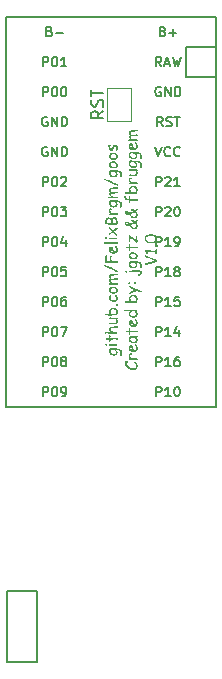
<source format=gbr>
%TF.GenerationSoftware,KiCad,Pcbnew,8.0.0*%
%TF.CreationDate,2024-06-08T15:09:41+02:00*%
%TF.ProjectId,goos-left,676f6f73-2d6c-4656-9674-2e6b69636164,rev?*%
%TF.SameCoordinates,Original*%
%TF.FileFunction,Legend,Top*%
%TF.FilePolarity,Positive*%
%FSLAX46Y46*%
G04 Gerber Fmt 4.6, Leading zero omitted, Abs format (unit mm)*
G04 Created by KiCad (PCBNEW 8.0.0) date 2024-06-08 15:09:41*
%MOMM*%
%LPD*%
G01*
G04 APERTURE LIST*
%ADD10C,0.100000*%
%ADD11C,0.150000*%
%ADD12C,0.120000*%
G04 APERTURE END LIST*
D10*
G36*
X81890911Y-79567977D02*
G01*
X81943896Y-79574732D01*
X81973944Y-79579629D01*
X82023343Y-79587516D01*
X82074062Y-79594786D01*
X82105347Y-79598191D01*
X82340064Y-79614067D01*
X82390743Y-79616320D01*
X82445309Y-79620706D01*
X82494967Y-79626985D01*
X82545709Y-79636480D01*
X82568675Y-79642155D01*
X82615405Y-79657491D01*
X82661826Y-79679339D01*
X82705146Y-79709429D01*
X82735737Y-79741073D01*
X82764161Y-79786930D01*
X82782370Y-79834568D01*
X82794361Y-79889218D01*
X82799691Y-79941643D01*
X82800706Y-79979454D01*
X82799585Y-80028519D01*
X82795712Y-80077596D01*
X82787412Y-80128933D01*
X82786540Y-80132839D01*
X82767888Y-80182065D01*
X82729540Y-80215164D01*
X82704230Y-80219301D01*
X82656195Y-80206153D01*
X82637308Y-80159461D01*
X82642964Y-80109957D01*
X82649275Y-80077152D01*
X82656941Y-80028262D01*
X82660009Y-79979484D01*
X82660022Y-79949413D01*
X82653077Y-79895614D01*
X82634163Y-79849622D01*
X82603282Y-79811438D01*
X82560432Y-79781061D01*
X82530573Y-79767207D01*
X82482366Y-79752660D01*
X82430818Y-79743111D01*
X82379676Y-79737289D01*
X82322111Y-79733649D01*
X82269234Y-79732281D01*
X82314266Y-79756867D01*
X82354986Y-79787108D01*
X82386470Y-79820697D01*
X82411772Y-79864631D01*
X82424175Y-79913483D01*
X82425549Y-79937689D01*
X82421412Y-79989858D01*
X82409000Y-80037586D01*
X82384682Y-80086694D01*
X82349557Y-80130002D01*
X82339087Y-80139922D01*
X82298794Y-80170281D01*
X82253569Y-80193183D01*
X82203411Y-80208629D01*
X82148322Y-80216618D01*
X82114628Y-80217835D01*
X82057341Y-80215236D01*
X82003631Y-80207436D01*
X81953499Y-80194437D01*
X81906945Y-80176238D01*
X81863969Y-80152839D01*
X81817120Y-80117897D01*
X81809813Y-80111346D01*
X81775546Y-80075055D01*
X81747087Y-80034877D01*
X81724436Y-79990810D01*
X81707593Y-79942856D01*
X81696558Y-79891014D01*
X81691331Y-79835284D01*
X81691003Y-79818743D01*
X81831550Y-79818743D01*
X81835489Y-79873071D01*
X81847305Y-79921719D01*
X81870455Y-79970361D01*
X81903893Y-80011585D01*
X81913860Y-80020731D01*
X81958676Y-80051665D01*
X82003865Y-80070662D01*
X82054091Y-80081661D01*
X82102172Y-80084723D01*
X82154698Y-80081026D01*
X82202284Y-80068419D01*
X82239192Y-80046865D01*
X82270414Y-80006541D01*
X82283750Y-79956203D01*
X82284865Y-79933537D01*
X82274802Y-79882063D01*
X82247896Y-79835843D01*
X82213302Y-79798715D01*
X82172205Y-79766758D01*
X82127274Y-79743121D01*
X82082632Y-79731548D01*
X82032787Y-79722327D01*
X81982022Y-79714641D01*
X81929664Y-79707690D01*
X81878888Y-79701565D01*
X81869897Y-79700529D01*
X81845627Y-79744846D01*
X81841076Y-79757682D01*
X81831885Y-79806996D01*
X81831550Y-79818743D01*
X81691003Y-79818743D01*
X81690867Y-79811904D01*
X81694092Y-79759885D01*
X81705679Y-79710166D01*
X81707719Y-79704681D01*
X81733469Y-79660577D01*
X81758033Y-79638736D01*
X81772681Y-79591136D01*
X81817668Y-79567013D01*
X81841076Y-79565219D01*
X81890911Y-79567977D01*
G37*
G36*
X81518920Y-79289957D02*
G01*
X81505376Y-79337733D01*
X81498403Y-79347110D01*
X81453954Y-79370835D01*
X81448578Y-79371046D01*
X81402918Y-79351387D01*
X81398996Y-79347110D01*
X81378966Y-79302013D01*
X81378236Y-79289957D01*
X81391941Y-79242503D01*
X81398996Y-79233293D01*
X81443203Y-79209809D01*
X81448578Y-79209601D01*
X81494438Y-79229059D01*
X81498403Y-79233293D01*
X81518419Y-79279879D01*
X81518920Y-79289957D01*
G37*
G36*
X82089227Y-79258938D02*
G01*
X82141434Y-79258388D01*
X82194293Y-79257255D01*
X82214523Y-79256740D01*
X82267044Y-79255349D01*
X82316464Y-79254450D01*
X82340064Y-79254297D01*
X82386616Y-79269543D01*
X82390378Y-79272860D01*
X82409841Y-79317968D01*
X82409918Y-79321708D01*
X82392744Y-79367647D01*
X82390378Y-79370069D01*
X82343867Y-79388802D01*
X82340064Y-79388875D01*
X82287674Y-79389486D01*
X82234757Y-79390745D01*
X82214523Y-79391318D01*
X82162031Y-79392708D01*
X82112720Y-79393607D01*
X82089227Y-79393760D01*
X82040219Y-79392952D01*
X81989004Y-79390815D01*
X81937486Y-79387749D01*
X81925340Y-79386921D01*
X81872680Y-79383497D01*
X81820196Y-79381007D01*
X81769792Y-79379866D01*
X81761453Y-79379838D01*
X81714175Y-79364393D01*
X81710406Y-79361032D01*
X81690886Y-79314493D01*
X81690867Y-79312671D01*
X81708040Y-79266704D01*
X81710406Y-79264311D01*
X81755650Y-79245428D01*
X81761453Y-79245260D01*
X81810461Y-79246069D01*
X81861676Y-79248206D01*
X81913193Y-79251271D01*
X81925340Y-79252099D01*
X81978000Y-79255405D01*
X82030483Y-79257809D01*
X82080887Y-79258911D01*
X82089227Y-79258938D01*
G37*
G36*
X81823735Y-78569685D02*
G01*
X81822513Y-78603879D01*
X81821048Y-78637828D01*
X81826012Y-78688644D01*
X81831550Y-78731129D01*
X82229666Y-78718184D01*
X82259220Y-78717452D01*
X82293658Y-78716719D01*
X82343793Y-78718433D01*
X82394503Y-78729188D01*
X82434121Y-78759777D01*
X82441181Y-78788771D01*
X82424677Y-78835368D01*
X82423595Y-78836642D01*
X82379631Y-78856914D01*
X82329517Y-78855905D01*
X82302695Y-78854960D01*
X82253107Y-78853183D01*
X82225758Y-78852762D01*
X81831550Y-78866440D01*
X81828515Y-78915788D01*
X81824479Y-78965543D01*
X81819583Y-79019092D01*
X81798150Y-79064887D01*
X81750462Y-79080152D01*
X81703267Y-79064907D01*
X81699415Y-79061590D01*
X81679163Y-79015998D01*
X81679143Y-79014207D01*
X81690867Y-78870103D01*
X81640167Y-78871344D01*
X81601229Y-78873279D01*
X81550366Y-78875565D01*
X81520141Y-78876209D01*
X81474467Y-78856426D01*
X81456411Y-78809370D01*
X81456393Y-78807577D01*
X81477645Y-78760794D01*
X81525250Y-78739751D01*
X81553114Y-78735281D01*
X81603336Y-78733358D01*
X81611732Y-78733327D01*
X81650078Y-78734549D01*
X81690867Y-78735281D01*
X81684609Y-78685308D01*
X81679876Y-78637828D01*
X81681004Y-78587866D01*
X81686714Y-78544283D01*
X81721396Y-78507453D01*
X81752660Y-78502518D01*
X81799855Y-78518164D01*
X81803707Y-78521569D01*
X81823715Y-78567863D01*
X81823735Y-78569685D01*
G37*
G36*
X82441181Y-77794946D02*
G01*
X82422926Y-77841072D01*
X82389401Y-77858938D01*
X82340675Y-77870318D01*
X82289994Y-77879277D01*
X82236551Y-77886932D01*
X82230155Y-77887759D01*
X82177315Y-77893662D01*
X82125174Y-77897955D01*
X82075810Y-77899923D01*
X82067733Y-77899971D01*
X82018203Y-77898468D01*
X82013756Y-77898261D01*
X81964522Y-77896578D01*
X81959778Y-77896551D01*
X81909814Y-77899637D01*
X81859725Y-77914749D01*
X81831676Y-77957065D01*
X81831550Y-77961032D01*
X81839302Y-78013844D01*
X81862558Y-78062984D01*
X81896743Y-78104069D01*
X81910929Y-78117103D01*
X81951745Y-78147122D01*
X81996015Y-78174414D01*
X82038542Y-78198474D01*
X82066024Y-78213334D01*
X82129359Y-78213678D01*
X82185886Y-78214708D01*
X82235604Y-78216426D01*
X82288179Y-78219538D01*
X82337226Y-78224690D01*
X82382074Y-78235316D01*
X82419435Y-78267736D01*
X82425549Y-78295156D01*
X82408805Y-78341810D01*
X82406498Y-78344493D01*
X82361550Y-78365721D01*
X82359848Y-78365742D01*
X82329806Y-78359636D01*
X82279176Y-78353841D01*
X82230155Y-78352064D01*
X82129038Y-78349866D01*
X81626631Y-78347912D01*
X81574915Y-78345131D01*
X81525509Y-78343199D01*
X81512569Y-78343027D01*
X81462377Y-78346737D01*
X81446624Y-78349622D01*
X81396517Y-78355901D01*
X81381899Y-78356216D01*
X81335701Y-78337650D01*
X81334516Y-78336433D01*
X81315783Y-78290938D01*
X81315710Y-78287340D01*
X81332046Y-78240629D01*
X81373595Y-78221394D01*
X81423492Y-78214436D01*
X81472539Y-78210910D01*
X81488878Y-78210648D01*
X81541543Y-78211300D01*
X81591267Y-78213045D01*
X81632981Y-78215288D01*
X81683199Y-78217566D01*
X81734109Y-78218689D01*
X81780992Y-78218708D01*
X81841320Y-78217975D01*
X81801882Y-78185640D01*
X81765131Y-78148307D01*
X81733300Y-78105533D01*
X81728480Y-78097563D01*
X81707065Y-78052478D01*
X81693842Y-78001187D01*
X81690867Y-77961276D01*
X81695492Y-77908718D01*
X81711753Y-77860283D01*
X81743552Y-77819744D01*
X81764872Y-77804716D01*
X81814068Y-77785677D01*
X81864083Y-77776221D01*
X81917981Y-77771286D01*
X81940483Y-77770278D01*
X82071397Y-77764660D01*
X82214279Y-77750983D01*
X82267105Y-77743914D01*
X82315428Y-77735807D01*
X82355451Y-77727535D01*
X82375235Y-77724849D01*
X82421189Y-77744332D01*
X82422374Y-77745609D01*
X82441107Y-77791376D01*
X82441181Y-77794946D01*
G37*
G36*
X82004230Y-77001401D02*
G01*
X82054760Y-77001261D01*
X82107187Y-77000954D01*
X82146379Y-77000669D01*
X82195937Y-77000314D01*
X82246328Y-77000039D01*
X82288529Y-76999936D01*
X82332737Y-76997738D01*
X82376700Y-76995295D01*
X82421967Y-77014091D01*
X82423107Y-77015323D01*
X82441163Y-77062135D01*
X82441181Y-77063928D01*
X82427038Y-77111343D01*
X82396484Y-77131339D01*
X82418090Y-77181648D01*
X82431360Y-77229871D01*
X82439042Y-77281391D01*
X82441181Y-77329175D01*
X82437364Y-77382346D01*
X82424351Y-77433891D01*
X82402102Y-77478163D01*
X82367873Y-77516763D01*
X82324293Y-77542895D01*
X82276561Y-77555833D01*
X82221797Y-77563502D01*
X82168941Y-77569872D01*
X82117994Y-77574942D01*
X82068954Y-77578711D01*
X82012626Y-77581519D01*
X81959045Y-77582455D01*
X81905222Y-77580832D01*
X81853973Y-77576665D01*
X81799518Y-77569933D01*
X81749241Y-77561939D01*
X81703693Y-77538790D01*
X81690867Y-77496726D01*
X81706967Y-77449900D01*
X81709185Y-77447389D01*
X81754533Y-77427380D01*
X81756324Y-77427361D01*
X81805784Y-77430891D01*
X81854509Y-77437375D01*
X81904000Y-77443700D01*
X81952784Y-77447106D01*
X81957336Y-77447145D01*
X82011038Y-77446671D01*
X82060772Y-77445252D01*
X82111979Y-77442523D01*
X82148333Y-77439573D01*
X82199212Y-77433502D01*
X82249816Y-77424094D01*
X82275828Y-77417103D01*
X82294146Y-77372406D01*
X82300497Y-77329175D01*
X82298217Y-77276569D01*
X82291378Y-77222340D01*
X82281471Y-77172774D01*
X82271676Y-77134758D01*
X82135144Y-77135246D01*
X82004719Y-77136712D01*
X81951653Y-77136257D01*
X81901267Y-77134892D01*
X81845868Y-77132148D01*
X81794116Y-77128166D01*
X81752660Y-77123767D01*
X81706315Y-77103312D01*
X81690867Y-77057089D01*
X81707181Y-77010263D01*
X81709429Y-77007752D01*
X81755347Y-76988945D01*
X82004230Y-77001401D01*
G37*
G36*
X82123076Y-76164517D02*
G01*
X82176814Y-76175181D01*
X82227238Y-76192956D01*
X82274347Y-76217840D01*
X82318142Y-76249834D01*
X82332004Y-76262078D01*
X82369107Y-76301649D01*
X82398533Y-76344705D01*
X82420284Y-76391247D01*
X82434357Y-76441276D01*
X82440754Y-76494791D01*
X82441181Y-76513404D01*
X82438143Y-76564726D01*
X82429030Y-76613666D01*
X82413841Y-76660225D01*
X82392576Y-76704402D01*
X82423488Y-76742733D01*
X82425549Y-76757891D01*
X82407475Y-76802343D01*
X82362046Y-76820417D01*
X82311929Y-76818813D01*
X82309778Y-76818708D01*
X82260715Y-76817013D01*
X82257266Y-76816998D01*
X82205068Y-76817380D01*
X82153213Y-76818235D01*
X82100476Y-76819383D01*
X82049803Y-76820666D01*
X82040867Y-76820906D01*
X81989269Y-76822151D01*
X81935476Y-76823278D01*
X81882440Y-76824137D01*
X81833542Y-76824555D01*
X81824223Y-76824570D01*
X81774352Y-76824467D01*
X81720539Y-76824254D01*
X81668961Y-76824009D01*
X81635668Y-76823837D01*
X81586752Y-76823588D01*
X81537542Y-76823362D01*
X81486704Y-76823176D01*
X81446624Y-76823104D01*
X81396345Y-76815741D01*
X81372862Y-76806007D01*
X81337180Y-76770935D01*
X81331341Y-76743481D01*
X81354620Y-76699193D01*
X81390936Y-76691946D01*
X81419024Y-76695365D01*
X81447112Y-76698785D01*
X81597077Y-76700738D01*
X81771955Y-76702204D01*
X81744398Y-76658183D01*
X81720978Y-76612432D01*
X81711139Y-76588631D01*
X81696588Y-76539476D01*
X81690886Y-76490238D01*
X81690867Y-76487270D01*
X81831550Y-76487270D01*
X81837347Y-76536985D01*
X81853112Y-76584154D01*
X81861837Y-76602553D01*
X81887714Y-76644824D01*
X81917768Y-76688691D01*
X81926805Y-76701471D01*
X82040622Y-76702937D01*
X82143204Y-76702204D01*
X82251160Y-76701471D01*
X82269922Y-76655876D01*
X82288040Y-76608659D01*
X82297760Y-76560609D01*
X82300497Y-76513404D01*
X82295203Y-76460191D01*
X82279322Y-76412657D01*
X82252854Y-76370803D01*
X82233574Y-76350006D01*
X82193185Y-76319072D01*
X82147579Y-76298263D01*
X82096756Y-76287576D01*
X82066268Y-76286014D01*
X82013726Y-76290091D01*
X81966285Y-76302320D01*
X81919554Y-76325471D01*
X81902625Y-76337549D01*
X81865144Y-76376099D01*
X81841545Y-76422138D01*
X81831828Y-76475666D01*
X81831550Y-76487270D01*
X81690867Y-76487270D01*
X81694851Y-76433815D01*
X81706803Y-76384276D01*
X81726724Y-76338652D01*
X81754614Y-76296944D01*
X81790472Y-76259151D01*
X81804195Y-76247424D01*
X81845846Y-76218040D01*
X81890932Y-76194736D01*
X81939452Y-76177511D01*
X81991407Y-76166366D01*
X82046797Y-76161300D01*
X82066024Y-76160962D01*
X82123076Y-76164517D01*
G37*
G36*
X82472444Y-75915742D02*
G01*
X82458430Y-75963186D01*
X82447531Y-75976314D01*
X82403842Y-75999441D01*
X82386470Y-76000983D01*
X82339118Y-75987107D01*
X82325898Y-75976314D01*
X82302084Y-75932900D01*
X82300497Y-75915742D01*
X82314785Y-75868756D01*
X82325898Y-75855658D01*
X82369404Y-75832074D01*
X82386470Y-75830501D01*
X82434372Y-75844652D01*
X82447531Y-75855658D01*
X82470887Y-75898798D01*
X82472444Y-75915742D01*
G37*
G36*
X82441181Y-75345435D02*
G01*
X82438278Y-75396634D01*
X82427556Y-75452200D01*
X82408933Y-75503277D01*
X82382409Y-75549866D01*
X82358627Y-75580397D01*
X82318051Y-75618940D01*
X82272193Y-75648016D01*
X82221052Y-75667626D01*
X82173013Y-75676900D01*
X82130015Y-75679315D01*
X82078973Y-75676052D01*
X82027330Y-75666263D01*
X81975086Y-75649948D01*
X81922241Y-75627108D01*
X81877744Y-75603089D01*
X81850846Y-75586503D01*
X81804758Y-75553655D01*
X81766482Y-75519531D01*
X81730861Y-75476899D01*
X81706490Y-75432428D01*
X81692273Y-75378224D01*
X81690867Y-75354228D01*
X81695435Y-75301586D01*
X81707648Y-75249348D01*
X81723351Y-75203774D01*
X81745394Y-75157826D01*
X81776210Y-75118852D01*
X81821692Y-75098852D01*
X81825444Y-75098750D01*
X81871997Y-75115024D01*
X81873316Y-75116091D01*
X81894077Y-75158589D01*
X81883086Y-75193272D01*
X81861348Y-75221604D01*
X81840979Y-75266944D01*
X81832976Y-75316409D01*
X81831550Y-75354228D01*
X81845000Y-75402247D01*
X81876010Y-75441277D01*
X81918692Y-75475777D01*
X81945368Y-75492958D01*
X81989663Y-75517321D01*
X82037023Y-75537837D01*
X82086143Y-75551576D01*
X82126107Y-75555484D01*
X82178707Y-75548182D01*
X82222995Y-75526277D01*
X82256045Y-75493690D01*
X82281353Y-75450166D01*
X82296156Y-75398849D01*
X82300497Y-75345435D01*
X82292489Y-75294524D01*
X82277782Y-75257507D01*
X82233818Y-75177884D01*
X82222339Y-75148331D01*
X82244077Y-75104367D01*
X82290173Y-75085877D01*
X82293658Y-75085805D01*
X82339806Y-75106047D01*
X82371968Y-75145293D01*
X82397217Y-75191562D01*
X82418469Y-75241257D01*
X82433925Y-75290583D01*
X82441138Y-75341588D01*
X82441181Y-75345435D01*
G37*
G36*
X82115324Y-74370148D02*
G01*
X82167606Y-74378867D01*
X82216761Y-74392909D01*
X82262792Y-74412275D01*
X82305696Y-74436964D01*
X82319303Y-74446377D01*
X82360723Y-74481359D01*
X82393572Y-74520360D01*
X82417853Y-74563379D01*
X82433563Y-74610417D01*
X82440705Y-74661473D01*
X82441181Y-74679385D01*
X82437113Y-74728290D01*
X82422505Y-74780432D01*
X82397271Y-74828574D01*
X82366477Y-74867418D01*
X82356184Y-74877954D01*
X82318537Y-74909584D01*
X82276305Y-74935050D01*
X82229488Y-74954350D01*
X82178085Y-74967484D01*
X82122097Y-74974454D01*
X82102416Y-74975407D01*
X82045652Y-74973841D01*
X81991499Y-74966214D01*
X81939956Y-74952524D01*
X81891024Y-74932771D01*
X81844701Y-74906957D01*
X81829841Y-74897005D01*
X81789804Y-74865154D01*
X81750718Y-74822038D01*
X81721403Y-74773581D01*
X81701860Y-74719782D01*
X81693038Y-74670871D01*
X81691336Y-74638108D01*
X81831550Y-74638108D01*
X81838868Y-74691313D01*
X81861372Y-74737447D01*
X81899061Y-74776510D01*
X81926561Y-74795156D01*
X81971420Y-74816762D01*
X82019718Y-74831297D01*
X82071454Y-74838761D01*
X82101683Y-74839852D01*
X82153611Y-74835563D01*
X82203242Y-74820737D01*
X82248028Y-74792196D01*
X82255068Y-74785630D01*
X82284481Y-74746139D01*
X82299388Y-74697840D01*
X82300497Y-74679140D01*
X82293250Y-74628433D01*
X82271508Y-74583290D01*
X82248961Y-74556286D01*
X82209353Y-74525169D01*
X82161969Y-74504785D01*
X82112675Y-74495617D01*
X82094844Y-74494493D01*
X82033295Y-74494600D01*
X81979928Y-74499805D01*
X81924725Y-74513482D01*
X81875358Y-74540410D01*
X81844400Y-74578809D01*
X81831852Y-74628680D01*
X81831550Y-74638108D01*
X81691336Y-74638108D01*
X81690867Y-74629071D01*
X81695272Y-74579932D01*
X81711545Y-74528507D01*
X81739811Y-74483441D01*
X81780067Y-74444732D01*
X81816163Y-74420976D01*
X81862472Y-74399097D01*
X81912708Y-74382828D01*
X81966871Y-74372169D01*
X82016421Y-74367498D01*
X82059918Y-74366754D01*
X82115324Y-74370148D01*
G37*
G36*
X82472444Y-73328722D02*
G01*
X82455555Y-73375433D01*
X82412604Y-73394667D01*
X82359248Y-73402429D01*
X82307873Y-73408603D01*
X82256583Y-73413981D01*
X82207914Y-73418572D01*
X82199380Y-73419336D01*
X81986156Y-73442783D01*
X81936363Y-73452738D01*
X81893344Y-73465986D01*
X81848990Y-73488880D01*
X81831550Y-73517033D01*
X81848151Y-73565958D01*
X81874049Y-73611799D01*
X81901194Y-73654870D01*
X81932242Y-73694015D01*
X81936819Y-73698261D01*
X81988375Y-73698050D01*
X82039850Y-73696227D01*
X82063581Y-73694842D01*
X82243832Y-73674081D01*
X82294772Y-73668418D01*
X82346569Y-73663981D01*
X82397278Y-73661452D01*
X82419931Y-73661136D01*
X82466357Y-73677880D01*
X82468780Y-73680187D01*
X82488056Y-73726711D01*
X82488075Y-73728547D01*
X82471331Y-73774729D01*
X82469024Y-73777152D01*
X82422257Y-73795940D01*
X82420420Y-73795958D01*
X82368821Y-73797291D01*
X82312671Y-73800715D01*
X82255602Y-73805438D01*
X82200787Y-73810770D01*
X82181306Y-73812811D01*
X82124669Y-73818455D01*
X82073458Y-73822932D01*
X82020571Y-73826678D01*
X81969173Y-73829014D01*
X81941948Y-73829420D01*
X81889558Y-73832806D01*
X81841931Y-73845127D01*
X81831550Y-73849936D01*
X81857604Y-73895488D01*
X81889734Y-73935314D01*
X81901404Y-73947633D01*
X81990064Y-74028722D01*
X82029090Y-74060922D01*
X82032318Y-74063893D01*
X82082205Y-74065786D01*
X82132202Y-74069690D01*
X82151264Y-74071464D01*
X82200346Y-74075775D01*
X82251741Y-74078770D01*
X82267280Y-74079036D01*
X82317062Y-74073620D01*
X82323700Y-74072441D01*
X82372769Y-74065905D01*
X82375968Y-74065847D01*
X82421190Y-74085559D01*
X82422374Y-74086852D01*
X82441107Y-74132461D01*
X82441181Y-74135944D01*
X82420314Y-74180164D01*
X82372201Y-74202691D01*
X82315465Y-74211717D01*
X82264593Y-74213614D01*
X82213424Y-74211721D01*
X82161744Y-74207817D01*
X82141983Y-74206042D01*
X82090522Y-74201731D01*
X82038884Y-74198833D01*
X82018885Y-74198470D01*
X81969947Y-74200332D01*
X81918664Y-74204266D01*
X81909708Y-74205065D01*
X81860134Y-74208935D01*
X81809637Y-74211316D01*
X81799799Y-74211415D01*
X81746842Y-74208951D01*
X81693277Y-74197998D01*
X81651428Y-74168631D01*
X81643972Y-74141318D01*
X81667441Y-74096433D01*
X81672548Y-74092225D01*
X81716603Y-74071062D01*
X81728724Y-74069999D01*
X81769269Y-74073418D01*
X81811034Y-74076838D01*
X81883330Y-74075372D01*
X81838765Y-74049793D01*
X81796967Y-74017632D01*
X81761715Y-73983057D01*
X81750462Y-73970348D01*
X81719035Y-73928998D01*
X81696686Y-73884668D01*
X81690867Y-73852134D01*
X81697141Y-73802477D01*
X81719198Y-73756647D01*
X81757136Y-73721444D01*
X81791250Y-73703879D01*
X81754680Y-73670781D01*
X81724493Y-73629909D01*
X81716024Y-73613997D01*
X81698826Y-73565364D01*
X81691481Y-73515015D01*
X81690867Y-73494318D01*
X81698652Y-73441577D01*
X81722008Y-73397903D01*
X81760934Y-73363297D01*
X81807767Y-73340455D01*
X81815430Y-73337759D01*
X81864858Y-73328295D01*
X81917912Y-73320915D01*
X81969544Y-73314437D01*
X82009603Y-73309671D01*
X82059855Y-73302049D01*
X82110220Y-73295107D01*
X82168300Y-73287628D01*
X82220320Y-73281258D01*
X82277278Y-73274546D01*
X82339175Y-73267489D01*
X82388838Y-73261972D01*
X82406010Y-73260089D01*
X82452904Y-73278652D01*
X82472367Y-73325063D01*
X82472444Y-73328722D01*
G37*
G36*
X82472444Y-73087654D02*
G01*
X82455347Y-73132350D01*
X82412848Y-73151646D01*
X82389401Y-73146761D01*
X82340052Y-73127726D01*
X82284358Y-73104052D01*
X82235234Y-73081772D01*
X82182050Y-73056524D01*
X82124806Y-73028306D01*
X82079208Y-73005194D01*
X82031326Y-72980412D01*
X81981160Y-72953960D01*
X81963930Y-72944772D01*
X81912952Y-72917757D01*
X81864250Y-72892399D01*
X81817824Y-72868698D01*
X81773673Y-72846655D01*
X81718344Y-72819842D01*
X81667061Y-72795975D01*
X81619822Y-72775054D01*
X81566463Y-72753046D01*
X81537482Y-72742050D01*
X81479871Y-72720263D01*
X81430015Y-72699842D01*
X81378600Y-72676237D01*
X81332896Y-72650729D01*
X81295497Y-72615047D01*
X81293728Y-72606007D01*
X81312046Y-72561555D01*
X81354056Y-72542260D01*
X81391913Y-72549831D01*
X81578759Y-72626768D01*
X81627769Y-72645369D01*
X81679544Y-72666736D01*
X81724801Y-72686653D01*
X81771979Y-72708491D01*
X81821077Y-72732248D01*
X81872095Y-72757926D01*
X82156393Y-72907647D01*
X82431899Y-73031967D01*
X82468484Y-73066264D01*
X82472444Y-73087654D01*
G37*
G36*
X81518920Y-71733572D02*
G01*
X81514279Y-71759706D01*
X81501410Y-71811883D01*
X81493506Y-71865593D01*
X81489320Y-71918250D01*
X81487761Y-71967589D01*
X81487657Y-71984898D01*
X81489549Y-72034174D01*
X81494311Y-72083601D01*
X81495228Y-72091143D01*
X81502791Y-72142975D01*
X81512276Y-72195113D01*
X81518920Y-72227431D01*
X81784656Y-72228652D01*
X81772474Y-72173785D01*
X81763285Y-72125228D01*
X81755866Y-72072073D01*
X81753393Y-72029350D01*
X81754370Y-71975998D01*
X81757301Y-71921700D01*
X81762185Y-71866455D01*
X81768063Y-71817340D01*
X81769024Y-71810264D01*
X81787725Y-71763982D01*
X81834765Y-71745847D01*
X81838633Y-71745784D01*
X81885787Y-71762233D01*
X81889680Y-71765812D01*
X81909630Y-71811493D01*
X81909708Y-71815149D01*
X81907235Y-71866626D01*
X81902373Y-71917934D01*
X81901892Y-71922371D01*
X81896832Y-71974433D01*
X81894107Y-72024753D01*
X81894077Y-72029350D01*
X81900671Y-72079736D01*
X81912395Y-72130234D01*
X81927462Y-72185513D01*
X81940971Y-72231339D01*
X82417489Y-72237689D01*
X82464988Y-72254648D01*
X82467559Y-72256984D01*
X82487995Y-72301935D01*
X82488075Y-72305588D01*
X82470473Y-72352200D01*
X82468047Y-72354681D01*
X82422338Y-72374144D01*
X82418710Y-72374221D01*
X82363704Y-72374040D01*
X82310650Y-72373615D01*
X82251038Y-72372938D01*
X82198625Y-72372217D01*
X82142014Y-72371336D01*
X82081205Y-72370294D01*
X82016198Y-72369092D01*
X81967049Y-72368175D01*
X81905191Y-72367093D01*
X81847531Y-72366171D01*
X81794068Y-72365410D01*
X81744804Y-72364809D01*
X81689126Y-72364283D01*
X81640008Y-72364008D01*
X81613686Y-72363962D01*
X81564398Y-72364440D01*
X81523560Y-72365184D01*
X81473711Y-72365885D01*
X81433435Y-72366161D01*
X81387007Y-72350715D01*
X81383121Y-72347354D01*
X81362684Y-72301973D01*
X81362604Y-72298261D01*
X81375061Y-72257717D01*
X81366560Y-72206135D01*
X81359082Y-72153307D01*
X81353567Y-72104577D01*
X81349549Y-72055804D01*
X81347204Y-72004807D01*
X81346973Y-71984898D01*
X81349119Y-71933349D01*
X81354722Y-71883121D01*
X81363802Y-71829261D01*
X81368954Y-71804158D01*
X81383200Y-71750387D01*
X81401655Y-71705107D01*
X81436594Y-71668317D01*
X81448578Y-71666161D01*
X81495717Y-71683990D01*
X81518716Y-71728114D01*
X81518920Y-71733572D01*
G37*
G36*
X82302326Y-70912213D02*
G01*
X82341586Y-70943526D01*
X82373532Y-70987677D01*
X82392088Y-71023069D01*
X82411217Y-71068844D01*
X82427325Y-71120471D01*
X82437297Y-71171365D01*
X82441133Y-71221526D01*
X82441181Y-71227745D01*
X82438450Y-71283919D01*
X82430258Y-71335937D01*
X82416606Y-71383799D01*
X82393775Y-71434385D01*
X82363511Y-71479315D01*
X82328850Y-71515007D01*
X82282291Y-71547314D01*
X82237136Y-71567006D01*
X82187139Y-71579314D01*
X82132299Y-71584237D01*
X82122688Y-71584339D01*
X82068231Y-71582228D01*
X82016600Y-71575896D01*
X81967795Y-71565341D01*
X81912961Y-71547103D01*
X81862196Y-71522786D01*
X81823002Y-71497877D01*
X81784936Y-71466947D01*
X81747773Y-71425754D01*
X81719900Y-71380113D01*
X81701319Y-71330025D01*
X81692028Y-71275488D01*
X81690867Y-71246551D01*
X81831550Y-71246551D01*
X81837442Y-71296168D01*
X81857532Y-71344410D01*
X81888167Y-71382506D01*
X81891878Y-71386014D01*
X81935394Y-71418052D01*
X81984754Y-71442155D01*
X82036740Y-71459816D01*
X82073107Y-71469057D01*
X81980050Y-71258275D01*
X81956270Y-71207298D01*
X81933868Y-71163146D01*
X81907093Y-71116409D01*
X81882597Y-71080955D01*
X81855678Y-71122524D01*
X81838729Y-71173347D01*
X81831999Y-71227001D01*
X81831550Y-71246551D01*
X81690867Y-71246551D01*
X81693294Y-71192146D01*
X81700575Y-71142992D01*
X81714569Y-71093971D01*
X81729701Y-71060438D01*
X81760824Y-71017580D01*
X81804921Y-70986411D01*
X81853174Y-70973164D01*
X81877224Y-70971778D01*
X81927645Y-70982700D01*
X81970726Y-71011902D01*
X82003742Y-71049447D01*
X82028693Y-71094140D01*
X82049867Y-71138473D01*
X82072063Y-71188131D01*
X82075061Y-71195016D01*
X82190343Y-71457333D01*
X82230361Y-71422915D01*
X82261511Y-71382370D01*
X82272897Y-71361590D01*
X82290767Y-71311851D01*
X82299176Y-71260428D01*
X82300497Y-71227989D01*
X82296222Y-71176454D01*
X82286455Y-71128467D01*
X82283400Y-71116614D01*
X82266868Y-71067706D01*
X82241236Y-71025244D01*
X82226491Y-71012323D01*
X82193289Y-70975228D01*
X82191076Y-70962009D01*
X82210127Y-70919266D01*
X82254579Y-70900215D01*
X82302326Y-70912213D01*
G37*
G36*
X81860615Y-70607368D02*
G01*
X82208661Y-70617626D01*
X82262214Y-70618513D01*
X82314984Y-70620402D01*
X82364447Y-70622669D01*
X82371083Y-70622999D01*
X82419001Y-70639268D01*
X82440907Y-70683049D01*
X82441181Y-70690410D01*
X82425510Y-70738796D01*
X82378498Y-70757558D01*
X82369862Y-70757822D01*
X82315465Y-70757223D01*
X82263860Y-70755929D01*
X82213153Y-70754243D01*
X82156470Y-70752025D01*
X82115361Y-70750250D01*
X82064319Y-70748069D01*
X82008563Y-70745939D01*
X81958800Y-70744342D01*
X81908319Y-70743152D01*
X81860615Y-70742678D01*
X81810690Y-70742515D01*
X81757726Y-70742024D01*
X81701723Y-70741206D01*
X81651303Y-70740244D01*
X81607580Y-70739259D01*
X81555298Y-70738097D01*
X81505250Y-70737175D01*
X81449681Y-70736404D01*
X81397151Y-70735960D01*
X81354544Y-70735840D01*
X81306626Y-70722937D01*
X81284720Y-70676592D01*
X81284446Y-70668429D01*
X81299849Y-70619692D01*
X81346056Y-70600794D01*
X81354544Y-70600529D01*
X81404469Y-70600693D01*
X81457433Y-70601184D01*
X81513436Y-70602002D01*
X81563857Y-70602963D01*
X81607580Y-70603949D01*
X81659861Y-70605111D01*
X81709910Y-70606032D01*
X81765478Y-70606804D01*
X81818008Y-70607248D01*
X81860615Y-70607368D01*
G37*
G36*
X81518920Y-70267626D02*
G01*
X81505376Y-70315402D01*
X81498403Y-70324779D01*
X81453954Y-70348504D01*
X81448578Y-70348715D01*
X81402918Y-70329057D01*
X81398996Y-70324779D01*
X81378966Y-70279682D01*
X81378236Y-70267626D01*
X81391941Y-70220172D01*
X81398996Y-70210962D01*
X81443203Y-70187478D01*
X81448578Y-70187270D01*
X81494438Y-70206728D01*
X81498403Y-70210962D01*
X81518419Y-70257549D01*
X81518920Y-70267626D01*
G37*
G36*
X82089227Y-70236607D02*
G01*
X82141434Y-70236058D01*
X82194293Y-70234924D01*
X82214523Y-70234409D01*
X82267044Y-70233019D01*
X82316464Y-70232119D01*
X82340064Y-70231967D01*
X82386616Y-70247212D01*
X82390378Y-70250529D01*
X82409841Y-70295638D01*
X82409918Y-70299378D01*
X82392744Y-70345316D01*
X82390378Y-70347738D01*
X82343867Y-70366471D01*
X82340064Y-70366544D01*
X82287674Y-70367155D01*
X82234757Y-70368414D01*
X82214523Y-70368987D01*
X82162031Y-70370377D01*
X82112720Y-70371277D01*
X82089227Y-70371429D01*
X82040219Y-70370621D01*
X81989004Y-70368484D01*
X81937486Y-70365419D01*
X81925340Y-70364591D01*
X81872680Y-70361167D01*
X81820196Y-70358676D01*
X81769792Y-70357535D01*
X81761453Y-70357507D01*
X81714175Y-70342062D01*
X81710406Y-70338701D01*
X81690886Y-70292162D01*
X81690867Y-70290341D01*
X81708040Y-70244373D01*
X81710406Y-70241981D01*
X81755650Y-70223097D01*
X81761453Y-70222930D01*
X81810461Y-70223738D01*
X81861676Y-70225875D01*
X81913193Y-70228940D01*
X81925340Y-70229768D01*
X81978000Y-70233074D01*
X82030483Y-70235479D01*
X82080887Y-70236581D01*
X82089227Y-70236607D01*
G37*
G36*
X81816896Y-69375895D02*
G01*
X81912883Y-69476035D01*
X82036714Y-69598401D01*
X82329806Y-69374186D01*
X82373037Y-69357089D01*
X82419131Y-69376572D01*
X82420420Y-69377849D01*
X82441160Y-69422872D01*
X82441181Y-69424500D01*
X82418855Y-69469208D01*
X82415779Y-69471883D01*
X82377106Y-69504152D01*
X82333594Y-69539122D01*
X82290028Y-69573420D01*
X82250392Y-69604233D01*
X82206504Y-69638045D01*
X82158365Y-69674857D01*
X82132702Y-69694388D01*
X82271432Y-69828477D01*
X82307732Y-69867547D01*
X82344817Y-69905939D01*
X82380221Y-69941873D01*
X82385005Y-69946691D01*
X82409699Y-69989341D01*
X82409918Y-69994074D01*
X82389401Y-70040236D01*
X82344894Y-70060429D01*
X82341530Y-70060508D01*
X82298054Y-70043411D01*
X82260192Y-70008935D01*
X82236749Y-69983572D01*
X82203107Y-69946234D01*
X82178864Y-69921046D01*
X82024991Y-69774744D01*
X81894809Y-69864870D01*
X81854306Y-69894288D01*
X81813828Y-69927304D01*
X81780992Y-69959636D01*
X81738469Y-69985132D01*
X81729945Y-69985770D01*
X81683778Y-69968597D01*
X81681097Y-69966230D01*
X81659603Y-69921290D01*
X81682948Y-69874210D01*
X81719367Y-69837255D01*
X81759313Y-69803998D01*
X81765849Y-69798924D01*
X81930713Y-69679978D01*
X81803951Y-69545400D01*
X81765620Y-69506901D01*
X81727789Y-69471692D01*
X81689161Y-69440307D01*
X81677189Y-69432071D01*
X81646048Y-69394427D01*
X81643972Y-69379803D01*
X81662997Y-69333953D01*
X81664244Y-69332664D01*
X81709481Y-69311924D01*
X81711139Y-69311904D01*
X81760206Y-69329964D01*
X81800551Y-69360897D01*
X81816896Y-69375895D01*
G37*
G36*
X82194618Y-68454864D02*
G01*
X82239074Y-68477836D01*
X82277843Y-68510225D01*
X82301718Y-68536189D01*
X82332735Y-68575864D01*
X82360572Y-68620884D01*
X82381830Y-68667347D01*
X82398928Y-68717754D01*
X82413128Y-68772348D01*
X82424430Y-68831127D01*
X82431385Y-68881164D01*
X82436486Y-68933881D01*
X82439732Y-68989276D01*
X82441123Y-69047350D01*
X82441181Y-69062288D01*
X82423122Y-69108377D01*
X82413825Y-69118464D01*
X82370039Y-69143579D01*
X82357405Y-69144842D01*
X82160790Y-69144842D01*
X82107285Y-69144063D01*
X82052029Y-69142105D01*
X81998397Y-69139477D01*
X81949282Y-69136619D01*
X81896149Y-69133152D01*
X81885040Y-69132385D01*
X81827201Y-69128409D01*
X81774587Y-69125029D01*
X81718344Y-69121761D01*
X81662234Y-69119033D01*
X81610646Y-69117346D01*
X81605137Y-69117242D01*
X81555161Y-69116678D01*
X81503624Y-69114628D01*
X81449768Y-69111606D01*
X81420001Y-69109671D01*
X81376014Y-69088058D01*
X81375305Y-69086956D01*
X81362909Y-69038703D01*
X81357050Y-69004646D01*
X82012779Y-69004646D01*
X82063631Y-69006836D01*
X82115381Y-69008308D01*
X82162744Y-69008798D01*
X82300497Y-69008798D01*
X82297682Y-68954174D01*
X82293055Y-68902806D01*
X82285109Y-68845461D01*
X82274554Y-68792805D01*
X82261387Y-68744837D01*
X82251160Y-68715463D01*
X82230044Y-68671320D01*
X82200126Y-68629110D01*
X82195472Y-68623628D01*
X82160400Y-68588551D01*
X82143449Y-68581618D01*
X82103568Y-68612616D01*
X82077961Y-68658898D01*
X82073107Y-68669545D01*
X82052739Y-68718523D01*
X82036699Y-68766540D01*
X82028410Y-68798017D01*
X82016931Y-68870801D01*
X82018152Y-68897912D01*
X82019129Y-68925756D01*
X82016394Y-68976481D01*
X82012779Y-69004646D01*
X81357050Y-69004646D01*
X81354056Y-68987244D01*
X81348743Y-68932579D01*
X81347000Y-68882118D01*
X81346974Y-68874953D01*
X81487657Y-68874953D01*
X81488309Y-68924756D01*
X81491468Y-68973908D01*
X81492297Y-68979978D01*
X81610266Y-68981443D01*
X81871118Y-68995121D01*
X81875192Y-68943038D01*
X81878437Y-68893768D01*
X81878445Y-68890585D01*
X81871469Y-68841156D01*
X81856577Y-68791169D01*
X81834229Y-68747132D01*
X81815186Y-68721080D01*
X81778684Y-68686841D01*
X81731782Y-68661940D01*
X81683860Y-68651357D01*
X81660825Y-68650250D01*
X81610404Y-68662182D01*
X81570195Y-68690916D01*
X81542367Y-68722546D01*
X81515920Y-68763732D01*
X81496686Y-68811035D01*
X81488137Y-68859960D01*
X81487657Y-68874953D01*
X81346974Y-68874953D01*
X81346973Y-68874709D01*
X81350865Y-68822283D01*
X81362540Y-68770791D01*
X81382000Y-68720235D01*
X81409243Y-68670614D01*
X81428305Y-68642678D01*
X81464939Y-68599018D01*
X81504681Y-68564391D01*
X81547531Y-68538797D01*
X81593490Y-68522236D01*
X81642557Y-68514709D01*
X81659603Y-68514207D01*
X81712223Y-68517558D01*
X81761241Y-68527611D01*
X81815308Y-68548523D01*
X81864189Y-68579086D01*
X81900962Y-68611927D01*
X81934132Y-68651471D01*
X81956236Y-68603187D01*
X81982563Y-68556641D01*
X82013628Y-68514576D01*
X82029876Y-68497354D01*
X82070565Y-68466098D01*
X82117591Y-68448517D01*
X82144181Y-68446063D01*
X82194618Y-68454864D01*
G37*
G36*
X81887971Y-67763893D02*
G01*
X81935945Y-67774206D01*
X81969272Y-67810689D01*
X81972234Y-67832525D01*
X81953278Y-67878644D01*
X81905068Y-67891632D01*
X81857440Y-67893830D01*
X81800287Y-67895784D01*
X81808958Y-67947319D01*
X81823967Y-67998873D01*
X81844541Y-68043627D01*
X81861348Y-68069685D01*
X81897416Y-68109240D01*
X81939472Y-68140991D01*
X81984867Y-68166142D01*
X81995926Y-68171290D01*
X82371816Y-68169824D01*
X82419233Y-68182821D01*
X82440910Y-68229502D01*
X82441181Y-68237724D01*
X82421742Y-68284987D01*
X82372304Y-68298296D01*
X81894565Y-68298296D01*
X81843217Y-68297167D01*
X81827154Y-68296586D01*
X81777847Y-68295079D01*
X81759743Y-68294877D01*
X81710305Y-68281567D01*
X81690867Y-68234304D01*
X81711577Y-68188249D01*
X81756906Y-68169904D01*
X81799066Y-68166405D01*
X81763392Y-68124485D01*
X81733765Y-68081158D01*
X81710183Y-68036424D01*
X81692649Y-67990283D01*
X81681161Y-67942734D01*
X81675719Y-67893778D01*
X81675235Y-67873802D01*
X81685554Y-67825198D01*
X81716512Y-67790759D01*
X81764211Y-67770949D01*
X81815662Y-67763834D01*
X81840587Y-67763160D01*
X81887971Y-67763893D01*
G37*
G36*
X81890911Y-67030503D02*
G01*
X81943896Y-67037258D01*
X81973944Y-67042155D01*
X82023343Y-67050042D01*
X82074062Y-67057312D01*
X82105347Y-67060718D01*
X82340064Y-67076593D01*
X82390743Y-67078846D01*
X82445309Y-67083232D01*
X82494967Y-67089511D01*
X82545709Y-67099006D01*
X82568675Y-67104681D01*
X82615405Y-67120017D01*
X82661826Y-67141865D01*
X82705146Y-67171955D01*
X82735737Y-67203600D01*
X82764161Y-67249456D01*
X82782370Y-67297094D01*
X82794361Y-67351744D01*
X82799691Y-67404169D01*
X82800706Y-67441981D01*
X82799585Y-67491045D01*
X82795712Y-67540122D01*
X82787412Y-67591459D01*
X82786540Y-67595365D01*
X82767888Y-67644591D01*
X82729540Y-67677690D01*
X82704230Y-67681827D01*
X82656195Y-67668679D01*
X82637308Y-67621988D01*
X82642964Y-67572484D01*
X82649275Y-67539678D01*
X82656941Y-67490788D01*
X82660009Y-67442010D01*
X82660022Y-67411939D01*
X82653077Y-67358140D01*
X82634163Y-67312148D01*
X82603282Y-67273964D01*
X82560432Y-67243587D01*
X82530573Y-67229734D01*
X82482366Y-67215186D01*
X82430818Y-67205637D01*
X82379676Y-67199815D01*
X82322111Y-67196175D01*
X82269234Y-67194807D01*
X82314266Y-67219393D01*
X82354986Y-67249634D01*
X82386470Y-67283223D01*
X82411772Y-67327157D01*
X82424175Y-67376009D01*
X82425549Y-67400215D01*
X82421412Y-67452384D01*
X82409000Y-67500112D01*
X82384682Y-67549220D01*
X82349557Y-67592528D01*
X82339087Y-67602448D01*
X82298794Y-67632807D01*
X82253569Y-67655709D01*
X82203411Y-67671155D01*
X82148322Y-67679144D01*
X82114628Y-67680362D01*
X82057341Y-67677762D01*
X82003631Y-67669962D01*
X81953499Y-67656963D01*
X81906945Y-67638764D01*
X81863969Y-67615365D01*
X81817120Y-67580423D01*
X81809813Y-67573872D01*
X81775546Y-67537581D01*
X81747087Y-67497403D01*
X81724436Y-67453336D01*
X81707593Y-67405382D01*
X81696558Y-67353540D01*
X81691331Y-67297811D01*
X81691003Y-67281269D01*
X81831550Y-67281269D01*
X81835489Y-67335597D01*
X81847305Y-67384245D01*
X81870455Y-67432887D01*
X81903893Y-67474111D01*
X81913860Y-67483258D01*
X81958676Y-67514191D01*
X82003865Y-67533189D01*
X82054091Y-67544187D01*
X82102172Y-67547249D01*
X82154698Y-67543552D01*
X82202284Y-67530945D01*
X82239192Y-67509392D01*
X82270414Y-67469067D01*
X82283750Y-67418729D01*
X82284865Y-67396063D01*
X82274802Y-67344589D01*
X82247896Y-67298370D01*
X82213302Y-67261241D01*
X82172205Y-67229284D01*
X82127274Y-67205647D01*
X82082632Y-67194074D01*
X82032787Y-67184853D01*
X81982022Y-67177167D01*
X81929664Y-67170216D01*
X81878888Y-67164091D01*
X81869897Y-67163055D01*
X81845627Y-67207372D01*
X81841076Y-67220208D01*
X81831885Y-67269522D01*
X81831550Y-67281269D01*
X81691003Y-67281269D01*
X81690867Y-67274430D01*
X81694092Y-67222411D01*
X81705679Y-67172692D01*
X81707719Y-67167207D01*
X81733469Y-67123103D01*
X81758033Y-67101262D01*
X81772681Y-67053662D01*
X81817668Y-67029540D01*
X81841076Y-67027745D01*
X81890911Y-67030503D01*
G37*
G36*
X82472444Y-66011206D02*
G01*
X82455555Y-66057917D01*
X82412604Y-66077152D01*
X82359248Y-66084913D01*
X82307873Y-66091088D01*
X82256583Y-66096466D01*
X82207914Y-66101057D01*
X82199380Y-66101820D01*
X81986156Y-66125267D01*
X81936363Y-66135222D01*
X81893344Y-66148470D01*
X81848990Y-66171365D01*
X81831550Y-66199517D01*
X81848151Y-66248442D01*
X81874049Y-66294283D01*
X81901194Y-66337354D01*
X81932242Y-66376499D01*
X81936819Y-66380745D01*
X81988375Y-66380535D01*
X82039850Y-66378711D01*
X82063581Y-66377326D01*
X82243832Y-66356565D01*
X82294772Y-66350902D01*
X82346569Y-66346465D01*
X82397278Y-66343937D01*
X82419931Y-66343621D01*
X82466357Y-66360365D01*
X82468780Y-66362671D01*
X82488056Y-66409195D01*
X82488075Y-66411032D01*
X82471331Y-66457213D01*
X82469024Y-66459636D01*
X82422257Y-66478424D01*
X82420420Y-66478443D01*
X82368821Y-66479776D01*
X82312671Y-66483199D01*
X82255602Y-66487922D01*
X82200787Y-66493255D01*
X82181306Y-66495295D01*
X82124669Y-66500940D01*
X82073458Y-66505416D01*
X82020571Y-66509163D01*
X81969173Y-66511498D01*
X81941948Y-66511904D01*
X81889558Y-66515290D01*
X81841931Y-66527612D01*
X81831550Y-66532420D01*
X81857604Y-66577972D01*
X81889734Y-66617798D01*
X81901404Y-66630117D01*
X81990064Y-66711206D01*
X82029090Y-66743406D01*
X82032318Y-66746377D01*
X82082205Y-66748270D01*
X82132202Y-66752174D01*
X82151264Y-66753949D01*
X82200346Y-66758259D01*
X82251741Y-66761254D01*
X82267280Y-66761520D01*
X82317062Y-66756104D01*
X82323700Y-66754925D01*
X82372769Y-66748389D01*
X82375968Y-66748331D01*
X82421190Y-66768044D01*
X82422374Y-66769336D01*
X82441107Y-66814945D01*
X82441181Y-66818429D01*
X82420314Y-66862649D01*
X82372201Y-66885176D01*
X82315465Y-66894202D01*
X82264593Y-66896098D01*
X82213424Y-66894205D01*
X82161744Y-66890301D01*
X82141983Y-66888526D01*
X82090522Y-66884216D01*
X82038884Y-66881317D01*
X82018885Y-66880955D01*
X81969947Y-66882816D01*
X81918664Y-66886751D01*
X81909708Y-66887549D01*
X81860134Y-66891419D01*
X81809637Y-66893800D01*
X81799799Y-66893900D01*
X81746842Y-66891435D01*
X81693277Y-66880483D01*
X81651428Y-66851115D01*
X81643972Y-66823802D01*
X81667441Y-66778917D01*
X81672548Y-66774709D01*
X81716603Y-66753547D01*
X81728724Y-66752483D01*
X81769269Y-66755902D01*
X81811034Y-66759322D01*
X81883330Y-66757856D01*
X81838765Y-66732278D01*
X81796967Y-66700116D01*
X81761715Y-66665542D01*
X81750462Y-66652832D01*
X81719035Y-66611482D01*
X81696686Y-66567152D01*
X81690867Y-66534618D01*
X81697141Y-66484961D01*
X81719198Y-66439132D01*
X81757136Y-66403928D01*
X81791250Y-66386363D01*
X81754680Y-66353266D01*
X81724493Y-66312393D01*
X81716024Y-66296482D01*
X81698826Y-66247849D01*
X81691481Y-66197499D01*
X81690867Y-66176803D01*
X81698652Y-66124061D01*
X81722008Y-66080388D01*
X81760934Y-66045782D01*
X81807767Y-66022939D01*
X81815430Y-66020243D01*
X81864858Y-66010780D01*
X81917912Y-66003399D01*
X81969544Y-65996922D01*
X82009603Y-65992155D01*
X82059855Y-65984533D01*
X82110220Y-65977591D01*
X82168300Y-65970112D01*
X82220320Y-65963743D01*
X82277278Y-65957030D01*
X82339175Y-65949974D01*
X82388838Y-65944456D01*
X82406010Y-65942574D01*
X82452904Y-65961136D01*
X82472367Y-66007547D01*
X82472444Y-66011206D01*
G37*
G36*
X82472444Y-65770138D02*
G01*
X82455347Y-65814835D01*
X82412848Y-65834130D01*
X82389401Y-65829245D01*
X82340052Y-65810210D01*
X82284358Y-65786536D01*
X82235234Y-65764256D01*
X82182050Y-65739008D01*
X82124806Y-65710790D01*
X82079208Y-65687678D01*
X82031326Y-65662897D01*
X81981160Y-65636445D01*
X81963930Y-65627256D01*
X81912952Y-65600241D01*
X81864250Y-65574883D01*
X81817824Y-65551183D01*
X81773673Y-65529139D01*
X81718344Y-65502326D01*
X81667061Y-65478459D01*
X81619822Y-65457538D01*
X81566463Y-65435530D01*
X81537482Y-65424535D01*
X81479871Y-65402747D01*
X81430015Y-65382326D01*
X81378600Y-65358722D01*
X81332896Y-65333213D01*
X81295497Y-65297531D01*
X81293728Y-65288491D01*
X81312046Y-65244039D01*
X81354056Y-65224744D01*
X81391913Y-65232316D01*
X81578759Y-65309252D01*
X81627769Y-65327854D01*
X81679544Y-65349220D01*
X81724801Y-65369138D01*
X81771979Y-65390975D01*
X81821077Y-65414733D01*
X81872095Y-65440410D01*
X82156393Y-65590131D01*
X82431899Y-65714451D01*
X82468484Y-65748748D01*
X82472444Y-65770138D01*
G37*
G36*
X81890911Y-64484516D02*
G01*
X81943896Y-64491270D01*
X81973944Y-64496168D01*
X82023343Y-64504054D01*
X82074062Y-64511325D01*
X82105347Y-64514730D01*
X82340064Y-64530606D01*
X82390743Y-64532858D01*
X82445309Y-64537245D01*
X82494967Y-64543524D01*
X82545709Y-64553019D01*
X82568675Y-64558694D01*
X82615405Y-64574029D01*
X82661826Y-64595878D01*
X82705146Y-64625967D01*
X82735737Y-64657612D01*
X82764161Y-64703469D01*
X82782370Y-64751107D01*
X82794361Y-64805757D01*
X82799691Y-64858181D01*
X82800706Y-64895993D01*
X82799585Y-64945057D01*
X82795712Y-64994135D01*
X82787412Y-65045472D01*
X82786540Y-65049378D01*
X82767888Y-65098604D01*
X82729540Y-65131702D01*
X82704230Y-65135840D01*
X82656195Y-65122691D01*
X82637308Y-65076000D01*
X82642964Y-65026496D01*
X82649275Y-64993690D01*
X82656941Y-64944801D01*
X82660009Y-64896023D01*
X82660022Y-64865951D01*
X82653077Y-64812153D01*
X82634163Y-64766161D01*
X82603282Y-64727977D01*
X82560432Y-64697599D01*
X82530573Y-64683746D01*
X82482366Y-64669198D01*
X82430818Y-64659650D01*
X82379676Y-64653828D01*
X82322111Y-64650187D01*
X82269234Y-64648819D01*
X82314266Y-64673406D01*
X82354986Y-64703647D01*
X82386470Y-64737235D01*
X82411772Y-64781170D01*
X82424175Y-64830022D01*
X82425549Y-64854228D01*
X82421412Y-64906397D01*
X82409000Y-64954125D01*
X82384682Y-65003233D01*
X82349557Y-65046540D01*
X82339087Y-65056461D01*
X82298794Y-65086820D01*
X82253569Y-65109722D01*
X82203411Y-65125168D01*
X82148322Y-65133157D01*
X82114628Y-65134374D01*
X82057341Y-65131774D01*
X82003631Y-65123975D01*
X81953499Y-65110976D01*
X81906945Y-65092777D01*
X81863969Y-65069378D01*
X81817120Y-65034436D01*
X81809813Y-65027884D01*
X81775546Y-64991594D01*
X81747087Y-64951415D01*
X81724436Y-64907349D01*
X81707593Y-64859395D01*
X81696558Y-64807553D01*
X81691331Y-64751823D01*
X81691003Y-64735281D01*
X81831550Y-64735281D01*
X81835489Y-64789609D01*
X81847305Y-64838257D01*
X81870455Y-64886900D01*
X81903893Y-64928124D01*
X81913860Y-64937270D01*
X81958676Y-64968204D01*
X82003865Y-64987201D01*
X82054091Y-64998200D01*
X82102172Y-65001262D01*
X82154698Y-64997565D01*
X82202284Y-64984958D01*
X82239192Y-64963404D01*
X82270414Y-64923079D01*
X82283750Y-64872742D01*
X82284865Y-64850076D01*
X82274802Y-64798601D01*
X82247896Y-64752382D01*
X82213302Y-64715253D01*
X82172205Y-64683297D01*
X82127274Y-64659660D01*
X82082632Y-64648087D01*
X82032787Y-64638866D01*
X81982022Y-64631180D01*
X81929664Y-64624229D01*
X81878888Y-64618104D01*
X81869897Y-64617068D01*
X81845627Y-64661385D01*
X81841076Y-64674221D01*
X81831885Y-64723535D01*
X81831550Y-64735281D01*
X81691003Y-64735281D01*
X81690867Y-64728443D01*
X81694092Y-64676424D01*
X81705679Y-64626705D01*
X81707719Y-64621220D01*
X81733469Y-64577116D01*
X81758033Y-64555274D01*
X81772681Y-64507675D01*
X81817668Y-64483552D01*
X81841076Y-64481757D01*
X81890911Y-64484516D01*
G37*
G36*
X82115324Y-63770986D02*
G01*
X82167606Y-63779704D01*
X82216761Y-63793746D01*
X82262792Y-63813112D01*
X82305696Y-63837801D01*
X82319303Y-63847214D01*
X82360723Y-63882196D01*
X82393572Y-63921197D01*
X82417853Y-63964216D01*
X82433563Y-64011254D01*
X82440705Y-64062310D01*
X82441181Y-64080222D01*
X82437113Y-64129127D01*
X82422505Y-64181269D01*
X82397271Y-64229412D01*
X82366477Y-64268256D01*
X82356184Y-64278791D01*
X82318537Y-64310422D01*
X82276305Y-64335887D01*
X82229488Y-64355187D01*
X82178085Y-64368322D01*
X82122097Y-64375291D01*
X82102416Y-64376244D01*
X82045652Y-64374679D01*
X81991499Y-64367051D01*
X81939956Y-64353361D01*
X81891024Y-64333609D01*
X81844701Y-64307794D01*
X81829841Y-64297842D01*
X81789804Y-64265992D01*
X81750718Y-64222875D01*
X81721403Y-64174418D01*
X81701860Y-64120620D01*
X81693038Y-64071708D01*
X81691336Y-64038945D01*
X81831550Y-64038945D01*
X81838868Y-64092150D01*
X81861372Y-64138284D01*
X81899061Y-64177347D01*
X81926561Y-64195993D01*
X81971420Y-64217599D01*
X82019718Y-64232134D01*
X82071454Y-64239598D01*
X82101683Y-64240690D01*
X82153611Y-64236401D01*
X82203242Y-64221574D01*
X82248028Y-64193034D01*
X82255068Y-64186468D01*
X82284481Y-64146977D01*
X82299388Y-64098678D01*
X82300497Y-64079978D01*
X82293250Y-64029271D01*
X82271508Y-63984128D01*
X82248961Y-63957124D01*
X82209353Y-63926007D01*
X82161969Y-63905623D01*
X82112675Y-63896454D01*
X82094844Y-63895330D01*
X82033295Y-63895437D01*
X81979928Y-63900643D01*
X81924725Y-63914319D01*
X81875358Y-63941247D01*
X81844400Y-63979646D01*
X81831852Y-64029518D01*
X81831550Y-64038945D01*
X81691336Y-64038945D01*
X81690867Y-64029908D01*
X81695272Y-63980769D01*
X81711545Y-63929345D01*
X81739811Y-63884278D01*
X81780067Y-63845570D01*
X81816163Y-63821813D01*
X81862472Y-63799934D01*
X81912708Y-63783665D01*
X81966871Y-63773007D01*
X82016421Y-63768335D01*
X82059918Y-63767591D01*
X82115324Y-63770986D01*
G37*
G36*
X82115324Y-63035326D02*
G01*
X82167606Y-63044045D01*
X82216761Y-63058087D01*
X82262792Y-63077453D01*
X82305696Y-63102142D01*
X82319303Y-63111555D01*
X82360723Y-63146537D01*
X82393572Y-63185538D01*
X82417853Y-63228557D01*
X82433563Y-63275595D01*
X82440705Y-63326651D01*
X82441181Y-63344563D01*
X82437113Y-63393468D01*
X82422505Y-63445610D01*
X82397271Y-63493752D01*
X82366477Y-63532596D01*
X82356184Y-63543132D01*
X82318537Y-63574762D01*
X82276305Y-63600228D01*
X82229488Y-63619528D01*
X82178085Y-63632662D01*
X82122097Y-63639632D01*
X82102416Y-63640585D01*
X82045652Y-63639019D01*
X81991499Y-63631391D01*
X81939956Y-63617701D01*
X81891024Y-63597949D01*
X81844701Y-63572135D01*
X81829841Y-63562183D01*
X81789804Y-63530332D01*
X81750718Y-63487216D01*
X81721403Y-63438759D01*
X81701860Y-63384960D01*
X81693038Y-63336048D01*
X81691336Y-63303286D01*
X81831550Y-63303286D01*
X81838868Y-63356491D01*
X81861372Y-63402625D01*
X81899061Y-63441688D01*
X81926561Y-63460334D01*
X81971420Y-63481940D01*
X82019718Y-63496475D01*
X82071454Y-63503939D01*
X82101683Y-63505030D01*
X82153611Y-63500741D01*
X82203242Y-63485915D01*
X82248028Y-63457374D01*
X82255068Y-63450808D01*
X82284481Y-63411317D01*
X82299388Y-63363018D01*
X82300497Y-63344318D01*
X82293250Y-63293611D01*
X82271508Y-63248468D01*
X82248961Y-63221464D01*
X82209353Y-63190347D01*
X82161969Y-63169963D01*
X82112675Y-63160795D01*
X82094844Y-63159671D01*
X82033295Y-63159778D01*
X81979928Y-63164983D01*
X81924725Y-63178660D01*
X81875358Y-63205587D01*
X81844400Y-63243987D01*
X81831852Y-63293858D01*
X81831550Y-63303286D01*
X81691336Y-63303286D01*
X81690867Y-63294249D01*
X81695272Y-63245110D01*
X81711545Y-63193685D01*
X81739811Y-63148619D01*
X81780067Y-63109910D01*
X81816163Y-63086154D01*
X81862472Y-63064275D01*
X81912708Y-63048006D01*
X81966871Y-63037347D01*
X82016421Y-63032676D01*
X82059918Y-63031932D01*
X82115324Y-63035326D01*
G37*
G36*
X81878445Y-62402518D02*
G01*
X81860064Y-62449041D01*
X81850601Y-62455519D01*
X81800460Y-62468877D01*
X81769024Y-62473348D01*
X81783210Y-62524411D01*
X81799115Y-62576198D01*
X81814964Y-62625459D01*
X81817140Y-62632106D01*
X81840420Y-62680558D01*
X81873168Y-62721802D01*
X81917819Y-62742960D01*
X81925828Y-62743481D01*
X81936819Y-62702937D01*
X81948191Y-62646528D01*
X81961056Y-62595821D01*
X81977955Y-62543869D01*
X81999757Y-62493997D01*
X82014733Y-62467975D01*
X82049566Y-62424293D01*
X82090594Y-62391339D01*
X82137816Y-62369115D01*
X82191232Y-62357619D01*
X82224537Y-62355868D01*
X82277278Y-62361928D01*
X82323150Y-62380109D01*
X82362153Y-62410410D01*
X82394286Y-62452832D01*
X82416955Y-62501394D01*
X82430877Y-62550204D01*
X82438937Y-62604327D01*
X82441181Y-62656042D01*
X82438824Y-62706081D01*
X82431752Y-62754806D01*
X82419967Y-62802217D01*
X82411383Y-62827989D01*
X82390577Y-62874258D01*
X82359288Y-62913504D01*
X82313996Y-62933333D01*
X82305626Y-62933746D01*
X82259516Y-62913575D01*
X82258243Y-62912253D01*
X82238050Y-62866343D01*
X82237971Y-62862916D01*
X82259706Y-62818190D01*
X82268501Y-62807961D01*
X82287735Y-62760196D01*
X82292925Y-62733955D01*
X82299247Y-62684305D01*
X82300497Y-62656286D01*
X82297491Y-62605253D01*
X82286819Y-62554681D01*
X82264853Y-62510937D01*
X82223560Y-62490690D01*
X82175732Y-62501006D01*
X82137488Y-62531957D01*
X82111537Y-62576791D01*
X82097042Y-62621115D01*
X82081655Y-62692678D01*
X82068952Y-62744594D01*
X82052007Y-62793229D01*
X82036470Y-62822371D01*
X81999860Y-62858427D01*
X81950753Y-62876101D01*
X81923874Y-62878059D01*
X81874558Y-62873302D01*
X81824099Y-62855727D01*
X81781259Y-62825203D01*
X81746040Y-62781729D01*
X81725549Y-62742748D01*
X81707102Y-62693210D01*
X81691664Y-62643103D01*
X81682562Y-62610857D01*
X81669148Y-62563845D01*
X81653125Y-62513905D01*
X81640308Y-62480920D01*
X81628761Y-62432052D01*
X81628340Y-62419859D01*
X81644870Y-62373892D01*
X81647147Y-62371499D01*
X81692499Y-62352523D01*
X81696240Y-62352448D01*
X81746499Y-62345427D01*
X81753393Y-62343900D01*
X81802583Y-62335652D01*
X81810546Y-62335351D01*
X81857243Y-62352095D01*
X81859638Y-62354402D01*
X81878427Y-62400696D01*
X81878445Y-62402518D01*
G37*
G36*
X83308340Y-80743446D02*
G01*
X83288782Y-80789814D01*
X83258271Y-80809392D01*
X83215315Y-80834538D01*
X83206247Y-80845051D01*
X83199270Y-80893656D01*
X83198920Y-80916615D01*
X83208735Y-80967707D01*
X83233427Y-81014692D01*
X83266555Y-81056658D01*
X83302596Y-81092823D01*
X83346306Y-81130074D01*
X83355968Y-81137654D01*
X83395296Y-81167117D01*
X83447133Y-81201893D01*
X83498283Y-81231517D01*
X83548745Y-81255989D01*
X83598521Y-81275309D01*
X83647610Y-81289477D01*
X83696012Y-81298493D01*
X83755549Y-81302518D01*
X83804903Y-81298017D01*
X83854982Y-81282456D01*
X83900053Y-81255780D01*
X83912597Y-81245610D01*
X83948404Y-81206765D01*
X83970948Y-81163197D01*
X83980231Y-81114906D01*
X83980497Y-81104682D01*
X83975585Y-81051605D01*
X83962454Y-81002709D01*
X83945570Y-80962532D01*
X83920920Y-80919563D01*
X83891253Y-80874388D01*
X83867657Y-80840411D01*
X83843103Y-80797324D01*
X83839813Y-80781304D01*
X83857866Y-80735762D01*
X83861795Y-80731967D01*
X83907061Y-80712017D01*
X83910399Y-80711939D01*
X83956290Y-80730544D01*
X83963644Y-80738073D01*
X84000567Y-80783449D01*
X84032566Y-80828962D01*
X84059643Y-80874613D01*
X84081796Y-80920400D01*
X84099027Y-80966326D01*
X84113642Y-81023925D01*
X84120565Y-81081740D01*
X84121181Y-81104926D01*
X84117256Y-81156686D01*
X84105484Y-81205355D01*
X84085864Y-81250933D01*
X84058395Y-81293420D01*
X84023078Y-81332816D01*
X84009562Y-81345261D01*
X83967696Y-81377467D01*
X83923065Y-81403009D01*
X83875670Y-81421888D01*
X83825509Y-81434104D01*
X83772584Y-81439657D01*
X83754328Y-81440027D01*
X83694668Y-81436978D01*
X83634634Y-81427830D01*
X83574225Y-81412584D01*
X83513443Y-81391240D01*
X83467611Y-81371229D01*
X83421569Y-81347788D01*
X83375316Y-81320917D01*
X83328853Y-81290615D01*
X83282179Y-81256883D01*
X83266575Y-81244877D01*
X83217745Y-81204165D01*
X83175426Y-81163361D01*
X83139618Y-81122466D01*
X83110321Y-81081479D01*
X83082854Y-81030116D01*
X83065560Y-80978610D01*
X83058439Y-80926962D01*
X83058236Y-80916615D01*
X83060332Y-80866519D01*
X83061411Y-80856287D01*
X83071181Y-80808904D01*
X83044865Y-80766827D01*
X83042604Y-80746377D01*
X83066170Y-80700792D01*
X83102932Y-80686538D01*
X83154624Y-80679025D01*
X83206373Y-80675933D01*
X83234823Y-80675547D01*
X83282451Y-80690690D01*
X83307708Y-80733142D01*
X83308340Y-80743446D01*
G37*
G36*
X83567971Y-80028792D02*
G01*
X83615945Y-80039106D01*
X83649272Y-80075588D01*
X83652234Y-80097424D01*
X83633278Y-80143544D01*
X83585068Y-80156531D01*
X83537440Y-80158729D01*
X83480287Y-80160683D01*
X83488958Y-80212218D01*
X83503967Y-80263773D01*
X83524541Y-80308526D01*
X83541348Y-80334584D01*
X83577416Y-80374139D01*
X83619472Y-80405890D01*
X83664867Y-80431041D01*
X83675926Y-80436189D01*
X84051816Y-80434724D01*
X84099233Y-80447720D01*
X84120910Y-80494401D01*
X84121181Y-80502623D01*
X84101742Y-80549886D01*
X84052304Y-80563195D01*
X83574565Y-80563195D01*
X83523217Y-80562067D01*
X83507154Y-80561486D01*
X83457847Y-80559978D01*
X83439743Y-80559776D01*
X83390305Y-80546467D01*
X83370867Y-80499204D01*
X83391577Y-80453149D01*
X83436906Y-80434804D01*
X83479066Y-80431304D01*
X83443392Y-80389384D01*
X83413765Y-80346058D01*
X83390183Y-80301323D01*
X83372649Y-80255182D01*
X83361161Y-80207633D01*
X83355719Y-80158678D01*
X83355235Y-80138701D01*
X83365554Y-80090097D01*
X83396512Y-80055659D01*
X83444211Y-80035848D01*
X83495662Y-80028733D01*
X83520587Y-80028059D01*
X83567971Y-80028792D01*
G37*
G36*
X83982326Y-79254572D02*
G01*
X84021586Y-79285885D01*
X84053532Y-79330036D01*
X84072088Y-79365428D01*
X84091217Y-79411203D01*
X84107325Y-79462830D01*
X84117297Y-79513724D01*
X84121133Y-79563885D01*
X84121181Y-79570104D01*
X84118450Y-79626278D01*
X84110258Y-79678296D01*
X84096606Y-79726158D01*
X84073775Y-79776744D01*
X84043511Y-79821674D01*
X84008850Y-79857366D01*
X83962291Y-79889673D01*
X83917136Y-79909365D01*
X83867139Y-79921673D01*
X83812299Y-79926596D01*
X83802688Y-79926698D01*
X83748231Y-79924587D01*
X83696600Y-79918255D01*
X83647795Y-79907700D01*
X83592961Y-79889462D01*
X83542196Y-79865145D01*
X83503002Y-79840236D01*
X83464936Y-79809307D01*
X83427773Y-79768113D01*
X83399900Y-79722472D01*
X83381319Y-79672384D01*
X83372028Y-79617847D01*
X83370867Y-79588911D01*
X83511550Y-79588911D01*
X83517442Y-79638527D01*
X83537532Y-79686769D01*
X83568167Y-79724865D01*
X83571878Y-79728373D01*
X83615394Y-79760411D01*
X83664754Y-79784514D01*
X83716740Y-79802176D01*
X83753107Y-79811416D01*
X83660050Y-79600634D01*
X83636270Y-79549657D01*
X83613868Y-79505505D01*
X83587093Y-79458768D01*
X83562597Y-79423314D01*
X83535678Y-79464883D01*
X83518729Y-79515706D01*
X83511999Y-79569360D01*
X83511550Y-79588911D01*
X83370867Y-79588911D01*
X83373294Y-79534505D01*
X83380575Y-79485352D01*
X83394569Y-79436330D01*
X83409701Y-79402797D01*
X83440824Y-79359939D01*
X83484921Y-79328770D01*
X83533174Y-79315523D01*
X83557224Y-79314137D01*
X83607645Y-79325060D01*
X83650726Y-79354261D01*
X83683742Y-79391807D01*
X83708693Y-79436499D01*
X83729867Y-79480832D01*
X83752063Y-79530490D01*
X83755061Y-79537375D01*
X83870343Y-79799692D01*
X83910361Y-79765274D01*
X83941511Y-79724729D01*
X83952897Y-79703949D01*
X83970767Y-79654210D01*
X83979176Y-79602787D01*
X83980497Y-79570348D01*
X83976222Y-79518813D01*
X83966455Y-79470826D01*
X83963400Y-79458973D01*
X83946868Y-79410065D01*
X83921236Y-79367603D01*
X83906491Y-79354682D01*
X83873289Y-79317587D01*
X83871076Y-79304368D01*
X83890127Y-79261625D01*
X83934579Y-79242574D01*
X83982326Y-79254572D01*
G37*
G36*
X84118738Y-78543063D02*
G01*
X84136812Y-78587759D01*
X84107927Y-78628874D01*
X84101641Y-78635142D01*
X84063287Y-78667504D01*
X84043023Y-78681060D01*
X84067331Y-78724550D01*
X84090330Y-78771185D01*
X84101397Y-78797319D01*
X84116834Y-78845900D01*
X84121181Y-78881095D01*
X84118012Y-78938296D01*
X84108507Y-78989367D01*
X84089408Y-79041200D01*
X84061684Y-79084689D01*
X84031055Y-79115324D01*
X83989663Y-79142352D01*
X83939646Y-79162741D01*
X83889909Y-79174934D01*
X83833836Y-79182250D01*
X83782267Y-79184621D01*
X83771425Y-79184689D01*
X83720851Y-79181898D01*
X83672626Y-79173526D01*
X83617857Y-79156112D01*
X83566472Y-79130661D01*
X83518469Y-79097173D01*
X83488347Y-79070383D01*
X83454503Y-79033507D01*
X83421461Y-78986406D01*
X83396680Y-78936197D01*
X83380159Y-78882880D01*
X83371899Y-78826454D01*
X83370867Y-78797075D01*
X83371774Y-78788038D01*
X83511550Y-78788038D01*
X83516527Y-78839467D01*
X83531456Y-78887262D01*
X83556338Y-78931424D01*
X83591174Y-78971953D01*
X83632390Y-79005720D01*
X83676659Y-79029839D01*
X83723981Y-79044310D01*
X83774356Y-79049134D01*
X83828256Y-79045985D01*
X83878584Y-79035099D01*
X83925690Y-79011772D01*
X83928961Y-79009322D01*
X83962329Y-78970365D01*
X83978031Y-78922669D01*
X83980497Y-78889643D01*
X83976869Y-78839368D01*
X83963667Y-78789572D01*
X83958515Y-78777780D01*
X83930746Y-78734394D01*
X83910643Y-78708415D01*
X83860634Y-78714748D01*
X83806023Y-78720930D01*
X83757302Y-78725567D01*
X83707906Y-78729023D01*
X83661271Y-78730397D01*
X83612218Y-78727789D01*
X83602409Y-78726733D01*
X83552446Y-78719040D01*
X83534754Y-78715498D01*
X83517168Y-78758973D01*
X83511550Y-78788038D01*
X83371774Y-78788038D01*
X83375986Y-78746077D01*
X83389799Y-78694781D01*
X83401885Y-78662986D01*
X83424868Y-78617884D01*
X83459478Y-78580710D01*
X83495186Y-78569685D01*
X83528159Y-78583607D01*
X83577296Y-78591321D01*
X83614621Y-78594354D01*
X83664275Y-78596655D01*
X83718179Y-78597980D01*
X83768250Y-78598506D01*
X83818300Y-78597676D01*
X83869042Y-78593279D01*
X83903560Y-78586782D01*
X83952903Y-78571175D01*
X84003124Y-78552187D01*
X84024949Y-78543551D01*
X84061585Y-78527920D01*
X84073309Y-78523767D01*
X84118738Y-78543063D01*
G37*
G36*
X83503735Y-77948331D02*
G01*
X83502513Y-77982525D01*
X83501048Y-78016475D01*
X83506012Y-78067291D01*
X83511550Y-78109776D01*
X83909666Y-78096831D01*
X83939220Y-78096098D01*
X83973658Y-78095366D01*
X84023793Y-78097080D01*
X84074503Y-78107834D01*
X84114121Y-78138424D01*
X84121181Y-78167417D01*
X84104677Y-78214015D01*
X84103595Y-78215289D01*
X84059631Y-78235561D01*
X84009517Y-78234551D01*
X83982695Y-78233607D01*
X83933107Y-78231830D01*
X83905758Y-78231409D01*
X83511550Y-78245086D01*
X83508515Y-78294435D01*
X83504479Y-78344190D01*
X83499583Y-78397738D01*
X83478150Y-78443534D01*
X83430462Y-78458799D01*
X83383267Y-78443554D01*
X83379415Y-78440236D01*
X83359163Y-78394645D01*
X83359143Y-78392853D01*
X83370867Y-78248750D01*
X83320167Y-78249990D01*
X83281229Y-78251925D01*
X83230366Y-78254212D01*
X83200141Y-78254856D01*
X83154467Y-78235072D01*
X83136411Y-78188017D01*
X83136393Y-78186224D01*
X83157645Y-78139441D01*
X83205250Y-78118398D01*
X83233114Y-78113928D01*
X83283336Y-78112005D01*
X83291732Y-78111974D01*
X83330078Y-78113195D01*
X83370867Y-78113928D01*
X83364609Y-78063954D01*
X83359876Y-78016475D01*
X83361004Y-77966513D01*
X83366714Y-77922930D01*
X83401396Y-77886100D01*
X83432660Y-77881165D01*
X83479855Y-77896811D01*
X83483707Y-77900215D01*
X83503715Y-77946510D01*
X83503735Y-77948331D01*
G37*
G36*
X83982326Y-77112073D02*
G01*
X84021586Y-77143387D01*
X84053532Y-77187538D01*
X84072088Y-77222930D01*
X84091217Y-77268705D01*
X84107325Y-77320331D01*
X84117297Y-77371226D01*
X84121133Y-77421387D01*
X84121181Y-77427606D01*
X84118450Y-77483780D01*
X84110258Y-77535798D01*
X84096606Y-77583660D01*
X84073775Y-77634246D01*
X84043511Y-77679176D01*
X84008850Y-77714868D01*
X83962291Y-77747175D01*
X83917136Y-77766867D01*
X83867139Y-77779175D01*
X83812299Y-77784098D01*
X83802688Y-77784200D01*
X83748231Y-77782089D01*
X83696600Y-77775757D01*
X83647795Y-77765202D01*
X83592961Y-77746964D01*
X83542196Y-77722647D01*
X83503002Y-77697738D01*
X83464936Y-77666808D01*
X83427773Y-77625615D01*
X83399900Y-77579974D01*
X83381319Y-77529885D01*
X83372028Y-77475349D01*
X83370867Y-77446412D01*
X83511550Y-77446412D01*
X83517442Y-77496029D01*
X83537532Y-77544271D01*
X83568167Y-77582367D01*
X83571878Y-77585875D01*
X83615394Y-77617913D01*
X83664754Y-77642015D01*
X83716740Y-77659677D01*
X83753107Y-77668917D01*
X83660050Y-77458136D01*
X83636270Y-77407159D01*
X83613868Y-77363007D01*
X83587093Y-77316270D01*
X83562597Y-77280816D01*
X83535678Y-77322385D01*
X83518729Y-77373208D01*
X83511999Y-77426862D01*
X83511550Y-77446412D01*
X83370867Y-77446412D01*
X83373294Y-77392007D01*
X83380575Y-77342853D01*
X83394569Y-77293832D01*
X83409701Y-77260299D01*
X83440824Y-77217441D01*
X83484921Y-77186271D01*
X83533174Y-77173024D01*
X83557224Y-77171639D01*
X83607645Y-77182561D01*
X83650726Y-77211763D01*
X83683742Y-77249308D01*
X83708693Y-77294001D01*
X83729867Y-77338334D01*
X83752063Y-77387991D01*
X83755061Y-77394877D01*
X83870343Y-77657194D01*
X83910361Y-77622776D01*
X83941511Y-77582230D01*
X83952897Y-77561451D01*
X83970767Y-77511712D01*
X83979176Y-77460289D01*
X83980497Y-77427850D01*
X83976222Y-77376315D01*
X83966455Y-77328328D01*
X83963400Y-77316475D01*
X83946868Y-77267567D01*
X83921236Y-77225105D01*
X83906491Y-77212183D01*
X83873289Y-77175089D01*
X83871076Y-77161869D01*
X83890127Y-77119127D01*
X83934579Y-77100076D01*
X83982326Y-77112073D01*
G37*
G36*
X83114709Y-76322739D02*
G01*
X83165722Y-76325277D01*
X83214612Y-76328269D01*
X83270685Y-76332115D01*
X83333940Y-76336817D01*
X83386095Y-76340904D01*
X83442289Y-76345472D01*
X83481997Y-76348785D01*
X83532204Y-76352418D01*
X83582442Y-76355013D01*
X83632710Y-76356570D01*
X83683009Y-76357089D01*
X83738177Y-76356757D01*
X83789865Y-76355761D01*
X83849581Y-76353582D01*
X83903858Y-76350366D01*
X83952697Y-76346112D01*
X84004125Y-76339637D01*
X84026903Y-76335840D01*
X84042534Y-76334619D01*
X84087719Y-76353914D01*
X84105549Y-76398366D01*
X84081316Y-76442712D01*
X84043511Y-76460892D01*
X84072316Y-76504810D01*
X84095043Y-76550224D01*
X84100420Y-76563474D01*
X84114612Y-76610952D01*
X84120856Y-76660206D01*
X84121181Y-76674605D01*
X84117840Y-76726194D01*
X84107820Y-76774348D01*
X84087686Y-76826186D01*
X84058459Y-76873350D01*
X84026170Y-76910055D01*
X83987785Y-76942759D01*
X83945536Y-76968696D01*
X83899422Y-76987867D01*
X83849445Y-77000272D01*
X83795604Y-77005911D01*
X83776798Y-77006287D01*
X83721037Y-77003913D01*
X83668854Y-76996794D01*
X83620249Y-76984927D01*
X83566645Y-76964422D01*
X83518194Y-76937082D01*
X83481753Y-76909078D01*
X83444069Y-76870590D01*
X83414182Y-76828031D01*
X83392091Y-76781403D01*
X83377797Y-76730704D01*
X83371300Y-76675936D01*
X83370867Y-76656775D01*
X83371036Y-76653844D01*
X83511550Y-76653844D01*
X83515642Y-76707990D01*
X83530024Y-76760255D01*
X83554762Y-76803362D01*
X83577008Y-76827012D01*
X83618925Y-76854876D01*
X83664977Y-76871988D01*
X83719302Y-76881895D01*
X83773623Y-76884654D01*
X83824280Y-76878524D01*
X83870309Y-76860134D01*
X83911711Y-76829484D01*
X83919436Y-76821883D01*
X83951636Y-76780424D01*
X83971910Y-76734815D01*
X83980258Y-76685055D01*
X83980497Y-76674605D01*
X83976042Y-76624308D01*
X83960225Y-76576908D01*
X83931263Y-76533621D01*
X83905514Y-76500704D01*
X83885242Y-76480920D01*
X83771669Y-76482874D01*
X83695465Y-76482142D01*
X83618040Y-76480920D01*
X83576547Y-76506940D01*
X83541605Y-76544920D01*
X83538173Y-76550285D01*
X83518206Y-76597790D01*
X83511654Y-76646370D01*
X83511550Y-76653844D01*
X83371036Y-76653844D01*
X83373781Y-76606195D01*
X83384743Y-76557582D01*
X83395535Y-76533677D01*
X83442918Y-76469197D01*
X83390713Y-76467378D01*
X83341810Y-76465496D01*
X83281742Y-76462885D01*
X83227543Y-76460161D01*
X83168048Y-76456594D01*
X83117724Y-76452848D01*
X83062678Y-76447303D01*
X83056282Y-76446482D01*
X83010853Y-76426454D01*
X82995710Y-76383956D01*
X83012318Y-76337061D01*
X83062144Y-76321430D01*
X83114709Y-76322739D01*
G37*
G36*
X83803076Y-75072263D02*
G01*
X83856814Y-75082928D01*
X83907238Y-75100702D01*
X83954347Y-75125586D01*
X83998142Y-75157580D01*
X84012004Y-75169825D01*
X84049107Y-75209395D01*
X84078533Y-75252451D01*
X84100284Y-75298994D01*
X84114357Y-75349023D01*
X84120754Y-75402538D01*
X84121181Y-75421151D01*
X84118143Y-75472472D01*
X84109030Y-75521412D01*
X84093841Y-75567971D01*
X84072576Y-75612148D01*
X84103488Y-75650479D01*
X84105549Y-75665638D01*
X84087475Y-75710090D01*
X84042046Y-75728164D01*
X83991929Y-75726559D01*
X83989778Y-75726454D01*
X83940715Y-75724759D01*
X83937266Y-75724744D01*
X83885068Y-75725126D01*
X83833213Y-75725981D01*
X83780476Y-75727130D01*
X83729803Y-75728412D01*
X83720867Y-75728652D01*
X83669269Y-75729897D01*
X83615476Y-75731024D01*
X83562440Y-75731883D01*
X83513542Y-75732302D01*
X83504223Y-75732316D01*
X83454352Y-75732213D01*
X83400539Y-75732000D01*
X83348961Y-75731755D01*
X83315668Y-75731583D01*
X83266752Y-75731334D01*
X83217542Y-75731109D01*
X83166704Y-75730922D01*
X83126624Y-75730851D01*
X83076345Y-75723487D01*
X83052862Y-75713754D01*
X83017180Y-75678682D01*
X83011341Y-75651227D01*
X83034620Y-75606939D01*
X83070936Y-75599692D01*
X83099024Y-75603111D01*
X83127112Y-75606531D01*
X83277077Y-75608485D01*
X83451955Y-75609950D01*
X83424398Y-75565929D01*
X83400978Y-75520178D01*
X83391139Y-75496377D01*
X83376588Y-75447222D01*
X83370886Y-75397984D01*
X83370867Y-75395017D01*
X83511550Y-75395017D01*
X83517347Y-75444731D01*
X83533112Y-75491900D01*
X83541837Y-75510299D01*
X83567714Y-75552571D01*
X83597768Y-75596437D01*
X83606805Y-75609218D01*
X83720622Y-75610683D01*
X83823204Y-75609950D01*
X83931160Y-75609218D01*
X83949922Y-75563622D01*
X83968040Y-75516405D01*
X83977760Y-75468356D01*
X83980497Y-75421151D01*
X83975203Y-75367937D01*
X83959322Y-75320403D01*
X83932854Y-75278550D01*
X83913574Y-75257752D01*
X83873185Y-75226819D01*
X83827579Y-75206009D01*
X83776756Y-75195323D01*
X83746268Y-75193760D01*
X83693726Y-75197837D01*
X83646285Y-75210067D01*
X83599554Y-75233217D01*
X83582625Y-75245296D01*
X83545144Y-75283845D01*
X83521545Y-75329884D01*
X83511828Y-75383412D01*
X83511550Y-75395017D01*
X83370867Y-75395017D01*
X83374851Y-75341562D01*
X83386803Y-75292022D01*
X83406724Y-75246399D01*
X83434614Y-75204690D01*
X83470472Y-75166898D01*
X83484195Y-75155170D01*
X83525846Y-75125787D01*
X83570932Y-75102482D01*
X83619452Y-75085258D01*
X83671407Y-75074112D01*
X83726797Y-75069046D01*
X83746024Y-75068708D01*
X83803076Y-75072263D01*
G37*
G36*
X83477845Y-74312532D02*
G01*
X83987580Y-74550181D01*
X84033162Y-74571517D01*
X84087477Y-74596375D01*
X84138835Y-74619216D01*
X84187235Y-74640043D01*
X84232677Y-74658853D01*
X84283304Y-74678766D01*
X84299234Y-74684758D01*
X84431369Y-74730188D01*
X84471263Y-74758515D01*
X84480706Y-74791981D01*
X84464821Y-74839150D01*
X84462632Y-74841807D01*
X84418180Y-74862567D01*
X84369240Y-74853301D01*
X84322063Y-74838099D01*
X84275134Y-74820726D01*
X84220038Y-74798719D01*
X84173357Y-74779174D01*
X84122082Y-74757022D01*
X84066213Y-74732265D01*
X84026414Y-74714312D01*
X83551118Y-74960264D01*
X83500804Y-74991039D01*
X83454526Y-75009148D01*
X83447559Y-75009601D01*
X83399928Y-74993146D01*
X83394070Y-74988108D01*
X83371070Y-74944496D01*
X83370867Y-74939504D01*
X83391127Y-74894232D01*
X83395535Y-74890899D01*
X83439510Y-74861441D01*
X83487905Y-74831441D01*
X83540718Y-74800900D01*
X83597951Y-74769816D01*
X83643776Y-74746148D01*
X83692087Y-74722174D01*
X83742883Y-74697896D01*
X83796166Y-74673313D01*
X83851934Y-74648426D01*
X83871076Y-74640062D01*
X83629031Y-74538457D01*
X83584109Y-74517995D01*
X83534369Y-74494492D01*
X83487504Y-74471386D01*
X83443514Y-74448677D01*
X83413853Y-74432700D01*
X83376912Y-74399880D01*
X83370867Y-74375058D01*
X83388118Y-74329323D01*
X83391871Y-74325233D01*
X83436362Y-74303686D01*
X83441697Y-74303495D01*
X83477845Y-74312532D01*
G37*
G36*
X83939220Y-73993795D02*
G01*
X83986183Y-74009129D01*
X83991488Y-74013823D01*
X84011582Y-74058909D01*
X84011760Y-74064626D01*
X83994910Y-74110977D01*
X83991243Y-74114696D01*
X83945072Y-74134305D01*
X83939220Y-74134479D01*
X83900385Y-74139120D01*
X83861795Y-74143516D01*
X83815183Y-74124626D01*
X83812702Y-74122023D01*
X83793092Y-74076204D01*
X83792918Y-74070732D01*
X83813492Y-74023849D01*
X83862068Y-74001309D01*
X83913074Y-73994472D01*
X83939220Y-73993795D01*
G37*
G36*
X83425821Y-74005275D02*
G01*
X83472573Y-74021322D01*
X83476379Y-74024814D01*
X83495843Y-74071540D01*
X83495919Y-74075372D01*
X83479871Y-74122567D01*
X83476379Y-74126419D01*
X83431495Y-74146029D01*
X83425821Y-74146203D01*
X83401153Y-74149378D01*
X83375507Y-74152309D01*
X83329812Y-74134277D01*
X83327391Y-74131793D01*
X83308508Y-74086341D01*
X83308340Y-74080746D01*
X83324861Y-74034756D01*
X83369031Y-74011245D01*
X83418593Y-74005348D01*
X83425821Y-74005275D01*
G37*
G36*
X83214551Y-73121116D02*
G01*
X83200846Y-73168569D01*
X83193790Y-73177780D01*
X83149743Y-73201263D01*
X83144453Y-73201472D01*
X83098594Y-73182014D01*
X83094628Y-73177780D01*
X83074597Y-73133154D01*
X83073867Y-73121116D01*
X83087573Y-73073501D01*
X83094628Y-73064207D01*
X83137317Y-73040405D01*
X83144453Y-73040027D01*
X83189829Y-73059886D01*
X83193790Y-73064207D01*
X83213821Y-73109069D01*
X83214551Y-73121116D01*
G37*
G36*
X84242325Y-73126489D02*
G01*
X84186943Y-73127680D01*
X84136515Y-73130005D01*
X84087415Y-73132742D01*
X84030529Y-73136256D01*
X83965858Y-73140550D01*
X83912246Y-73144281D01*
X83854255Y-73148449D01*
X83833951Y-73149936D01*
X83458061Y-73173139D01*
X83409487Y-73161213D01*
X83397489Y-73153600D01*
X83371283Y-73111178D01*
X83370867Y-73103774D01*
X83387964Y-73057368D01*
X83422890Y-73032456D01*
X83817587Y-73009741D01*
X84239394Y-72991178D01*
X84291565Y-72995680D01*
X84340914Y-73009185D01*
X84387443Y-73031693D01*
X84412074Y-73048087D01*
X84448939Y-73080770D01*
X84477823Y-73121516D01*
X84494280Y-73171729D01*
X84496338Y-73198785D01*
X84488326Y-73252423D01*
X84464292Y-73302695D01*
X84432024Y-73342017D01*
X84388629Y-73379002D01*
X84345902Y-73406907D01*
X84296054Y-73433315D01*
X84268459Y-73445959D01*
X84235486Y-73454263D01*
X84190392Y-73435372D01*
X84187859Y-73432770D01*
X84168152Y-73386860D01*
X84168075Y-73383433D01*
X84192822Y-73339389D01*
X84235208Y-73309862D01*
X84255758Y-73298924D01*
X84299234Y-73274671D01*
X84321948Y-73260578D01*
X84351671Y-73221739D01*
X84355654Y-73198541D01*
X84328224Y-73156818D01*
X84310713Y-73147005D01*
X84263696Y-73130277D01*
X84242325Y-73126489D01*
G37*
G36*
X83570911Y-72185981D02*
G01*
X83623896Y-72192736D01*
X83653944Y-72197633D01*
X83703343Y-72205520D01*
X83754062Y-72212790D01*
X83785347Y-72216196D01*
X84020064Y-72232072D01*
X84070743Y-72234324D01*
X84125309Y-72238710D01*
X84174967Y-72244990D01*
X84225709Y-72254485D01*
X84248675Y-72260160D01*
X84295405Y-72275495D01*
X84341826Y-72297343D01*
X84385146Y-72327433D01*
X84415737Y-72359078D01*
X84444161Y-72404935D01*
X84462370Y-72452572D01*
X84474361Y-72507223D01*
X84479691Y-72559647D01*
X84480706Y-72597459D01*
X84479585Y-72646523D01*
X84475712Y-72695601D01*
X84467412Y-72746938D01*
X84466540Y-72750844D01*
X84447888Y-72800069D01*
X84409540Y-72833168D01*
X84384230Y-72837305D01*
X84336195Y-72824157D01*
X84317308Y-72777466D01*
X84322964Y-72727962D01*
X84329275Y-72695156D01*
X84336941Y-72646267D01*
X84340009Y-72597489D01*
X84340022Y-72567417D01*
X84333077Y-72513618D01*
X84314163Y-72467627D01*
X84283282Y-72429442D01*
X84240432Y-72399065D01*
X84210573Y-72385212D01*
X84162366Y-72370664D01*
X84110818Y-72361116D01*
X84059676Y-72355294D01*
X84002111Y-72351653D01*
X83949234Y-72350285D01*
X83994266Y-72374872D01*
X84034986Y-72405113D01*
X84066470Y-72438701D01*
X84091772Y-72482636D01*
X84104175Y-72531488D01*
X84105549Y-72555693D01*
X84101412Y-72607863D01*
X84089000Y-72655591D01*
X84064682Y-72704699D01*
X84029557Y-72748006D01*
X84019087Y-72757927D01*
X83978794Y-72788285D01*
X83933569Y-72811188D01*
X83883411Y-72826633D01*
X83828322Y-72834623D01*
X83794628Y-72835840D01*
X83737341Y-72833240D01*
X83683631Y-72825441D01*
X83633499Y-72812441D01*
X83586945Y-72794242D01*
X83543969Y-72770844D01*
X83497120Y-72735902D01*
X83489813Y-72729350D01*
X83455546Y-72693060D01*
X83427087Y-72652881D01*
X83404436Y-72608815D01*
X83387593Y-72560861D01*
X83376558Y-72509019D01*
X83371331Y-72453289D01*
X83371003Y-72436747D01*
X83511550Y-72436747D01*
X83515489Y-72491075D01*
X83527305Y-72539723D01*
X83550455Y-72588366D01*
X83583893Y-72629589D01*
X83593860Y-72638736D01*
X83638676Y-72669670D01*
X83683865Y-72688667D01*
X83734091Y-72699666D01*
X83782172Y-72702728D01*
X83834698Y-72699031D01*
X83882284Y-72686424D01*
X83919192Y-72664870D01*
X83950414Y-72624545D01*
X83963750Y-72574208D01*
X83964865Y-72551541D01*
X83954802Y-72500067D01*
X83927896Y-72453848D01*
X83893302Y-72416719D01*
X83852205Y-72384763D01*
X83807274Y-72361126D01*
X83762632Y-72349553D01*
X83712787Y-72340331D01*
X83662022Y-72332645D01*
X83609664Y-72325695D01*
X83558888Y-72319570D01*
X83549897Y-72318534D01*
X83525627Y-72362850D01*
X83521076Y-72375687D01*
X83511885Y-72425001D01*
X83511550Y-72436747D01*
X83371003Y-72436747D01*
X83370867Y-72429908D01*
X83374092Y-72377889D01*
X83385679Y-72328171D01*
X83387719Y-72322686D01*
X83413469Y-72278582D01*
X83438033Y-72256740D01*
X83452681Y-72209141D01*
X83497668Y-72185018D01*
X83521076Y-72183223D01*
X83570911Y-72185981D01*
G37*
G36*
X83795324Y-71472452D02*
G01*
X83847606Y-71481170D01*
X83896761Y-71495212D01*
X83942792Y-71514578D01*
X83985696Y-71539267D01*
X83999303Y-71548680D01*
X84040723Y-71583662D01*
X84073572Y-71622663D01*
X84097853Y-71665682D01*
X84113563Y-71712720D01*
X84120705Y-71763776D01*
X84121181Y-71781688D01*
X84117113Y-71830593D01*
X84102505Y-71882735D01*
X84077271Y-71930878D01*
X84046477Y-71969722D01*
X84036184Y-71980257D01*
X83998537Y-72011888D01*
X83956305Y-72037353D01*
X83909488Y-72056653D01*
X83858085Y-72069788D01*
X83802097Y-72076757D01*
X83782416Y-72077710D01*
X83725652Y-72076145D01*
X83671499Y-72068517D01*
X83619956Y-72054827D01*
X83571024Y-72035075D01*
X83524701Y-72009260D01*
X83509841Y-71999308D01*
X83469804Y-71967458D01*
X83430718Y-71924341D01*
X83401403Y-71875884D01*
X83381860Y-71822086D01*
X83373038Y-71773174D01*
X83371336Y-71740411D01*
X83511550Y-71740411D01*
X83518868Y-71793616D01*
X83541372Y-71839750D01*
X83579061Y-71878813D01*
X83606561Y-71897459D01*
X83651420Y-71919065D01*
X83699718Y-71933600D01*
X83751454Y-71941064D01*
X83781683Y-71942155D01*
X83833611Y-71937866D01*
X83883242Y-71923040D01*
X83928028Y-71894499D01*
X83935068Y-71887934D01*
X83964481Y-71848443D01*
X83979388Y-71800144D01*
X83980497Y-71781444D01*
X83973250Y-71730737D01*
X83951508Y-71685594D01*
X83928961Y-71658590D01*
X83889353Y-71627472D01*
X83841969Y-71607089D01*
X83792675Y-71597920D01*
X83774844Y-71596796D01*
X83713295Y-71596903D01*
X83659928Y-71602108D01*
X83604725Y-71615785D01*
X83555358Y-71642713D01*
X83524400Y-71681112D01*
X83511852Y-71730984D01*
X83511550Y-71740411D01*
X83371336Y-71740411D01*
X83370867Y-71731374D01*
X83375272Y-71682235D01*
X83391545Y-71630811D01*
X83419811Y-71585744D01*
X83460067Y-71547035D01*
X83496163Y-71523279D01*
X83542472Y-71501400D01*
X83592708Y-71485131D01*
X83646871Y-71474472D01*
X83696421Y-71469801D01*
X83739918Y-71469057D01*
X83795324Y-71472452D01*
G37*
G36*
X83503735Y-70843795D02*
G01*
X83502513Y-70877989D01*
X83501048Y-70911939D01*
X83506012Y-70962755D01*
X83511550Y-71005240D01*
X83909666Y-70992295D01*
X83939220Y-70991562D01*
X83973658Y-70990830D01*
X84023793Y-70992544D01*
X84074503Y-71003298D01*
X84114121Y-71033888D01*
X84121181Y-71062881D01*
X84104677Y-71109479D01*
X84103595Y-71110753D01*
X84059631Y-71131025D01*
X84009517Y-71130016D01*
X83982695Y-71129071D01*
X83933107Y-71127294D01*
X83905758Y-71126873D01*
X83511550Y-71140550D01*
X83508515Y-71189899D01*
X83504479Y-71239654D01*
X83499583Y-71293202D01*
X83478150Y-71338998D01*
X83430462Y-71354263D01*
X83383267Y-71339018D01*
X83379415Y-71335700D01*
X83359163Y-71290109D01*
X83359143Y-71288317D01*
X83370867Y-71144214D01*
X83320167Y-71145454D01*
X83281229Y-71147389D01*
X83230366Y-71149676D01*
X83200141Y-71150320D01*
X83154467Y-71130536D01*
X83136411Y-71083481D01*
X83136393Y-71081688D01*
X83157645Y-71034905D01*
X83205250Y-71013862D01*
X83233114Y-71009392D01*
X83283336Y-71007469D01*
X83291732Y-71007438D01*
X83330078Y-71008659D01*
X83370867Y-71009392D01*
X83364609Y-70959418D01*
X83359876Y-70911939D01*
X83361004Y-70861977D01*
X83366714Y-70818394D01*
X83401396Y-70781564D01*
X83432660Y-70776629D01*
X83479855Y-70792275D01*
X83483707Y-70795680D01*
X83503715Y-70841974D01*
X83503735Y-70843795D01*
G37*
G36*
X83526205Y-70077361D02*
G01*
X83565314Y-70110044D01*
X83605997Y-70142173D01*
X83645667Y-70172335D01*
X83689768Y-70204918D01*
X83729904Y-70233921D01*
X83776088Y-70267054D01*
X83817860Y-70297300D01*
X83862161Y-70329786D01*
X83905815Y-70362434D01*
X83945115Y-70392820D01*
X83949234Y-70396098D01*
X83949234Y-70344636D01*
X83949234Y-70294698D01*
X83949234Y-70270313D01*
X83952928Y-70221134D01*
X83957049Y-70190690D01*
X83963148Y-70141821D01*
X83964865Y-70111067D01*
X83982468Y-70064370D01*
X83984893Y-70061974D01*
X84031433Y-70042997D01*
X84035207Y-70042923D01*
X84082243Y-70058569D01*
X84086010Y-70061974D01*
X84105473Y-70107111D01*
X84105549Y-70110823D01*
X84105549Y-70160117D01*
X84105549Y-70190690D01*
X84105549Y-70241849D01*
X84105549Y-70270313D01*
X84106047Y-70327732D01*
X84107541Y-70384035D01*
X84110031Y-70439221D01*
X84113517Y-70493292D01*
X84118000Y-70546246D01*
X84119715Y-70563649D01*
X84121181Y-70589050D01*
X84108086Y-70636910D01*
X84061585Y-70655728D01*
X84014831Y-70639451D01*
X83994419Y-70621290D01*
X83952947Y-70575979D01*
X83918302Y-70541350D01*
X83880621Y-70506167D01*
X83839906Y-70470430D01*
X83796154Y-70434139D01*
X83749368Y-70397294D01*
X83699546Y-70359896D01*
X83646689Y-70321944D01*
X83590796Y-70283437D01*
X83531868Y-70244377D01*
X83511550Y-70231234D01*
X83511550Y-70283436D01*
X83511550Y-70333170D01*
X83511550Y-70363858D01*
X83510573Y-70415012D01*
X83507643Y-70466868D01*
X83502758Y-70519426D01*
X83495919Y-70572686D01*
X83476563Y-70618481D01*
X83434614Y-70633747D01*
X83389185Y-70615184D01*
X83370867Y-70568534D01*
X83373622Y-70516454D01*
X83378682Y-70466929D01*
X83383743Y-70417044D01*
X83386490Y-70366074D01*
X83386498Y-70363858D01*
X83385002Y-70313943D01*
X83381728Y-70262261D01*
X83378682Y-70223663D01*
X83374904Y-70174753D01*
X83371966Y-70125050D01*
X83370867Y-70083467D01*
X83385009Y-70036267D01*
X83415563Y-70025093D01*
X83465663Y-70036578D01*
X83507983Y-70062304D01*
X83526205Y-70077361D01*
G37*
G36*
X84135347Y-68716684D02*
G01*
X84152444Y-68760892D01*
X84130193Y-68805332D01*
X84118738Y-68813893D01*
X83987580Y-68892784D01*
X84026068Y-68936719D01*
X84058033Y-68982276D01*
X84083475Y-69029455D01*
X84102393Y-69078255D01*
X84114788Y-69128678D01*
X84120659Y-69180723D01*
X84121181Y-69201995D01*
X84117429Y-69256390D01*
X84106174Y-69307162D01*
X84087416Y-69354310D01*
X84061154Y-69397836D01*
X84042779Y-69421081D01*
X84004890Y-69458292D01*
X83962817Y-69486363D01*
X83916560Y-69505295D01*
X83866119Y-69515088D01*
X83835416Y-69516580D01*
X83786616Y-69513033D01*
X83731808Y-69499932D01*
X83686654Y-69481018D01*
X83643183Y-69455012D01*
X83601394Y-69421913D01*
X83594593Y-69415707D01*
X83556155Y-69375260D01*
X83521931Y-69333275D01*
X83489582Y-69289959D01*
X83460499Y-69248693D01*
X83429485Y-69202728D01*
X83378057Y-69219611D01*
X83327364Y-69230969D01*
X83277404Y-69236802D01*
X83249966Y-69237654D01*
X83197897Y-69229652D01*
X83148477Y-69208255D01*
X83106840Y-69180746D01*
X83073327Y-69150460D01*
X83540615Y-69150460D01*
X83567606Y-69192128D01*
X83596013Y-69234012D01*
X83627659Y-69277216D01*
X83656386Y-69311172D01*
X83696381Y-69347503D01*
X83742689Y-69375967D01*
X83790388Y-69391295D01*
X83822960Y-69394214D01*
X83872740Y-69385799D01*
X83915101Y-69360554D01*
X83939220Y-69334375D01*
X83964373Y-69289770D01*
X83977917Y-69239120D01*
X83980497Y-69201995D01*
X83977071Y-69151219D01*
X83966792Y-69103122D01*
X83946141Y-69050396D01*
X83921016Y-69008103D01*
X83889039Y-68968490D01*
X83883044Y-68962148D01*
X83840278Y-68989024D01*
X83789296Y-69018442D01*
X83736710Y-69047457D01*
X83688029Y-69073614D01*
X83633472Y-69102389D01*
X83588696Y-69125688D01*
X83540615Y-69150460D01*
X83073327Y-69150460D01*
X83068232Y-69145856D01*
X83038204Y-69102111D01*
X83026973Y-69053007D01*
X83136882Y-69053007D01*
X83174192Y-69085773D01*
X83182311Y-69090376D01*
X83227153Y-69111995D01*
X83242883Y-69115533D01*
X83291738Y-69111776D01*
X83342855Y-69101491D01*
X83354502Y-69098436D01*
X83315881Y-69059861D01*
X83272652Y-69029638D01*
X83224891Y-69012417D01*
X83201118Y-69010264D01*
X83153249Y-69020350D01*
X83152269Y-69021011D01*
X83136882Y-69053007D01*
X83026973Y-69053007D01*
X83033409Y-69003088D01*
X83055110Y-68957716D01*
X83081439Y-68929908D01*
X83126880Y-68902867D01*
X83177627Y-68890141D01*
X83211132Y-68888143D01*
X83262540Y-68893956D01*
X83312901Y-68911396D01*
X83362214Y-68940461D01*
X83402508Y-68973564D01*
X83442075Y-69014741D01*
X83473204Y-69053495D01*
X83518522Y-69031702D01*
X83568013Y-69005891D01*
X83612443Y-68981312D01*
X83659771Y-68953942D01*
X83709997Y-68923781D01*
X83752264Y-68897643D01*
X83763121Y-68890830D01*
X83714435Y-68876998D01*
X83679834Y-68870313D01*
X83628579Y-68862391D01*
X83587021Y-68854437D01*
X83542142Y-68831784D01*
X83527182Y-68799483D01*
X83553460Y-68757275D01*
X83559178Y-68754054D01*
X83606396Y-68740857D01*
X83618529Y-68740376D01*
X83672004Y-68742883D01*
X83723984Y-68750405D01*
X83774471Y-68762942D01*
X83823464Y-68780493D01*
X83870962Y-68803059D01*
X83886463Y-68811695D01*
X83928019Y-68784847D01*
X83973706Y-68756322D01*
X84019353Y-68729474D01*
X84064641Y-68706206D01*
X84094314Y-68697145D01*
X84135347Y-68716684D01*
G37*
G36*
X84135347Y-67801262D02*
G01*
X84152444Y-67845470D01*
X84130193Y-67889910D01*
X84118738Y-67898471D01*
X83987580Y-67977361D01*
X84026068Y-68021296D01*
X84058033Y-68066853D01*
X84083475Y-68114032D01*
X84102393Y-68162833D01*
X84114788Y-68213256D01*
X84120659Y-68265301D01*
X84121181Y-68286573D01*
X84117429Y-68340968D01*
X84106174Y-68391739D01*
X84087416Y-68438888D01*
X84061154Y-68482414D01*
X84042779Y-68505659D01*
X84004890Y-68542870D01*
X83962817Y-68570941D01*
X83916560Y-68589873D01*
X83866119Y-68599665D01*
X83835416Y-68601158D01*
X83786616Y-68597611D01*
X83731808Y-68584510D01*
X83686654Y-68565596D01*
X83643183Y-68539590D01*
X83601394Y-68506491D01*
X83594593Y-68500285D01*
X83556155Y-68459838D01*
X83521931Y-68417853D01*
X83489582Y-68374536D01*
X83460499Y-68333270D01*
X83429485Y-68287305D01*
X83378057Y-68304189D01*
X83327364Y-68315547D01*
X83277404Y-68321380D01*
X83249966Y-68322232D01*
X83197897Y-68314229D01*
X83148477Y-68292833D01*
X83106840Y-68265324D01*
X83073327Y-68235038D01*
X83540615Y-68235038D01*
X83567606Y-68276706D01*
X83596013Y-68318590D01*
X83627659Y-68361794D01*
X83656386Y-68395749D01*
X83696381Y-68432080D01*
X83742689Y-68460545D01*
X83790388Y-68475872D01*
X83822960Y-68478792D01*
X83872740Y-68470377D01*
X83915101Y-68445132D01*
X83939220Y-68418952D01*
X83964373Y-68374348D01*
X83977917Y-68323698D01*
X83980497Y-68286573D01*
X83977071Y-68235797D01*
X83966792Y-68187700D01*
X83946141Y-68134973D01*
X83921016Y-68092681D01*
X83889039Y-68053068D01*
X83883044Y-68046726D01*
X83840278Y-68073602D01*
X83789296Y-68103020D01*
X83736710Y-68132035D01*
X83688029Y-68158192D01*
X83633472Y-68186967D01*
X83588696Y-68210266D01*
X83540615Y-68235038D01*
X83073327Y-68235038D01*
X83068232Y-68230434D01*
X83038204Y-68186689D01*
X83026973Y-68137585D01*
X83136882Y-68137585D01*
X83174192Y-68170351D01*
X83182311Y-68174954D01*
X83227153Y-68196573D01*
X83242883Y-68200111D01*
X83291738Y-68196354D01*
X83342855Y-68186069D01*
X83354502Y-68183014D01*
X83315881Y-68144439D01*
X83272652Y-68114216D01*
X83224891Y-68096995D01*
X83201118Y-68094842D01*
X83153249Y-68104928D01*
X83152269Y-68105589D01*
X83136882Y-68137585D01*
X83026973Y-68137585D01*
X83033409Y-68087666D01*
X83055110Y-68042294D01*
X83081439Y-68014486D01*
X83126880Y-67987445D01*
X83177627Y-67974719D01*
X83211132Y-67972721D01*
X83262540Y-67978534D01*
X83312901Y-67995973D01*
X83362214Y-68025039D01*
X83402508Y-68058142D01*
X83442075Y-68099319D01*
X83473204Y-68138073D01*
X83518522Y-68116280D01*
X83568013Y-68090469D01*
X83612443Y-68065889D01*
X83659771Y-68038519D01*
X83709997Y-68008359D01*
X83752264Y-67982221D01*
X83763121Y-67975407D01*
X83714435Y-67961576D01*
X83679834Y-67954891D01*
X83628579Y-67946969D01*
X83587021Y-67939015D01*
X83542142Y-67916362D01*
X83527182Y-67884061D01*
X83553460Y-67841853D01*
X83559178Y-67838631D01*
X83606396Y-67825435D01*
X83618529Y-67824954D01*
X83672004Y-67827461D01*
X83723984Y-67834983D01*
X83774471Y-67847520D01*
X83823464Y-67865071D01*
X83870962Y-67887636D01*
X83886463Y-67896273D01*
X83928019Y-67869425D01*
X83973706Y-67840899D01*
X84019353Y-67814052D01*
X84064641Y-67790784D01*
X84094314Y-67781723D01*
X84135347Y-67801262D01*
G37*
G36*
X83136393Y-66762009D02*
G01*
X83143349Y-66819230D01*
X83164214Y-66866148D01*
X83198990Y-66902761D01*
X83247677Y-66929071D01*
X83298875Y-66943125D01*
X83334230Y-66948122D01*
X83370867Y-66950320D01*
X83367233Y-66897090D01*
X83364152Y-66845022D01*
X83362562Y-66799134D01*
X83368300Y-66746358D01*
X83393803Y-66702858D01*
X83435102Y-66689957D01*
X83481204Y-66706882D01*
X83498361Y-66743446D01*
X83501917Y-66792364D01*
X83501781Y-66798157D01*
X83503319Y-66848503D01*
X83506818Y-66898907D01*
X83510875Y-66948582D01*
X83511550Y-66956426D01*
X83672506Y-66962044D01*
X83723100Y-66961453D01*
X83772412Y-66960270D01*
X83803665Y-66959357D01*
X83853973Y-66957812D01*
X83902883Y-66956712D01*
X83934091Y-66956426D01*
X83989915Y-66957151D01*
X84040059Y-66959325D01*
X84090411Y-66963584D01*
X84142918Y-66971569D01*
X84186941Y-66995468D01*
X84199338Y-67035561D01*
X84181459Y-67082417D01*
X84180287Y-67083677D01*
X84134437Y-67103441D01*
X84132660Y-67103460D01*
X84118250Y-67101995D01*
X84064474Y-67095147D01*
X84014499Y-67090942D01*
X83962479Y-67088507D01*
X83915284Y-67087829D01*
X83719645Y-67089783D01*
X83511550Y-67089783D01*
X83515444Y-67141276D01*
X83518282Y-67191563D01*
X83518389Y-67198227D01*
X83506328Y-67245644D01*
X83459251Y-67267524D01*
X83455375Y-67267592D01*
X83411190Y-67244591D01*
X83392740Y-67194247D01*
X83388452Y-67147424D01*
X83386498Y-67081479D01*
X83337717Y-67077271D01*
X83288557Y-67071220D01*
X83237529Y-67063083D01*
X83184682Y-67049921D01*
X83133101Y-67030042D01*
X83090923Y-67005004D01*
X83077531Y-66994284D01*
X83041734Y-66953495D01*
X83018802Y-66909591D01*
X83003700Y-66858019D01*
X82996988Y-66807713D01*
X82995710Y-66771046D01*
X83002603Y-66719140D01*
X83035414Y-66678768D01*
X83066296Y-66672616D01*
X83114214Y-66689726D01*
X83134682Y-66736256D01*
X83136393Y-66762009D01*
G37*
G36*
X83803076Y-65842814D02*
G01*
X83856814Y-65853479D01*
X83907238Y-65871253D01*
X83954347Y-65896137D01*
X83998142Y-65928131D01*
X84012004Y-65940376D01*
X84049107Y-65979946D01*
X84078533Y-66023003D01*
X84100284Y-66069545D01*
X84114357Y-66119574D01*
X84120754Y-66173089D01*
X84121181Y-66191702D01*
X84118143Y-66243023D01*
X84109030Y-66291964D01*
X84093841Y-66338522D01*
X84072576Y-66382700D01*
X84103488Y-66421031D01*
X84105549Y-66436189D01*
X84087475Y-66480641D01*
X84042046Y-66498715D01*
X83991929Y-66497111D01*
X83989778Y-66497005D01*
X83940715Y-66495311D01*
X83937266Y-66495296D01*
X83885068Y-66495677D01*
X83833213Y-66496532D01*
X83780476Y-66497681D01*
X83729803Y-66498963D01*
X83720867Y-66499204D01*
X83669269Y-66500449D01*
X83615476Y-66501576D01*
X83562440Y-66502434D01*
X83513542Y-66502853D01*
X83504223Y-66502867D01*
X83454352Y-66502764D01*
X83400539Y-66502552D01*
X83348961Y-66502306D01*
X83315668Y-66502135D01*
X83266752Y-66501886D01*
X83217542Y-66501660D01*
X83166704Y-66501473D01*
X83126624Y-66501402D01*
X83076345Y-66494039D01*
X83052862Y-66484305D01*
X83017180Y-66449233D01*
X83011341Y-66421779D01*
X83034620Y-66377491D01*
X83070936Y-66370243D01*
X83099024Y-66373663D01*
X83127112Y-66377082D01*
X83277077Y-66379036D01*
X83451955Y-66380502D01*
X83424398Y-66336481D01*
X83400978Y-66290729D01*
X83391139Y-66266929D01*
X83376588Y-66217774D01*
X83370886Y-66168536D01*
X83370867Y-66165568D01*
X83511550Y-66165568D01*
X83517347Y-66215283D01*
X83533112Y-66262451D01*
X83541837Y-66280851D01*
X83567714Y-66323122D01*
X83597768Y-66366988D01*
X83606805Y-66379769D01*
X83720622Y-66381234D01*
X83823204Y-66380502D01*
X83931160Y-66379769D01*
X83949922Y-66334174D01*
X83968040Y-66286957D01*
X83977760Y-66238907D01*
X83980497Y-66191702D01*
X83975203Y-66138488D01*
X83959322Y-66090955D01*
X83932854Y-66049101D01*
X83913574Y-66028303D01*
X83873185Y-65997370D01*
X83827579Y-65976560D01*
X83776756Y-65965874D01*
X83746268Y-65964312D01*
X83693726Y-65968388D01*
X83646285Y-65980618D01*
X83599554Y-66003768D01*
X83582625Y-66015847D01*
X83545144Y-66054396D01*
X83521545Y-66100435D01*
X83511828Y-66153963D01*
X83511550Y-66165568D01*
X83370867Y-66165568D01*
X83374851Y-66112113D01*
X83386803Y-66062574D01*
X83406724Y-66016950D01*
X83434614Y-65975242D01*
X83470472Y-65937449D01*
X83484195Y-65925721D01*
X83525846Y-65896338D01*
X83570932Y-65873034D01*
X83619452Y-65855809D01*
X83671407Y-65844663D01*
X83726797Y-65839597D01*
X83746024Y-65839259D01*
X83803076Y-65842814D01*
G37*
G36*
X83567971Y-65147564D02*
G01*
X83615945Y-65157877D01*
X83649272Y-65194360D01*
X83652234Y-65216196D01*
X83633278Y-65262315D01*
X83585068Y-65275303D01*
X83537440Y-65277501D01*
X83480287Y-65279455D01*
X83488958Y-65330990D01*
X83503967Y-65382544D01*
X83524541Y-65427298D01*
X83541348Y-65453356D01*
X83577416Y-65492911D01*
X83619472Y-65524662D01*
X83664867Y-65549813D01*
X83675926Y-65554961D01*
X84051816Y-65553495D01*
X84099233Y-65566492D01*
X84120910Y-65613173D01*
X84121181Y-65621395D01*
X84101742Y-65668658D01*
X84052304Y-65681967D01*
X83574565Y-65681967D01*
X83523217Y-65680838D01*
X83507154Y-65680257D01*
X83457847Y-65678750D01*
X83439743Y-65678548D01*
X83390305Y-65665238D01*
X83370867Y-65617975D01*
X83391577Y-65571920D01*
X83436906Y-65553575D01*
X83479066Y-65550076D01*
X83443392Y-65508156D01*
X83413765Y-65464829D01*
X83390183Y-65420095D01*
X83372649Y-65373954D01*
X83361161Y-65326405D01*
X83355719Y-65277449D01*
X83355235Y-65257473D01*
X83365554Y-65208869D01*
X83396512Y-65174430D01*
X83444211Y-65154620D01*
X83495662Y-65147505D01*
X83520587Y-65146831D01*
X83567971Y-65147564D01*
G37*
G36*
X83684230Y-64449273D02*
G01*
X83734760Y-64449133D01*
X83787187Y-64448826D01*
X83826379Y-64448541D01*
X83875937Y-64448186D01*
X83926328Y-64447911D01*
X83968529Y-64447808D01*
X84012737Y-64445610D01*
X84056700Y-64443167D01*
X84101967Y-64461963D01*
X84103107Y-64463195D01*
X84121163Y-64510007D01*
X84121181Y-64511800D01*
X84107038Y-64559215D01*
X84076484Y-64579211D01*
X84098090Y-64629520D01*
X84111360Y-64677743D01*
X84119042Y-64729263D01*
X84121181Y-64777047D01*
X84117364Y-64830218D01*
X84104351Y-64881763D01*
X84082102Y-64926035D01*
X84047873Y-64964635D01*
X84004293Y-64990767D01*
X83956561Y-65003705D01*
X83901797Y-65011374D01*
X83848941Y-65017744D01*
X83797994Y-65022814D01*
X83748954Y-65026583D01*
X83692626Y-65029391D01*
X83639045Y-65030327D01*
X83585222Y-65028704D01*
X83533973Y-65024537D01*
X83479518Y-65017805D01*
X83429241Y-65009811D01*
X83383693Y-64986662D01*
X83370867Y-64944598D01*
X83386967Y-64897772D01*
X83389185Y-64895261D01*
X83434533Y-64875252D01*
X83436324Y-64875233D01*
X83485784Y-64878763D01*
X83534509Y-64885247D01*
X83584000Y-64891572D01*
X83632784Y-64894978D01*
X83637336Y-64895017D01*
X83691038Y-64894543D01*
X83740772Y-64893124D01*
X83791979Y-64890395D01*
X83828333Y-64887445D01*
X83879212Y-64881374D01*
X83929816Y-64871966D01*
X83955828Y-64864975D01*
X83974146Y-64820278D01*
X83980497Y-64777047D01*
X83978217Y-64724441D01*
X83971378Y-64670212D01*
X83961471Y-64620646D01*
X83951676Y-64582630D01*
X83815144Y-64583118D01*
X83684719Y-64584584D01*
X83631653Y-64584129D01*
X83581267Y-64582764D01*
X83525868Y-64580020D01*
X83474116Y-64576038D01*
X83432660Y-64571639D01*
X83386315Y-64551184D01*
X83370867Y-64504961D01*
X83387181Y-64458135D01*
X83389429Y-64455624D01*
X83435347Y-64436817D01*
X83684230Y-64449273D01*
G37*
G36*
X83570911Y-63686330D02*
G01*
X83623896Y-63693085D01*
X83653944Y-63697982D01*
X83703343Y-63705869D01*
X83754062Y-63713139D01*
X83785347Y-63716545D01*
X84020064Y-63732421D01*
X84070743Y-63734673D01*
X84125309Y-63739059D01*
X84174967Y-63745339D01*
X84225709Y-63754834D01*
X84248675Y-63760509D01*
X84295405Y-63775844D01*
X84341826Y-63797692D01*
X84385146Y-63827782D01*
X84415737Y-63859427D01*
X84444161Y-63905284D01*
X84462370Y-63952921D01*
X84474361Y-64007572D01*
X84479691Y-64059996D01*
X84480706Y-64097808D01*
X84479585Y-64146872D01*
X84475712Y-64195950D01*
X84467412Y-64247286D01*
X84466540Y-64251192D01*
X84447888Y-64300418D01*
X84409540Y-64333517D01*
X84384230Y-64337654D01*
X84336195Y-64324506D01*
X84317308Y-64277815D01*
X84322964Y-64228311D01*
X84329275Y-64195505D01*
X84336941Y-64146616D01*
X84340009Y-64097838D01*
X84340022Y-64067766D01*
X84333077Y-64013967D01*
X84314163Y-63967976D01*
X84283282Y-63929791D01*
X84240432Y-63899414D01*
X84210573Y-63885561D01*
X84162366Y-63871013D01*
X84110818Y-63861465D01*
X84059676Y-63855643D01*
X84002111Y-63852002D01*
X83949234Y-63850634D01*
X83994266Y-63875221D01*
X84034986Y-63905461D01*
X84066470Y-63939050D01*
X84091772Y-63982984D01*
X84104175Y-64031837D01*
X84105549Y-64056042D01*
X84101412Y-64108212D01*
X84089000Y-64155940D01*
X84064682Y-64205048D01*
X84029557Y-64248355D01*
X84019087Y-64258275D01*
X83978794Y-64288634D01*
X83933569Y-64311537D01*
X83883411Y-64326982D01*
X83828322Y-64334972D01*
X83794628Y-64336189D01*
X83737341Y-64333589D01*
X83683631Y-64325790D01*
X83633499Y-64312790D01*
X83586945Y-64294591D01*
X83543969Y-64271193D01*
X83497120Y-64236251D01*
X83489813Y-64229699D01*
X83455546Y-64193409D01*
X83427087Y-64153230D01*
X83404436Y-64109164D01*
X83387593Y-64061210D01*
X83376558Y-64009368D01*
X83371331Y-63953638D01*
X83371003Y-63937096D01*
X83511550Y-63937096D01*
X83515489Y-63991424D01*
X83527305Y-64040072D01*
X83550455Y-64088715D01*
X83583893Y-64129938D01*
X83593860Y-64139085D01*
X83638676Y-64170018D01*
X83683865Y-64189016D01*
X83734091Y-64200015D01*
X83782172Y-64203077D01*
X83834698Y-64199380D01*
X83882284Y-64186773D01*
X83919192Y-64165219D01*
X83950414Y-64124894D01*
X83963750Y-64074557D01*
X83964865Y-64051890D01*
X83954802Y-64000416D01*
X83927896Y-63954197D01*
X83893302Y-63917068D01*
X83852205Y-63885112D01*
X83807274Y-63861475D01*
X83762632Y-63849901D01*
X83712787Y-63840680D01*
X83662022Y-63832994D01*
X83609664Y-63826044D01*
X83558888Y-63819918D01*
X83549897Y-63818883D01*
X83525627Y-63863199D01*
X83521076Y-63876035D01*
X83511885Y-63925350D01*
X83511550Y-63937096D01*
X83371003Y-63937096D01*
X83370867Y-63930257D01*
X83374092Y-63878238D01*
X83385679Y-63828520D01*
X83387719Y-63823035D01*
X83413469Y-63778931D01*
X83438033Y-63757089D01*
X83452681Y-63709490D01*
X83497668Y-63685367D01*
X83521076Y-63683572D01*
X83570911Y-63686330D01*
G37*
G36*
X83570911Y-62943832D02*
G01*
X83623896Y-62950587D01*
X83653944Y-62955484D01*
X83703343Y-62963371D01*
X83754062Y-62970641D01*
X83785347Y-62974047D01*
X84020064Y-62989922D01*
X84070743Y-62992175D01*
X84125309Y-62996561D01*
X84174967Y-63002841D01*
X84225709Y-63012335D01*
X84248675Y-63018010D01*
X84295405Y-63033346D01*
X84341826Y-63055194D01*
X84385146Y-63085284D01*
X84415737Y-63116929D01*
X84444161Y-63162785D01*
X84462370Y-63210423D01*
X84474361Y-63265073D01*
X84479691Y-63317498D01*
X84480706Y-63355310D01*
X84479585Y-63404374D01*
X84475712Y-63453451D01*
X84467412Y-63504788D01*
X84466540Y-63508694D01*
X84447888Y-63557920D01*
X84409540Y-63591019D01*
X84384230Y-63595156D01*
X84336195Y-63582008D01*
X84317308Y-63535317D01*
X84322964Y-63485813D01*
X84329275Y-63453007D01*
X84336941Y-63404117D01*
X84340009Y-63355339D01*
X84340022Y-63325268D01*
X84333077Y-63271469D01*
X84314163Y-63225477D01*
X84283282Y-63187293D01*
X84240432Y-63156916D01*
X84210573Y-63143063D01*
X84162366Y-63128515D01*
X84110818Y-63118966D01*
X84059676Y-63113145D01*
X84002111Y-63109504D01*
X83949234Y-63108136D01*
X83994266Y-63132722D01*
X84034986Y-63162963D01*
X84066470Y-63196552D01*
X84091772Y-63240486D01*
X84104175Y-63289338D01*
X84105549Y-63313544D01*
X84101412Y-63365713D01*
X84089000Y-63413441D01*
X84064682Y-63462549D01*
X84029557Y-63505857D01*
X84019087Y-63515777D01*
X83978794Y-63546136D01*
X83933569Y-63569038D01*
X83883411Y-63584484D01*
X83828322Y-63592473D01*
X83794628Y-63593691D01*
X83737341Y-63591091D01*
X83683631Y-63583291D01*
X83633499Y-63570292D01*
X83586945Y-63552093D01*
X83543969Y-63528694D01*
X83497120Y-63493752D01*
X83489813Y-63487201D01*
X83455546Y-63450910D01*
X83427087Y-63410732D01*
X83404436Y-63366666D01*
X83387593Y-63318711D01*
X83376558Y-63266869D01*
X83371331Y-63211140D01*
X83371003Y-63194598D01*
X83511550Y-63194598D01*
X83515489Y-63248926D01*
X83527305Y-63297574D01*
X83550455Y-63346216D01*
X83583893Y-63387440D01*
X83593860Y-63396587D01*
X83638676Y-63427520D01*
X83683865Y-63446518D01*
X83734091Y-63457516D01*
X83782172Y-63460578D01*
X83834698Y-63456881D01*
X83882284Y-63444274D01*
X83919192Y-63422721D01*
X83950414Y-63382396D01*
X83963750Y-63332058D01*
X83964865Y-63309392D01*
X83954802Y-63257918D01*
X83927896Y-63211699D01*
X83893302Y-63174570D01*
X83852205Y-63142613D01*
X83807274Y-63118976D01*
X83762632Y-63107403D01*
X83712787Y-63098182D01*
X83662022Y-63090496D01*
X83609664Y-63083545D01*
X83558888Y-63077420D01*
X83549897Y-63076384D01*
X83525627Y-63120701D01*
X83521076Y-63133537D01*
X83511885Y-63182851D01*
X83511550Y-63194598D01*
X83371003Y-63194598D01*
X83370867Y-63187759D01*
X83374092Y-63135740D01*
X83385679Y-63086021D01*
X83387719Y-63080536D01*
X83413469Y-63036433D01*
X83438033Y-63014591D01*
X83452681Y-62966991D01*
X83497668Y-62942869D01*
X83521076Y-62941074D01*
X83570911Y-62943832D01*
G37*
G36*
X83982326Y-62160503D02*
G01*
X84021586Y-62191817D01*
X84053532Y-62235967D01*
X84072088Y-62271360D01*
X84091217Y-62317134D01*
X84107325Y-62368761D01*
X84117297Y-62419655D01*
X84121133Y-62469817D01*
X84121181Y-62476035D01*
X84118450Y-62532209D01*
X84110258Y-62584227D01*
X84096606Y-62632089D01*
X84073775Y-62682676D01*
X84043511Y-62727606D01*
X84008850Y-62763297D01*
X83962291Y-62795605D01*
X83917136Y-62815297D01*
X83867139Y-62827604D01*
X83812299Y-62832527D01*
X83802688Y-62832630D01*
X83748231Y-62830519D01*
X83696600Y-62824186D01*
X83647795Y-62813632D01*
X83592961Y-62795394D01*
X83542196Y-62771076D01*
X83503002Y-62746168D01*
X83464936Y-62715238D01*
X83427773Y-62674045D01*
X83399900Y-62628404D01*
X83381319Y-62578315D01*
X83372028Y-62523778D01*
X83370867Y-62494842D01*
X83511550Y-62494842D01*
X83517442Y-62544459D01*
X83537532Y-62592701D01*
X83568167Y-62630797D01*
X83571878Y-62634305D01*
X83615394Y-62666343D01*
X83664754Y-62690445D01*
X83716740Y-62708107D01*
X83753107Y-62717347D01*
X83660050Y-62506566D01*
X83636270Y-62455589D01*
X83613868Y-62411437D01*
X83587093Y-62364700D01*
X83562597Y-62329245D01*
X83535678Y-62370814D01*
X83518729Y-62421638D01*
X83511999Y-62475292D01*
X83511550Y-62494842D01*
X83370867Y-62494842D01*
X83373294Y-62440437D01*
X83380575Y-62391283D01*
X83394569Y-62342262D01*
X83409701Y-62308729D01*
X83440824Y-62265871D01*
X83484921Y-62234701D01*
X83533174Y-62221454D01*
X83557224Y-62220069D01*
X83607645Y-62230991D01*
X83650726Y-62260193D01*
X83683742Y-62297738D01*
X83708693Y-62342431D01*
X83729867Y-62386764D01*
X83752063Y-62436421D01*
X83755061Y-62443307D01*
X83870343Y-62705624D01*
X83910361Y-62671206D01*
X83941511Y-62630660D01*
X83952897Y-62609881D01*
X83970767Y-62560142D01*
X83979176Y-62508719D01*
X83980497Y-62476280D01*
X83976222Y-62424744D01*
X83966455Y-62376757D01*
X83963400Y-62364905D01*
X83946868Y-62315997D01*
X83921236Y-62273535D01*
X83906491Y-62260613D01*
X83873289Y-62223519D01*
X83871076Y-62210299D01*
X83890127Y-62167557D01*
X83934579Y-62148506D01*
X83982326Y-62160503D01*
G37*
G36*
X84152444Y-61157613D02*
G01*
X84135555Y-61204324D01*
X84092604Y-61223558D01*
X84039248Y-61231320D01*
X83987873Y-61237494D01*
X83936583Y-61242872D01*
X83887914Y-61247463D01*
X83879380Y-61248227D01*
X83666156Y-61271674D01*
X83616363Y-61281629D01*
X83573344Y-61294877D01*
X83528990Y-61317771D01*
X83511550Y-61345924D01*
X83528151Y-61394849D01*
X83554049Y-61440690D01*
X83581194Y-61483761D01*
X83612242Y-61522906D01*
X83616819Y-61527152D01*
X83668375Y-61526941D01*
X83719850Y-61525118D01*
X83743581Y-61523733D01*
X83923832Y-61502972D01*
X83974772Y-61497309D01*
X84026569Y-61492871D01*
X84077278Y-61490343D01*
X84099931Y-61490027D01*
X84146357Y-61506771D01*
X84148780Y-61509078D01*
X84168056Y-61555601D01*
X84168075Y-61557438D01*
X84151331Y-61603620D01*
X84149024Y-61606042D01*
X84102257Y-61624831D01*
X84100420Y-61624849D01*
X84048821Y-61626182D01*
X83992671Y-61629605D01*
X83935602Y-61634329D01*
X83880787Y-61639661D01*
X83861306Y-61641702D01*
X83804669Y-61647346D01*
X83753458Y-61651823D01*
X83700571Y-61655569D01*
X83649173Y-61657905D01*
X83621948Y-61658310D01*
X83569558Y-61661696D01*
X83521931Y-61674018D01*
X83511550Y-61678827D01*
X83537604Y-61724379D01*
X83569734Y-61764205D01*
X83581404Y-61776524D01*
X83670064Y-61857613D01*
X83709090Y-61889813D01*
X83712318Y-61892784D01*
X83762205Y-61894676D01*
X83812202Y-61898580D01*
X83831264Y-61900355D01*
X83880346Y-61904666D01*
X83931741Y-61907660D01*
X83947280Y-61907927D01*
X83997062Y-61902511D01*
X84003700Y-61901332D01*
X84052769Y-61894795D01*
X84055968Y-61894737D01*
X84101190Y-61914450D01*
X84102374Y-61915742D01*
X84121107Y-61961352D01*
X84121181Y-61964835D01*
X84100314Y-62009055D01*
X84052201Y-62031582D01*
X83995465Y-62040608D01*
X83944593Y-62042504D01*
X83893424Y-62040611D01*
X83841744Y-62036707D01*
X83821983Y-62034933D01*
X83770522Y-62030622D01*
X83718884Y-62027724D01*
X83698885Y-62027361D01*
X83649947Y-62029222D01*
X83598664Y-62033157D01*
X83589708Y-62033956D01*
X83540134Y-62037826D01*
X83489637Y-62040207D01*
X83479799Y-62040306D01*
X83426842Y-62037842D01*
X83373277Y-62026889D01*
X83331428Y-61997522D01*
X83323972Y-61970208D01*
X83347441Y-61925324D01*
X83352548Y-61921116D01*
X83396603Y-61899953D01*
X83408724Y-61898890D01*
X83449269Y-61902309D01*
X83491034Y-61905728D01*
X83563330Y-61904263D01*
X83518765Y-61878684D01*
X83476967Y-61846522D01*
X83441715Y-61811948D01*
X83430462Y-61799239D01*
X83399035Y-61757889D01*
X83376686Y-61713559D01*
X83370867Y-61681025D01*
X83377141Y-61631367D01*
X83399198Y-61585538D01*
X83437136Y-61550335D01*
X83471250Y-61532770D01*
X83434680Y-61499672D01*
X83404493Y-61458800D01*
X83396024Y-61442888D01*
X83378826Y-61394255D01*
X83371481Y-61343905D01*
X83370867Y-61323209D01*
X83378652Y-61270468D01*
X83402008Y-61226794D01*
X83440934Y-61192188D01*
X83487767Y-61169346D01*
X83495430Y-61166650D01*
X83544858Y-61157186D01*
X83597912Y-61149805D01*
X83649544Y-61143328D01*
X83689603Y-61138562D01*
X83739855Y-61130940D01*
X83790220Y-61123997D01*
X83848300Y-61116519D01*
X83900320Y-61110149D01*
X83957278Y-61103436D01*
X84019175Y-61096380D01*
X84068838Y-61090862D01*
X84086010Y-61088980D01*
X84132904Y-61107543D01*
X84152367Y-61153954D01*
X84152444Y-61157613D01*
G37*
G36*
X84816882Y-71743586D02*
G01*
X84860561Y-71770956D01*
X84905626Y-71794632D01*
X84947796Y-71812950D01*
X85100936Y-71865218D01*
X85608961Y-72050110D01*
X85658917Y-72069115D01*
X85708215Y-72089858D01*
X85756856Y-72112340D01*
X85783595Y-72125581D01*
X85800562Y-72173072D01*
X85801181Y-72187375D01*
X85791289Y-72236757D01*
X85769918Y-72261380D01*
X85713948Y-72282435D01*
X85652162Y-72304077D01*
X85602006Y-72320694D01*
X85548578Y-72337642D01*
X85491879Y-72354921D01*
X85431908Y-72372530D01*
X85368666Y-72390470D01*
X85302152Y-72408740D01*
X85232367Y-72427341D01*
X85184026Y-72439925D01*
X85159310Y-72446272D01*
X84967336Y-72500494D01*
X84916460Y-72514273D01*
X84866025Y-72526745D01*
X84815297Y-72537079D01*
X84777559Y-72541038D01*
X84731023Y-72524209D01*
X84725779Y-72519057D01*
X84706991Y-72472703D01*
X84706973Y-72470941D01*
X84725056Y-72424083D01*
X84764125Y-72403774D01*
X84885514Y-72378373D01*
X85122918Y-72312427D01*
X85170968Y-72300092D01*
X85233070Y-72283740D01*
X85292929Y-72267494D01*
X85350543Y-72251354D01*
X85405914Y-72235322D01*
X85459041Y-72219397D01*
X85509923Y-72203578D01*
X85558562Y-72187867D01*
X85570371Y-72183955D01*
X85559136Y-72179803D01*
X85052332Y-71995644D01*
X84881362Y-71937270D01*
X84835475Y-71917425D01*
X84790932Y-71894370D01*
X84746670Y-71865142D01*
X84733351Y-71854228D01*
X84707900Y-71811995D01*
X84706973Y-71800738D01*
X84725005Y-71754356D01*
X84727489Y-71751646D01*
X84771495Y-71730099D01*
X84776826Y-71729908D01*
X84816882Y-71743586D01*
G37*
G36*
X85769918Y-71247528D02*
G01*
X85769918Y-71384304D01*
X85769185Y-71520348D01*
X85766513Y-71569234D01*
X85762346Y-71587759D01*
X85724427Y-71620502D01*
X85704216Y-71622685D01*
X85657333Y-71607504D01*
X85632088Y-71561960D01*
X85627280Y-71514730D01*
X85628012Y-71481757D01*
X85629234Y-71453669D01*
X85577313Y-71455959D01*
X85534712Y-71459531D01*
X85485818Y-71463538D01*
X85440678Y-71465393D01*
X85386168Y-71464137D01*
X85334127Y-71461424D01*
X85282805Y-71457889D01*
X85225283Y-71453238D01*
X85183490Y-71449517D01*
X85132442Y-71445173D01*
X85076456Y-71440982D01*
X85026225Y-71437908D01*
X84974892Y-71435733D01*
X84925814Y-71435107D01*
X84960008Y-71476979D01*
X84989012Y-71517599D01*
X85003972Y-71552588D01*
X84984259Y-71598941D01*
X84982967Y-71600215D01*
X84938002Y-71620408D01*
X84934607Y-71620487D01*
X84887953Y-71597399D01*
X84854740Y-71561380D01*
X84822697Y-71519814D01*
X84790195Y-71480736D01*
X84769255Y-71456356D01*
X84736411Y-71419047D01*
X84713055Y-71375724D01*
X84706973Y-71340829D01*
X84733722Y-71298544D01*
X84758752Y-71294911D01*
X84804914Y-71299064D01*
X84851076Y-71303216D01*
X84902350Y-71301603D01*
X84918487Y-71300773D01*
X84967689Y-71298619D01*
X84985654Y-71298331D01*
X85034763Y-71299645D01*
X85088439Y-71303018D01*
X85143145Y-71307673D01*
X85195784Y-71312928D01*
X85214509Y-71314939D01*
X85268900Y-71320501D01*
X85317950Y-71324911D01*
X85368424Y-71328603D01*
X85422639Y-71331048D01*
X85442876Y-71331304D01*
X85491975Y-71329603D01*
X85537643Y-71325930D01*
X85588506Y-71321534D01*
X85629234Y-71319580D01*
X85628012Y-71247528D01*
X85647037Y-71201086D01*
X85648285Y-71199901D01*
X85695096Y-71180924D01*
X85698843Y-71180850D01*
X85746038Y-71196496D01*
X85749890Y-71199901D01*
X85769898Y-71245737D01*
X85769918Y-71247528D01*
G37*
G36*
X85832444Y-70917556D02*
G01*
X85818430Y-70965000D01*
X85807531Y-70978128D01*
X85763842Y-71001255D01*
X85746470Y-71002797D01*
X85699118Y-70988921D01*
X85685898Y-70978128D01*
X85662084Y-70934714D01*
X85660497Y-70917556D01*
X85674785Y-70870570D01*
X85685898Y-70857472D01*
X85729404Y-70833888D01*
X85746470Y-70832315D01*
X85794372Y-70846466D01*
X85807531Y-70857472D01*
X85830887Y-70900612D01*
X85832444Y-70917556D01*
G37*
G36*
X85241753Y-69944130D02*
G01*
X85295365Y-69946706D01*
X85346281Y-69950999D01*
X85409975Y-69959395D01*
X85468876Y-69970844D01*
X85522983Y-69985346D01*
X85572297Y-70002901D01*
X85616818Y-70023509D01*
X85647063Y-70040969D01*
X85691462Y-70073802D01*
X85728336Y-70111394D01*
X85757685Y-70153744D01*
X85779508Y-70200852D01*
X85793806Y-70252719D01*
X85800579Y-70309345D01*
X85801181Y-70333327D01*
X85798200Y-70383775D01*
X85786092Y-70441886D01*
X85764669Y-70494500D01*
X85733932Y-70541616D01*
X85693882Y-70583234D01*
X85644517Y-70619354D01*
X85610427Y-70638387D01*
X85562320Y-70659355D01*
X85509896Y-70676769D01*
X85453155Y-70690629D01*
X85404654Y-70699159D01*
X85353389Y-70705414D01*
X85299362Y-70709394D01*
X85242572Y-70711100D01*
X85227943Y-70711171D01*
X85178972Y-70709690D01*
X85119991Y-70703675D01*
X85063491Y-70693032D01*
X85009471Y-70677762D01*
X84957932Y-70657865D01*
X84908874Y-70633341D01*
X84880629Y-70616405D01*
X84839929Y-70587180D01*
X84796684Y-70547106D01*
X84761919Y-70503097D01*
X84735633Y-70455153D01*
X84717826Y-70403272D01*
X84708499Y-70347457D01*
X84707015Y-70313055D01*
X84847657Y-70313055D01*
X84853734Y-70366405D01*
X84871966Y-70414682D01*
X84902354Y-70457887D01*
X84944896Y-70496020D01*
X84974663Y-70515532D01*
X85022594Y-70539896D01*
X85073425Y-70558275D01*
X85127153Y-70570670D01*
X85183780Y-70577082D01*
X85217440Y-70578059D01*
X85271036Y-70577105D01*
X85321182Y-70574242D01*
X85379014Y-70567981D01*
X85431454Y-70558739D01*
X85487267Y-70543712D01*
X85535318Y-70524392D01*
X85549610Y-70516998D01*
X85592817Y-70487267D01*
X85629202Y-70446162D01*
X85651725Y-70397454D01*
X85660064Y-70348599D01*
X85660497Y-70333572D01*
X85654778Y-70281877D01*
X85637622Y-70235970D01*
X85609028Y-70195850D01*
X85568997Y-70161518D01*
X85517529Y-70132973D01*
X85497831Y-70124744D01*
X85445470Y-70107614D01*
X85395993Y-70096279D01*
X85342275Y-70088036D01*
X85284315Y-70082884D01*
X85232775Y-70080952D01*
X85211334Y-70080780D01*
X85156631Y-70082199D01*
X85106400Y-70086457D01*
X85052027Y-70095313D01*
X85004093Y-70108256D01*
X84956310Y-70128522D01*
X84938515Y-70138910D01*
X84898764Y-70171501D01*
X84870371Y-70211389D01*
X84853335Y-70258574D01*
X84847657Y-70313055D01*
X84707015Y-70313055D01*
X84706973Y-70312078D01*
X84710729Y-70257611D01*
X84721999Y-70207020D01*
X84740783Y-70160305D01*
X84767079Y-70117466D01*
X84800889Y-70078503D01*
X84842213Y-70043416D01*
X84860846Y-70030466D01*
X84903868Y-70005347D01*
X84949741Y-69984485D01*
X84998465Y-69967880D01*
X85050038Y-69955533D01*
X85104462Y-69947444D01*
X85161737Y-69943612D01*
X85185444Y-69943271D01*
X85241753Y-69944130D01*
G37*
D11*
X76110281Y-68427849D02*
X76110281Y-67627849D01*
X76110281Y-67627849D02*
X76415043Y-67627849D01*
X76415043Y-67627849D02*
X76491233Y-67665944D01*
X76491233Y-67665944D02*
X76529328Y-67704039D01*
X76529328Y-67704039D02*
X76567424Y-67780230D01*
X76567424Y-67780230D02*
X76567424Y-67894515D01*
X76567424Y-67894515D02*
X76529328Y-67970706D01*
X76529328Y-67970706D02*
X76491233Y-68008801D01*
X76491233Y-68008801D02*
X76415043Y-68046896D01*
X76415043Y-68046896D02*
X76110281Y-68046896D01*
X77062662Y-67627849D02*
X77138852Y-67627849D01*
X77138852Y-67627849D02*
X77215043Y-67665944D01*
X77215043Y-67665944D02*
X77253138Y-67704039D01*
X77253138Y-67704039D02*
X77291233Y-67780230D01*
X77291233Y-67780230D02*
X77329328Y-67932611D01*
X77329328Y-67932611D02*
X77329328Y-68123087D01*
X77329328Y-68123087D02*
X77291233Y-68275468D01*
X77291233Y-68275468D02*
X77253138Y-68351658D01*
X77253138Y-68351658D02*
X77215043Y-68389754D01*
X77215043Y-68389754D02*
X77138852Y-68427849D01*
X77138852Y-68427849D02*
X77062662Y-68427849D01*
X77062662Y-68427849D02*
X76986471Y-68389754D01*
X76986471Y-68389754D02*
X76948376Y-68351658D01*
X76948376Y-68351658D02*
X76910281Y-68275468D01*
X76910281Y-68275468D02*
X76872185Y-68123087D01*
X76872185Y-68123087D02*
X76872185Y-67932611D01*
X76872185Y-67932611D02*
X76910281Y-67780230D01*
X76910281Y-67780230D02*
X76948376Y-67704039D01*
X76948376Y-67704039D02*
X76986471Y-67665944D01*
X76986471Y-67665944D02*
X77062662Y-67627849D01*
X77595995Y-67627849D02*
X78091233Y-67627849D01*
X78091233Y-67627849D02*
X77824567Y-67932611D01*
X77824567Y-67932611D02*
X77938852Y-67932611D01*
X77938852Y-67932611D02*
X78015043Y-67970706D01*
X78015043Y-67970706D02*
X78053138Y-68008801D01*
X78053138Y-68008801D02*
X78091233Y-68084992D01*
X78091233Y-68084992D02*
X78091233Y-68275468D01*
X78091233Y-68275468D02*
X78053138Y-68351658D01*
X78053138Y-68351658D02*
X78015043Y-68389754D01*
X78015043Y-68389754D02*
X77938852Y-68427849D01*
X77938852Y-68427849D02*
X77710281Y-68427849D01*
X77710281Y-68427849D02*
X77634090Y-68389754D01*
X77634090Y-68389754D02*
X77595995Y-68351658D01*
X76110281Y-55727849D02*
X76110281Y-54927849D01*
X76110281Y-54927849D02*
X76415043Y-54927849D01*
X76415043Y-54927849D02*
X76491233Y-54965944D01*
X76491233Y-54965944D02*
X76529328Y-55004039D01*
X76529328Y-55004039D02*
X76567424Y-55080230D01*
X76567424Y-55080230D02*
X76567424Y-55194515D01*
X76567424Y-55194515D02*
X76529328Y-55270706D01*
X76529328Y-55270706D02*
X76491233Y-55308801D01*
X76491233Y-55308801D02*
X76415043Y-55346896D01*
X76415043Y-55346896D02*
X76110281Y-55346896D01*
X77062662Y-54927849D02*
X77138852Y-54927849D01*
X77138852Y-54927849D02*
X77215043Y-54965944D01*
X77215043Y-54965944D02*
X77253138Y-55004039D01*
X77253138Y-55004039D02*
X77291233Y-55080230D01*
X77291233Y-55080230D02*
X77329328Y-55232611D01*
X77329328Y-55232611D02*
X77329328Y-55423087D01*
X77329328Y-55423087D02*
X77291233Y-55575468D01*
X77291233Y-55575468D02*
X77253138Y-55651658D01*
X77253138Y-55651658D02*
X77215043Y-55689754D01*
X77215043Y-55689754D02*
X77138852Y-55727849D01*
X77138852Y-55727849D02*
X77062662Y-55727849D01*
X77062662Y-55727849D02*
X76986471Y-55689754D01*
X76986471Y-55689754D02*
X76948376Y-55651658D01*
X76948376Y-55651658D02*
X76910281Y-55575468D01*
X76910281Y-55575468D02*
X76872185Y-55423087D01*
X76872185Y-55423087D02*
X76872185Y-55232611D01*
X76872185Y-55232611D02*
X76910281Y-55080230D01*
X76910281Y-55080230D02*
X76948376Y-55004039D01*
X76948376Y-55004039D02*
X76986471Y-54965944D01*
X76986471Y-54965944D02*
X77062662Y-54927849D01*
X78091233Y-55727849D02*
X77634090Y-55727849D01*
X77862662Y-55727849D02*
X77862662Y-54927849D01*
X77862662Y-54927849D02*
X77786471Y-55042134D01*
X77786471Y-55042134D02*
X77710281Y-55118325D01*
X77710281Y-55118325D02*
X77634090Y-55156420D01*
X76472186Y-60045944D02*
X76395996Y-60007849D01*
X76395996Y-60007849D02*
X76281710Y-60007849D01*
X76281710Y-60007849D02*
X76167424Y-60045944D01*
X76167424Y-60045944D02*
X76091234Y-60122134D01*
X76091234Y-60122134D02*
X76053139Y-60198325D01*
X76053139Y-60198325D02*
X76015043Y-60350706D01*
X76015043Y-60350706D02*
X76015043Y-60464992D01*
X76015043Y-60464992D02*
X76053139Y-60617373D01*
X76053139Y-60617373D02*
X76091234Y-60693563D01*
X76091234Y-60693563D02*
X76167424Y-60769754D01*
X76167424Y-60769754D02*
X76281710Y-60807849D01*
X76281710Y-60807849D02*
X76357901Y-60807849D01*
X76357901Y-60807849D02*
X76472186Y-60769754D01*
X76472186Y-60769754D02*
X76510282Y-60731658D01*
X76510282Y-60731658D02*
X76510282Y-60464992D01*
X76510282Y-60464992D02*
X76357901Y-60464992D01*
X76853139Y-60807849D02*
X76853139Y-60007849D01*
X76853139Y-60007849D02*
X77310282Y-60807849D01*
X77310282Y-60807849D02*
X77310282Y-60007849D01*
X77691234Y-60807849D02*
X77691234Y-60007849D01*
X77691234Y-60007849D02*
X77881710Y-60007849D01*
X77881710Y-60007849D02*
X77995996Y-60045944D01*
X77995996Y-60045944D02*
X78072186Y-60122134D01*
X78072186Y-60122134D02*
X78110281Y-60198325D01*
X78110281Y-60198325D02*
X78148377Y-60350706D01*
X78148377Y-60350706D02*
X78148377Y-60464992D01*
X78148377Y-60464992D02*
X78110281Y-60617373D01*
X78110281Y-60617373D02*
X78072186Y-60693563D01*
X78072186Y-60693563D02*
X77995996Y-60769754D01*
X77995996Y-60769754D02*
X77881710Y-60807849D01*
X77881710Y-60807849D02*
X77691234Y-60807849D01*
X76110281Y-65887849D02*
X76110281Y-65087849D01*
X76110281Y-65087849D02*
X76415043Y-65087849D01*
X76415043Y-65087849D02*
X76491233Y-65125944D01*
X76491233Y-65125944D02*
X76529328Y-65164039D01*
X76529328Y-65164039D02*
X76567424Y-65240230D01*
X76567424Y-65240230D02*
X76567424Y-65354515D01*
X76567424Y-65354515D02*
X76529328Y-65430706D01*
X76529328Y-65430706D02*
X76491233Y-65468801D01*
X76491233Y-65468801D02*
X76415043Y-65506896D01*
X76415043Y-65506896D02*
X76110281Y-65506896D01*
X77062662Y-65087849D02*
X77138852Y-65087849D01*
X77138852Y-65087849D02*
X77215043Y-65125944D01*
X77215043Y-65125944D02*
X77253138Y-65164039D01*
X77253138Y-65164039D02*
X77291233Y-65240230D01*
X77291233Y-65240230D02*
X77329328Y-65392611D01*
X77329328Y-65392611D02*
X77329328Y-65583087D01*
X77329328Y-65583087D02*
X77291233Y-65735468D01*
X77291233Y-65735468D02*
X77253138Y-65811658D01*
X77253138Y-65811658D02*
X77215043Y-65849754D01*
X77215043Y-65849754D02*
X77138852Y-65887849D01*
X77138852Y-65887849D02*
X77062662Y-65887849D01*
X77062662Y-65887849D02*
X76986471Y-65849754D01*
X76986471Y-65849754D02*
X76948376Y-65811658D01*
X76948376Y-65811658D02*
X76910281Y-65735468D01*
X76910281Y-65735468D02*
X76872185Y-65583087D01*
X76872185Y-65583087D02*
X76872185Y-65392611D01*
X76872185Y-65392611D02*
X76910281Y-65240230D01*
X76910281Y-65240230D02*
X76948376Y-65164039D01*
X76948376Y-65164039D02*
X76986471Y-65125944D01*
X76986471Y-65125944D02*
X77062662Y-65087849D01*
X77634090Y-65164039D02*
X77672186Y-65125944D01*
X77672186Y-65125944D02*
X77748376Y-65087849D01*
X77748376Y-65087849D02*
X77938852Y-65087849D01*
X77938852Y-65087849D02*
X78015043Y-65125944D01*
X78015043Y-65125944D02*
X78053138Y-65164039D01*
X78053138Y-65164039D02*
X78091233Y-65240230D01*
X78091233Y-65240230D02*
X78091233Y-65316420D01*
X78091233Y-65316420D02*
X78053138Y-65430706D01*
X78053138Y-65430706D02*
X77595995Y-65887849D01*
X77595995Y-65887849D02*
X78091233Y-65887849D01*
X76643614Y-52768801D02*
X76757900Y-52806896D01*
X76757900Y-52806896D02*
X76795995Y-52844992D01*
X76795995Y-52844992D02*
X76834091Y-52921182D01*
X76834091Y-52921182D02*
X76834091Y-53035468D01*
X76834091Y-53035468D02*
X76795995Y-53111658D01*
X76795995Y-53111658D02*
X76757900Y-53149754D01*
X76757900Y-53149754D02*
X76681710Y-53187849D01*
X76681710Y-53187849D02*
X76376948Y-53187849D01*
X76376948Y-53187849D02*
X76376948Y-52387849D01*
X76376948Y-52387849D02*
X76643614Y-52387849D01*
X76643614Y-52387849D02*
X76719805Y-52425944D01*
X76719805Y-52425944D02*
X76757900Y-52464039D01*
X76757900Y-52464039D02*
X76795995Y-52540230D01*
X76795995Y-52540230D02*
X76795995Y-52616420D01*
X76795995Y-52616420D02*
X76757900Y-52692611D01*
X76757900Y-52692611D02*
X76719805Y-52730706D01*
X76719805Y-52730706D02*
X76643614Y-52768801D01*
X76643614Y-52768801D02*
X76376948Y-52768801D01*
X77176948Y-52883087D02*
X77786472Y-52883087D01*
X85710281Y-70967849D02*
X85710281Y-70167849D01*
X85710281Y-70167849D02*
X86015043Y-70167849D01*
X86015043Y-70167849D02*
X86091233Y-70205944D01*
X86091233Y-70205944D02*
X86129328Y-70244039D01*
X86129328Y-70244039D02*
X86167424Y-70320230D01*
X86167424Y-70320230D02*
X86167424Y-70434515D01*
X86167424Y-70434515D02*
X86129328Y-70510706D01*
X86129328Y-70510706D02*
X86091233Y-70548801D01*
X86091233Y-70548801D02*
X86015043Y-70586896D01*
X86015043Y-70586896D02*
X85710281Y-70586896D01*
X86929328Y-70967849D02*
X86472185Y-70967849D01*
X86700757Y-70967849D02*
X86700757Y-70167849D01*
X86700757Y-70167849D02*
X86624566Y-70282134D01*
X86624566Y-70282134D02*
X86548376Y-70358325D01*
X86548376Y-70358325D02*
X86472185Y-70396420D01*
X87310281Y-70967849D02*
X87462662Y-70967849D01*
X87462662Y-70967849D02*
X87538852Y-70929754D01*
X87538852Y-70929754D02*
X87576948Y-70891658D01*
X87576948Y-70891658D02*
X87653138Y-70777373D01*
X87653138Y-70777373D02*
X87691233Y-70624992D01*
X87691233Y-70624992D02*
X87691233Y-70320230D01*
X87691233Y-70320230D02*
X87653138Y-70244039D01*
X87653138Y-70244039D02*
X87615043Y-70205944D01*
X87615043Y-70205944D02*
X87538852Y-70167849D01*
X87538852Y-70167849D02*
X87386471Y-70167849D01*
X87386471Y-70167849D02*
X87310281Y-70205944D01*
X87310281Y-70205944D02*
X87272186Y-70244039D01*
X87272186Y-70244039D02*
X87234090Y-70320230D01*
X87234090Y-70320230D02*
X87234090Y-70510706D01*
X87234090Y-70510706D02*
X87272186Y-70586896D01*
X87272186Y-70586896D02*
X87310281Y-70624992D01*
X87310281Y-70624992D02*
X87386471Y-70663087D01*
X87386471Y-70663087D02*
X87538852Y-70663087D01*
X87538852Y-70663087D02*
X87615043Y-70624992D01*
X87615043Y-70624992D02*
X87653138Y-70586896D01*
X87653138Y-70586896D02*
X87691233Y-70510706D01*
X76110281Y-58267849D02*
X76110281Y-57467849D01*
X76110281Y-57467849D02*
X76415043Y-57467849D01*
X76415043Y-57467849D02*
X76491233Y-57505944D01*
X76491233Y-57505944D02*
X76529328Y-57544039D01*
X76529328Y-57544039D02*
X76567424Y-57620230D01*
X76567424Y-57620230D02*
X76567424Y-57734515D01*
X76567424Y-57734515D02*
X76529328Y-57810706D01*
X76529328Y-57810706D02*
X76491233Y-57848801D01*
X76491233Y-57848801D02*
X76415043Y-57886896D01*
X76415043Y-57886896D02*
X76110281Y-57886896D01*
X77062662Y-57467849D02*
X77138852Y-57467849D01*
X77138852Y-57467849D02*
X77215043Y-57505944D01*
X77215043Y-57505944D02*
X77253138Y-57544039D01*
X77253138Y-57544039D02*
X77291233Y-57620230D01*
X77291233Y-57620230D02*
X77329328Y-57772611D01*
X77329328Y-57772611D02*
X77329328Y-57963087D01*
X77329328Y-57963087D02*
X77291233Y-58115468D01*
X77291233Y-58115468D02*
X77253138Y-58191658D01*
X77253138Y-58191658D02*
X77215043Y-58229754D01*
X77215043Y-58229754D02*
X77138852Y-58267849D01*
X77138852Y-58267849D02*
X77062662Y-58267849D01*
X77062662Y-58267849D02*
X76986471Y-58229754D01*
X76986471Y-58229754D02*
X76948376Y-58191658D01*
X76948376Y-58191658D02*
X76910281Y-58115468D01*
X76910281Y-58115468D02*
X76872185Y-57963087D01*
X76872185Y-57963087D02*
X76872185Y-57772611D01*
X76872185Y-57772611D02*
X76910281Y-57620230D01*
X76910281Y-57620230D02*
X76948376Y-57544039D01*
X76948376Y-57544039D02*
X76986471Y-57505944D01*
X76986471Y-57505944D02*
X77062662Y-57467849D01*
X77824567Y-57467849D02*
X77900757Y-57467849D01*
X77900757Y-57467849D02*
X77976948Y-57505944D01*
X77976948Y-57505944D02*
X78015043Y-57544039D01*
X78015043Y-57544039D02*
X78053138Y-57620230D01*
X78053138Y-57620230D02*
X78091233Y-57772611D01*
X78091233Y-57772611D02*
X78091233Y-57963087D01*
X78091233Y-57963087D02*
X78053138Y-58115468D01*
X78053138Y-58115468D02*
X78015043Y-58191658D01*
X78015043Y-58191658D02*
X77976948Y-58229754D01*
X77976948Y-58229754D02*
X77900757Y-58267849D01*
X77900757Y-58267849D02*
X77824567Y-58267849D01*
X77824567Y-58267849D02*
X77748376Y-58229754D01*
X77748376Y-58229754D02*
X77710281Y-58191658D01*
X77710281Y-58191658D02*
X77672186Y-58115468D01*
X77672186Y-58115468D02*
X77634090Y-57963087D01*
X77634090Y-57963087D02*
X77634090Y-57772611D01*
X77634090Y-57772611D02*
X77672186Y-57620230D01*
X77672186Y-57620230D02*
X77710281Y-57544039D01*
X77710281Y-57544039D02*
X77748376Y-57505944D01*
X77748376Y-57505944D02*
X77824567Y-57467849D01*
X76110281Y-70967849D02*
X76110281Y-70167849D01*
X76110281Y-70167849D02*
X76415043Y-70167849D01*
X76415043Y-70167849D02*
X76491233Y-70205944D01*
X76491233Y-70205944D02*
X76529328Y-70244039D01*
X76529328Y-70244039D02*
X76567424Y-70320230D01*
X76567424Y-70320230D02*
X76567424Y-70434515D01*
X76567424Y-70434515D02*
X76529328Y-70510706D01*
X76529328Y-70510706D02*
X76491233Y-70548801D01*
X76491233Y-70548801D02*
X76415043Y-70586896D01*
X76415043Y-70586896D02*
X76110281Y-70586896D01*
X77062662Y-70167849D02*
X77138852Y-70167849D01*
X77138852Y-70167849D02*
X77215043Y-70205944D01*
X77215043Y-70205944D02*
X77253138Y-70244039D01*
X77253138Y-70244039D02*
X77291233Y-70320230D01*
X77291233Y-70320230D02*
X77329328Y-70472611D01*
X77329328Y-70472611D02*
X77329328Y-70663087D01*
X77329328Y-70663087D02*
X77291233Y-70815468D01*
X77291233Y-70815468D02*
X77253138Y-70891658D01*
X77253138Y-70891658D02*
X77215043Y-70929754D01*
X77215043Y-70929754D02*
X77138852Y-70967849D01*
X77138852Y-70967849D02*
X77062662Y-70967849D01*
X77062662Y-70967849D02*
X76986471Y-70929754D01*
X76986471Y-70929754D02*
X76948376Y-70891658D01*
X76948376Y-70891658D02*
X76910281Y-70815468D01*
X76910281Y-70815468D02*
X76872185Y-70663087D01*
X76872185Y-70663087D02*
X76872185Y-70472611D01*
X76872185Y-70472611D02*
X76910281Y-70320230D01*
X76910281Y-70320230D02*
X76948376Y-70244039D01*
X76948376Y-70244039D02*
X76986471Y-70205944D01*
X76986471Y-70205944D02*
X77062662Y-70167849D01*
X78015043Y-70434515D02*
X78015043Y-70967849D01*
X77824567Y-70129754D02*
X77634090Y-70701182D01*
X77634090Y-70701182D02*
X78129329Y-70701182D01*
X76472186Y-62585944D02*
X76395996Y-62547849D01*
X76395996Y-62547849D02*
X76281710Y-62547849D01*
X76281710Y-62547849D02*
X76167424Y-62585944D01*
X76167424Y-62585944D02*
X76091234Y-62662134D01*
X76091234Y-62662134D02*
X76053139Y-62738325D01*
X76053139Y-62738325D02*
X76015043Y-62890706D01*
X76015043Y-62890706D02*
X76015043Y-63004992D01*
X76015043Y-63004992D02*
X76053139Y-63157373D01*
X76053139Y-63157373D02*
X76091234Y-63233563D01*
X76091234Y-63233563D02*
X76167424Y-63309754D01*
X76167424Y-63309754D02*
X76281710Y-63347849D01*
X76281710Y-63347849D02*
X76357901Y-63347849D01*
X76357901Y-63347849D02*
X76472186Y-63309754D01*
X76472186Y-63309754D02*
X76510282Y-63271658D01*
X76510282Y-63271658D02*
X76510282Y-63004992D01*
X76510282Y-63004992D02*
X76357901Y-63004992D01*
X76853139Y-63347849D02*
X76853139Y-62547849D01*
X76853139Y-62547849D02*
X77310282Y-63347849D01*
X77310282Y-63347849D02*
X77310282Y-62547849D01*
X77691234Y-63347849D02*
X77691234Y-62547849D01*
X77691234Y-62547849D02*
X77881710Y-62547849D01*
X77881710Y-62547849D02*
X77995996Y-62585944D01*
X77995996Y-62585944D02*
X78072186Y-62662134D01*
X78072186Y-62662134D02*
X78110281Y-62738325D01*
X78110281Y-62738325D02*
X78148377Y-62890706D01*
X78148377Y-62890706D02*
X78148377Y-63004992D01*
X78148377Y-63004992D02*
X78110281Y-63157373D01*
X78110281Y-63157373D02*
X78072186Y-63233563D01*
X78072186Y-63233563D02*
X77995996Y-63309754D01*
X77995996Y-63309754D02*
X77881710Y-63347849D01*
X77881710Y-63347849D02*
X77691234Y-63347849D01*
X76110281Y-81127849D02*
X76110281Y-80327849D01*
X76110281Y-80327849D02*
X76415043Y-80327849D01*
X76415043Y-80327849D02*
X76491233Y-80365944D01*
X76491233Y-80365944D02*
X76529328Y-80404039D01*
X76529328Y-80404039D02*
X76567424Y-80480230D01*
X76567424Y-80480230D02*
X76567424Y-80594515D01*
X76567424Y-80594515D02*
X76529328Y-80670706D01*
X76529328Y-80670706D02*
X76491233Y-80708801D01*
X76491233Y-80708801D02*
X76415043Y-80746896D01*
X76415043Y-80746896D02*
X76110281Y-80746896D01*
X77062662Y-80327849D02*
X77138852Y-80327849D01*
X77138852Y-80327849D02*
X77215043Y-80365944D01*
X77215043Y-80365944D02*
X77253138Y-80404039D01*
X77253138Y-80404039D02*
X77291233Y-80480230D01*
X77291233Y-80480230D02*
X77329328Y-80632611D01*
X77329328Y-80632611D02*
X77329328Y-80823087D01*
X77329328Y-80823087D02*
X77291233Y-80975468D01*
X77291233Y-80975468D02*
X77253138Y-81051658D01*
X77253138Y-81051658D02*
X77215043Y-81089754D01*
X77215043Y-81089754D02*
X77138852Y-81127849D01*
X77138852Y-81127849D02*
X77062662Y-81127849D01*
X77062662Y-81127849D02*
X76986471Y-81089754D01*
X76986471Y-81089754D02*
X76948376Y-81051658D01*
X76948376Y-81051658D02*
X76910281Y-80975468D01*
X76910281Y-80975468D02*
X76872185Y-80823087D01*
X76872185Y-80823087D02*
X76872185Y-80632611D01*
X76872185Y-80632611D02*
X76910281Y-80480230D01*
X76910281Y-80480230D02*
X76948376Y-80404039D01*
X76948376Y-80404039D02*
X76986471Y-80365944D01*
X76986471Y-80365944D02*
X77062662Y-80327849D01*
X77786471Y-80670706D02*
X77710281Y-80632611D01*
X77710281Y-80632611D02*
X77672186Y-80594515D01*
X77672186Y-80594515D02*
X77634090Y-80518325D01*
X77634090Y-80518325D02*
X77634090Y-80480230D01*
X77634090Y-80480230D02*
X77672186Y-80404039D01*
X77672186Y-80404039D02*
X77710281Y-80365944D01*
X77710281Y-80365944D02*
X77786471Y-80327849D01*
X77786471Y-80327849D02*
X77938852Y-80327849D01*
X77938852Y-80327849D02*
X78015043Y-80365944D01*
X78015043Y-80365944D02*
X78053138Y-80404039D01*
X78053138Y-80404039D02*
X78091233Y-80480230D01*
X78091233Y-80480230D02*
X78091233Y-80518325D01*
X78091233Y-80518325D02*
X78053138Y-80594515D01*
X78053138Y-80594515D02*
X78015043Y-80632611D01*
X78015043Y-80632611D02*
X77938852Y-80670706D01*
X77938852Y-80670706D02*
X77786471Y-80670706D01*
X77786471Y-80670706D02*
X77710281Y-80708801D01*
X77710281Y-80708801D02*
X77672186Y-80746896D01*
X77672186Y-80746896D02*
X77634090Y-80823087D01*
X77634090Y-80823087D02*
X77634090Y-80975468D01*
X77634090Y-80975468D02*
X77672186Y-81051658D01*
X77672186Y-81051658D02*
X77710281Y-81089754D01*
X77710281Y-81089754D02*
X77786471Y-81127849D01*
X77786471Y-81127849D02*
X77938852Y-81127849D01*
X77938852Y-81127849D02*
X78015043Y-81089754D01*
X78015043Y-81089754D02*
X78053138Y-81051658D01*
X78053138Y-81051658D02*
X78091233Y-80975468D01*
X78091233Y-80975468D02*
X78091233Y-80823087D01*
X78091233Y-80823087D02*
X78053138Y-80746896D01*
X78053138Y-80746896D02*
X78015043Y-80708801D01*
X78015043Y-80708801D02*
X77938852Y-80670706D01*
X76110281Y-76047849D02*
X76110281Y-75247849D01*
X76110281Y-75247849D02*
X76415043Y-75247849D01*
X76415043Y-75247849D02*
X76491233Y-75285944D01*
X76491233Y-75285944D02*
X76529328Y-75324039D01*
X76529328Y-75324039D02*
X76567424Y-75400230D01*
X76567424Y-75400230D02*
X76567424Y-75514515D01*
X76567424Y-75514515D02*
X76529328Y-75590706D01*
X76529328Y-75590706D02*
X76491233Y-75628801D01*
X76491233Y-75628801D02*
X76415043Y-75666896D01*
X76415043Y-75666896D02*
X76110281Y-75666896D01*
X77062662Y-75247849D02*
X77138852Y-75247849D01*
X77138852Y-75247849D02*
X77215043Y-75285944D01*
X77215043Y-75285944D02*
X77253138Y-75324039D01*
X77253138Y-75324039D02*
X77291233Y-75400230D01*
X77291233Y-75400230D02*
X77329328Y-75552611D01*
X77329328Y-75552611D02*
X77329328Y-75743087D01*
X77329328Y-75743087D02*
X77291233Y-75895468D01*
X77291233Y-75895468D02*
X77253138Y-75971658D01*
X77253138Y-75971658D02*
X77215043Y-76009754D01*
X77215043Y-76009754D02*
X77138852Y-76047849D01*
X77138852Y-76047849D02*
X77062662Y-76047849D01*
X77062662Y-76047849D02*
X76986471Y-76009754D01*
X76986471Y-76009754D02*
X76948376Y-75971658D01*
X76948376Y-75971658D02*
X76910281Y-75895468D01*
X76910281Y-75895468D02*
X76872185Y-75743087D01*
X76872185Y-75743087D02*
X76872185Y-75552611D01*
X76872185Y-75552611D02*
X76910281Y-75400230D01*
X76910281Y-75400230D02*
X76948376Y-75324039D01*
X76948376Y-75324039D02*
X76986471Y-75285944D01*
X76986471Y-75285944D02*
X77062662Y-75247849D01*
X78015043Y-75247849D02*
X77862662Y-75247849D01*
X77862662Y-75247849D02*
X77786471Y-75285944D01*
X77786471Y-75285944D02*
X77748376Y-75324039D01*
X77748376Y-75324039D02*
X77672186Y-75438325D01*
X77672186Y-75438325D02*
X77634090Y-75590706D01*
X77634090Y-75590706D02*
X77634090Y-75895468D01*
X77634090Y-75895468D02*
X77672186Y-75971658D01*
X77672186Y-75971658D02*
X77710281Y-76009754D01*
X77710281Y-76009754D02*
X77786471Y-76047849D01*
X77786471Y-76047849D02*
X77938852Y-76047849D01*
X77938852Y-76047849D02*
X78015043Y-76009754D01*
X78015043Y-76009754D02*
X78053138Y-75971658D01*
X78053138Y-75971658D02*
X78091233Y-75895468D01*
X78091233Y-75895468D02*
X78091233Y-75704992D01*
X78091233Y-75704992D02*
X78053138Y-75628801D01*
X78053138Y-75628801D02*
X78015043Y-75590706D01*
X78015043Y-75590706D02*
X77938852Y-75552611D01*
X77938852Y-75552611D02*
X77786471Y-75552611D01*
X77786471Y-75552611D02*
X77710281Y-75590706D01*
X77710281Y-75590706D02*
X77672186Y-75628801D01*
X77672186Y-75628801D02*
X77634090Y-75704992D01*
X85710281Y-83667849D02*
X85710281Y-82867849D01*
X85710281Y-82867849D02*
X86015043Y-82867849D01*
X86015043Y-82867849D02*
X86091233Y-82905944D01*
X86091233Y-82905944D02*
X86129328Y-82944039D01*
X86129328Y-82944039D02*
X86167424Y-83020230D01*
X86167424Y-83020230D02*
X86167424Y-83134515D01*
X86167424Y-83134515D02*
X86129328Y-83210706D01*
X86129328Y-83210706D02*
X86091233Y-83248801D01*
X86091233Y-83248801D02*
X86015043Y-83286896D01*
X86015043Y-83286896D02*
X85710281Y-83286896D01*
X86929328Y-83667849D02*
X86472185Y-83667849D01*
X86700757Y-83667849D02*
X86700757Y-82867849D01*
X86700757Y-82867849D02*
X86624566Y-82982134D01*
X86624566Y-82982134D02*
X86548376Y-83058325D01*
X86548376Y-83058325D02*
X86472185Y-83096420D01*
X87424567Y-82867849D02*
X87500757Y-82867849D01*
X87500757Y-82867849D02*
X87576948Y-82905944D01*
X87576948Y-82905944D02*
X87615043Y-82944039D01*
X87615043Y-82944039D02*
X87653138Y-83020230D01*
X87653138Y-83020230D02*
X87691233Y-83172611D01*
X87691233Y-83172611D02*
X87691233Y-83363087D01*
X87691233Y-83363087D02*
X87653138Y-83515468D01*
X87653138Y-83515468D02*
X87615043Y-83591658D01*
X87615043Y-83591658D02*
X87576948Y-83629754D01*
X87576948Y-83629754D02*
X87500757Y-83667849D01*
X87500757Y-83667849D02*
X87424567Y-83667849D01*
X87424567Y-83667849D02*
X87348376Y-83629754D01*
X87348376Y-83629754D02*
X87310281Y-83591658D01*
X87310281Y-83591658D02*
X87272186Y-83515468D01*
X87272186Y-83515468D02*
X87234090Y-83363087D01*
X87234090Y-83363087D02*
X87234090Y-83172611D01*
X87234090Y-83172611D02*
X87272186Y-83020230D01*
X87272186Y-83020230D02*
X87310281Y-82944039D01*
X87310281Y-82944039D02*
X87348376Y-82905944D01*
X87348376Y-82905944D02*
X87424567Y-82867849D01*
X76110281Y-83667849D02*
X76110281Y-82867849D01*
X76110281Y-82867849D02*
X76415043Y-82867849D01*
X76415043Y-82867849D02*
X76491233Y-82905944D01*
X76491233Y-82905944D02*
X76529328Y-82944039D01*
X76529328Y-82944039D02*
X76567424Y-83020230D01*
X76567424Y-83020230D02*
X76567424Y-83134515D01*
X76567424Y-83134515D02*
X76529328Y-83210706D01*
X76529328Y-83210706D02*
X76491233Y-83248801D01*
X76491233Y-83248801D02*
X76415043Y-83286896D01*
X76415043Y-83286896D02*
X76110281Y-83286896D01*
X77062662Y-82867849D02*
X77138852Y-82867849D01*
X77138852Y-82867849D02*
X77215043Y-82905944D01*
X77215043Y-82905944D02*
X77253138Y-82944039D01*
X77253138Y-82944039D02*
X77291233Y-83020230D01*
X77291233Y-83020230D02*
X77329328Y-83172611D01*
X77329328Y-83172611D02*
X77329328Y-83363087D01*
X77329328Y-83363087D02*
X77291233Y-83515468D01*
X77291233Y-83515468D02*
X77253138Y-83591658D01*
X77253138Y-83591658D02*
X77215043Y-83629754D01*
X77215043Y-83629754D02*
X77138852Y-83667849D01*
X77138852Y-83667849D02*
X77062662Y-83667849D01*
X77062662Y-83667849D02*
X76986471Y-83629754D01*
X76986471Y-83629754D02*
X76948376Y-83591658D01*
X76948376Y-83591658D02*
X76910281Y-83515468D01*
X76910281Y-83515468D02*
X76872185Y-83363087D01*
X76872185Y-83363087D02*
X76872185Y-83172611D01*
X76872185Y-83172611D02*
X76910281Y-83020230D01*
X76910281Y-83020230D02*
X76948376Y-82944039D01*
X76948376Y-82944039D02*
X76986471Y-82905944D01*
X76986471Y-82905944D02*
X77062662Y-82867849D01*
X77710281Y-83667849D02*
X77862662Y-83667849D01*
X77862662Y-83667849D02*
X77938852Y-83629754D01*
X77938852Y-83629754D02*
X77976948Y-83591658D01*
X77976948Y-83591658D02*
X78053138Y-83477373D01*
X78053138Y-83477373D02*
X78091233Y-83324992D01*
X78091233Y-83324992D02*
X78091233Y-83020230D01*
X78091233Y-83020230D02*
X78053138Y-82944039D01*
X78053138Y-82944039D02*
X78015043Y-82905944D01*
X78015043Y-82905944D02*
X77938852Y-82867849D01*
X77938852Y-82867849D02*
X77786471Y-82867849D01*
X77786471Y-82867849D02*
X77710281Y-82905944D01*
X77710281Y-82905944D02*
X77672186Y-82944039D01*
X77672186Y-82944039D02*
X77634090Y-83020230D01*
X77634090Y-83020230D02*
X77634090Y-83210706D01*
X77634090Y-83210706D02*
X77672186Y-83286896D01*
X77672186Y-83286896D02*
X77710281Y-83324992D01*
X77710281Y-83324992D02*
X77786471Y-83363087D01*
X77786471Y-83363087D02*
X77938852Y-83363087D01*
X77938852Y-83363087D02*
X78015043Y-83324992D01*
X78015043Y-83324992D02*
X78053138Y-83286896D01*
X78053138Y-83286896D02*
X78091233Y-83210706D01*
X85710281Y-73507849D02*
X85710281Y-72707849D01*
X85710281Y-72707849D02*
X86015043Y-72707849D01*
X86015043Y-72707849D02*
X86091233Y-72745944D01*
X86091233Y-72745944D02*
X86129328Y-72784039D01*
X86129328Y-72784039D02*
X86167424Y-72860230D01*
X86167424Y-72860230D02*
X86167424Y-72974515D01*
X86167424Y-72974515D02*
X86129328Y-73050706D01*
X86129328Y-73050706D02*
X86091233Y-73088801D01*
X86091233Y-73088801D02*
X86015043Y-73126896D01*
X86015043Y-73126896D02*
X85710281Y-73126896D01*
X86929328Y-73507849D02*
X86472185Y-73507849D01*
X86700757Y-73507849D02*
X86700757Y-72707849D01*
X86700757Y-72707849D02*
X86624566Y-72822134D01*
X86624566Y-72822134D02*
X86548376Y-72898325D01*
X86548376Y-72898325D02*
X86472185Y-72936420D01*
X87386471Y-73050706D02*
X87310281Y-73012611D01*
X87310281Y-73012611D02*
X87272186Y-72974515D01*
X87272186Y-72974515D02*
X87234090Y-72898325D01*
X87234090Y-72898325D02*
X87234090Y-72860230D01*
X87234090Y-72860230D02*
X87272186Y-72784039D01*
X87272186Y-72784039D02*
X87310281Y-72745944D01*
X87310281Y-72745944D02*
X87386471Y-72707849D01*
X87386471Y-72707849D02*
X87538852Y-72707849D01*
X87538852Y-72707849D02*
X87615043Y-72745944D01*
X87615043Y-72745944D02*
X87653138Y-72784039D01*
X87653138Y-72784039D02*
X87691233Y-72860230D01*
X87691233Y-72860230D02*
X87691233Y-72898325D01*
X87691233Y-72898325D02*
X87653138Y-72974515D01*
X87653138Y-72974515D02*
X87615043Y-73012611D01*
X87615043Y-73012611D02*
X87538852Y-73050706D01*
X87538852Y-73050706D02*
X87386471Y-73050706D01*
X87386471Y-73050706D02*
X87310281Y-73088801D01*
X87310281Y-73088801D02*
X87272186Y-73126896D01*
X87272186Y-73126896D02*
X87234090Y-73203087D01*
X87234090Y-73203087D02*
X87234090Y-73355468D01*
X87234090Y-73355468D02*
X87272186Y-73431658D01*
X87272186Y-73431658D02*
X87310281Y-73469754D01*
X87310281Y-73469754D02*
X87386471Y-73507849D01*
X87386471Y-73507849D02*
X87538852Y-73507849D01*
X87538852Y-73507849D02*
X87615043Y-73469754D01*
X87615043Y-73469754D02*
X87653138Y-73431658D01*
X87653138Y-73431658D02*
X87691233Y-73355468D01*
X87691233Y-73355468D02*
X87691233Y-73203087D01*
X87691233Y-73203087D02*
X87653138Y-73126896D01*
X87653138Y-73126896D02*
X87615043Y-73088801D01*
X87615043Y-73088801D02*
X87538852Y-73050706D01*
X86072186Y-57505944D02*
X85995996Y-57467849D01*
X85995996Y-57467849D02*
X85881710Y-57467849D01*
X85881710Y-57467849D02*
X85767424Y-57505944D01*
X85767424Y-57505944D02*
X85691234Y-57582134D01*
X85691234Y-57582134D02*
X85653139Y-57658325D01*
X85653139Y-57658325D02*
X85615043Y-57810706D01*
X85615043Y-57810706D02*
X85615043Y-57924992D01*
X85615043Y-57924992D02*
X85653139Y-58077373D01*
X85653139Y-58077373D02*
X85691234Y-58153563D01*
X85691234Y-58153563D02*
X85767424Y-58229754D01*
X85767424Y-58229754D02*
X85881710Y-58267849D01*
X85881710Y-58267849D02*
X85957901Y-58267849D01*
X85957901Y-58267849D02*
X86072186Y-58229754D01*
X86072186Y-58229754D02*
X86110282Y-58191658D01*
X86110282Y-58191658D02*
X86110282Y-57924992D01*
X86110282Y-57924992D02*
X85957901Y-57924992D01*
X86453139Y-58267849D02*
X86453139Y-57467849D01*
X86453139Y-57467849D02*
X86910282Y-58267849D01*
X86910282Y-58267849D02*
X86910282Y-57467849D01*
X87291234Y-58267849D02*
X87291234Y-57467849D01*
X87291234Y-57467849D02*
X87481710Y-57467849D01*
X87481710Y-57467849D02*
X87595996Y-57505944D01*
X87595996Y-57505944D02*
X87672186Y-57582134D01*
X87672186Y-57582134D02*
X87710281Y-57658325D01*
X87710281Y-57658325D02*
X87748377Y-57810706D01*
X87748377Y-57810706D02*
X87748377Y-57924992D01*
X87748377Y-57924992D02*
X87710281Y-58077373D01*
X87710281Y-58077373D02*
X87672186Y-58153563D01*
X87672186Y-58153563D02*
X87595996Y-58229754D01*
X87595996Y-58229754D02*
X87481710Y-58267849D01*
X87481710Y-58267849D02*
X87291234Y-58267849D01*
X85710281Y-76047849D02*
X85710281Y-75247849D01*
X85710281Y-75247849D02*
X86015043Y-75247849D01*
X86015043Y-75247849D02*
X86091233Y-75285944D01*
X86091233Y-75285944D02*
X86129328Y-75324039D01*
X86129328Y-75324039D02*
X86167424Y-75400230D01*
X86167424Y-75400230D02*
X86167424Y-75514515D01*
X86167424Y-75514515D02*
X86129328Y-75590706D01*
X86129328Y-75590706D02*
X86091233Y-75628801D01*
X86091233Y-75628801D02*
X86015043Y-75666896D01*
X86015043Y-75666896D02*
X85710281Y-75666896D01*
X86929328Y-76047849D02*
X86472185Y-76047849D01*
X86700757Y-76047849D02*
X86700757Y-75247849D01*
X86700757Y-75247849D02*
X86624566Y-75362134D01*
X86624566Y-75362134D02*
X86548376Y-75438325D01*
X86548376Y-75438325D02*
X86472185Y-75476420D01*
X87653138Y-75247849D02*
X87272186Y-75247849D01*
X87272186Y-75247849D02*
X87234090Y-75628801D01*
X87234090Y-75628801D02*
X87272186Y-75590706D01*
X87272186Y-75590706D02*
X87348376Y-75552611D01*
X87348376Y-75552611D02*
X87538852Y-75552611D01*
X87538852Y-75552611D02*
X87615043Y-75590706D01*
X87615043Y-75590706D02*
X87653138Y-75628801D01*
X87653138Y-75628801D02*
X87691233Y-75704992D01*
X87691233Y-75704992D02*
X87691233Y-75895468D01*
X87691233Y-75895468D02*
X87653138Y-75971658D01*
X87653138Y-75971658D02*
X87615043Y-76009754D01*
X87615043Y-76009754D02*
X87538852Y-76047849D01*
X87538852Y-76047849D02*
X87348376Y-76047849D01*
X87348376Y-76047849D02*
X87272186Y-76009754D01*
X87272186Y-76009754D02*
X87234090Y-75971658D01*
X85710281Y-78587849D02*
X85710281Y-77787849D01*
X85710281Y-77787849D02*
X86015043Y-77787849D01*
X86015043Y-77787849D02*
X86091233Y-77825944D01*
X86091233Y-77825944D02*
X86129328Y-77864039D01*
X86129328Y-77864039D02*
X86167424Y-77940230D01*
X86167424Y-77940230D02*
X86167424Y-78054515D01*
X86167424Y-78054515D02*
X86129328Y-78130706D01*
X86129328Y-78130706D02*
X86091233Y-78168801D01*
X86091233Y-78168801D02*
X86015043Y-78206896D01*
X86015043Y-78206896D02*
X85710281Y-78206896D01*
X86929328Y-78587849D02*
X86472185Y-78587849D01*
X86700757Y-78587849D02*
X86700757Y-77787849D01*
X86700757Y-77787849D02*
X86624566Y-77902134D01*
X86624566Y-77902134D02*
X86548376Y-77978325D01*
X86548376Y-77978325D02*
X86472185Y-78016420D01*
X87615043Y-78054515D02*
X87615043Y-78587849D01*
X87424567Y-77749754D02*
X87234090Y-78321182D01*
X87234090Y-78321182D02*
X87729329Y-78321182D01*
X76110281Y-78587849D02*
X76110281Y-77787849D01*
X76110281Y-77787849D02*
X76415043Y-77787849D01*
X76415043Y-77787849D02*
X76491233Y-77825944D01*
X76491233Y-77825944D02*
X76529328Y-77864039D01*
X76529328Y-77864039D02*
X76567424Y-77940230D01*
X76567424Y-77940230D02*
X76567424Y-78054515D01*
X76567424Y-78054515D02*
X76529328Y-78130706D01*
X76529328Y-78130706D02*
X76491233Y-78168801D01*
X76491233Y-78168801D02*
X76415043Y-78206896D01*
X76415043Y-78206896D02*
X76110281Y-78206896D01*
X77062662Y-77787849D02*
X77138852Y-77787849D01*
X77138852Y-77787849D02*
X77215043Y-77825944D01*
X77215043Y-77825944D02*
X77253138Y-77864039D01*
X77253138Y-77864039D02*
X77291233Y-77940230D01*
X77291233Y-77940230D02*
X77329328Y-78092611D01*
X77329328Y-78092611D02*
X77329328Y-78283087D01*
X77329328Y-78283087D02*
X77291233Y-78435468D01*
X77291233Y-78435468D02*
X77253138Y-78511658D01*
X77253138Y-78511658D02*
X77215043Y-78549754D01*
X77215043Y-78549754D02*
X77138852Y-78587849D01*
X77138852Y-78587849D02*
X77062662Y-78587849D01*
X77062662Y-78587849D02*
X76986471Y-78549754D01*
X76986471Y-78549754D02*
X76948376Y-78511658D01*
X76948376Y-78511658D02*
X76910281Y-78435468D01*
X76910281Y-78435468D02*
X76872185Y-78283087D01*
X76872185Y-78283087D02*
X76872185Y-78092611D01*
X76872185Y-78092611D02*
X76910281Y-77940230D01*
X76910281Y-77940230D02*
X76948376Y-77864039D01*
X76948376Y-77864039D02*
X76986471Y-77825944D01*
X76986471Y-77825944D02*
X77062662Y-77787849D01*
X77595995Y-77787849D02*
X78129329Y-77787849D01*
X78129329Y-77787849D02*
X77786471Y-78587849D01*
X86129329Y-55727849D02*
X85862662Y-55346896D01*
X85672186Y-55727849D02*
X85672186Y-54927849D01*
X85672186Y-54927849D02*
X85976948Y-54927849D01*
X85976948Y-54927849D02*
X86053138Y-54965944D01*
X86053138Y-54965944D02*
X86091233Y-55004039D01*
X86091233Y-55004039D02*
X86129329Y-55080230D01*
X86129329Y-55080230D02*
X86129329Y-55194515D01*
X86129329Y-55194515D02*
X86091233Y-55270706D01*
X86091233Y-55270706D02*
X86053138Y-55308801D01*
X86053138Y-55308801D02*
X85976948Y-55346896D01*
X85976948Y-55346896D02*
X85672186Y-55346896D01*
X86434090Y-55499277D02*
X86815043Y-55499277D01*
X86357900Y-55727849D02*
X86624567Y-54927849D01*
X86624567Y-54927849D02*
X86891233Y-55727849D01*
X87081709Y-54927849D02*
X87272185Y-55727849D01*
X87272185Y-55727849D02*
X87424566Y-55156420D01*
X87424566Y-55156420D02*
X87576947Y-55727849D01*
X87576947Y-55727849D02*
X87767424Y-54927849D01*
X86243614Y-52768801D02*
X86357900Y-52806896D01*
X86357900Y-52806896D02*
X86395995Y-52844992D01*
X86395995Y-52844992D02*
X86434091Y-52921182D01*
X86434091Y-52921182D02*
X86434091Y-53035468D01*
X86434091Y-53035468D02*
X86395995Y-53111658D01*
X86395995Y-53111658D02*
X86357900Y-53149754D01*
X86357900Y-53149754D02*
X86281710Y-53187849D01*
X86281710Y-53187849D02*
X85976948Y-53187849D01*
X85976948Y-53187849D02*
X85976948Y-52387849D01*
X85976948Y-52387849D02*
X86243614Y-52387849D01*
X86243614Y-52387849D02*
X86319805Y-52425944D01*
X86319805Y-52425944D02*
X86357900Y-52464039D01*
X86357900Y-52464039D02*
X86395995Y-52540230D01*
X86395995Y-52540230D02*
X86395995Y-52616420D01*
X86395995Y-52616420D02*
X86357900Y-52692611D01*
X86357900Y-52692611D02*
X86319805Y-52730706D01*
X86319805Y-52730706D02*
X86243614Y-52768801D01*
X86243614Y-52768801D02*
X85976948Y-52768801D01*
X86776948Y-52883087D02*
X87386472Y-52883087D01*
X87081710Y-53187849D02*
X87081710Y-52578325D01*
X85710281Y-81127849D02*
X85710281Y-80327849D01*
X85710281Y-80327849D02*
X86015043Y-80327849D01*
X86015043Y-80327849D02*
X86091233Y-80365944D01*
X86091233Y-80365944D02*
X86129328Y-80404039D01*
X86129328Y-80404039D02*
X86167424Y-80480230D01*
X86167424Y-80480230D02*
X86167424Y-80594515D01*
X86167424Y-80594515D02*
X86129328Y-80670706D01*
X86129328Y-80670706D02*
X86091233Y-80708801D01*
X86091233Y-80708801D02*
X86015043Y-80746896D01*
X86015043Y-80746896D02*
X85710281Y-80746896D01*
X86929328Y-81127849D02*
X86472185Y-81127849D01*
X86700757Y-81127849D02*
X86700757Y-80327849D01*
X86700757Y-80327849D02*
X86624566Y-80442134D01*
X86624566Y-80442134D02*
X86548376Y-80518325D01*
X86548376Y-80518325D02*
X86472185Y-80556420D01*
X87615043Y-80327849D02*
X87462662Y-80327849D01*
X87462662Y-80327849D02*
X87386471Y-80365944D01*
X87386471Y-80365944D02*
X87348376Y-80404039D01*
X87348376Y-80404039D02*
X87272186Y-80518325D01*
X87272186Y-80518325D02*
X87234090Y-80670706D01*
X87234090Y-80670706D02*
X87234090Y-80975468D01*
X87234090Y-80975468D02*
X87272186Y-81051658D01*
X87272186Y-81051658D02*
X87310281Y-81089754D01*
X87310281Y-81089754D02*
X87386471Y-81127849D01*
X87386471Y-81127849D02*
X87538852Y-81127849D01*
X87538852Y-81127849D02*
X87615043Y-81089754D01*
X87615043Y-81089754D02*
X87653138Y-81051658D01*
X87653138Y-81051658D02*
X87691233Y-80975468D01*
X87691233Y-80975468D02*
X87691233Y-80784992D01*
X87691233Y-80784992D02*
X87653138Y-80708801D01*
X87653138Y-80708801D02*
X87615043Y-80670706D01*
X87615043Y-80670706D02*
X87538852Y-80632611D01*
X87538852Y-80632611D02*
X87386471Y-80632611D01*
X87386471Y-80632611D02*
X87310281Y-80670706D01*
X87310281Y-80670706D02*
X87272186Y-80708801D01*
X87272186Y-80708801D02*
X87234090Y-80784992D01*
X85615043Y-62547849D02*
X85881710Y-63347849D01*
X85881710Y-63347849D02*
X86148376Y-62547849D01*
X86872186Y-63271658D02*
X86834090Y-63309754D01*
X86834090Y-63309754D02*
X86719805Y-63347849D01*
X86719805Y-63347849D02*
X86643614Y-63347849D01*
X86643614Y-63347849D02*
X86529328Y-63309754D01*
X86529328Y-63309754D02*
X86453138Y-63233563D01*
X86453138Y-63233563D02*
X86415043Y-63157373D01*
X86415043Y-63157373D02*
X86376947Y-63004992D01*
X86376947Y-63004992D02*
X86376947Y-62890706D01*
X86376947Y-62890706D02*
X86415043Y-62738325D01*
X86415043Y-62738325D02*
X86453138Y-62662134D01*
X86453138Y-62662134D02*
X86529328Y-62585944D01*
X86529328Y-62585944D02*
X86643614Y-62547849D01*
X86643614Y-62547849D02*
X86719805Y-62547849D01*
X86719805Y-62547849D02*
X86834090Y-62585944D01*
X86834090Y-62585944D02*
X86872186Y-62624039D01*
X87672186Y-63271658D02*
X87634090Y-63309754D01*
X87634090Y-63309754D02*
X87519805Y-63347849D01*
X87519805Y-63347849D02*
X87443614Y-63347849D01*
X87443614Y-63347849D02*
X87329328Y-63309754D01*
X87329328Y-63309754D02*
X87253138Y-63233563D01*
X87253138Y-63233563D02*
X87215043Y-63157373D01*
X87215043Y-63157373D02*
X87176947Y-63004992D01*
X87176947Y-63004992D02*
X87176947Y-62890706D01*
X87176947Y-62890706D02*
X87215043Y-62738325D01*
X87215043Y-62738325D02*
X87253138Y-62662134D01*
X87253138Y-62662134D02*
X87329328Y-62585944D01*
X87329328Y-62585944D02*
X87443614Y-62547849D01*
X87443614Y-62547849D02*
X87519805Y-62547849D01*
X87519805Y-62547849D02*
X87634090Y-62585944D01*
X87634090Y-62585944D02*
X87672186Y-62624039D01*
X86243615Y-60807849D02*
X85976948Y-60426896D01*
X85786472Y-60807849D02*
X85786472Y-60007849D01*
X85786472Y-60007849D02*
X86091234Y-60007849D01*
X86091234Y-60007849D02*
X86167424Y-60045944D01*
X86167424Y-60045944D02*
X86205519Y-60084039D01*
X86205519Y-60084039D02*
X86243615Y-60160230D01*
X86243615Y-60160230D02*
X86243615Y-60274515D01*
X86243615Y-60274515D02*
X86205519Y-60350706D01*
X86205519Y-60350706D02*
X86167424Y-60388801D01*
X86167424Y-60388801D02*
X86091234Y-60426896D01*
X86091234Y-60426896D02*
X85786472Y-60426896D01*
X86548376Y-60769754D02*
X86662662Y-60807849D01*
X86662662Y-60807849D02*
X86853138Y-60807849D01*
X86853138Y-60807849D02*
X86929329Y-60769754D01*
X86929329Y-60769754D02*
X86967424Y-60731658D01*
X86967424Y-60731658D02*
X87005519Y-60655468D01*
X87005519Y-60655468D02*
X87005519Y-60579277D01*
X87005519Y-60579277D02*
X86967424Y-60503087D01*
X86967424Y-60503087D02*
X86929329Y-60464992D01*
X86929329Y-60464992D02*
X86853138Y-60426896D01*
X86853138Y-60426896D02*
X86700757Y-60388801D01*
X86700757Y-60388801D02*
X86624567Y-60350706D01*
X86624567Y-60350706D02*
X86586472Y-60312611D01*
X86586472Y-60312611D02*
X86548376Y-60236420D01*
X86548376Y-60236420D02*
X86548376Y-60160230D01*
X86548376Y-60160230D02*
X86586472Y-60084039D01*
X86586472Y-60084039D02*
X86624567Y-60045944D01*
X86624567Y-60045944D02*
X86700757Y-60007849D01*
X86700757Y-60007849D02*
X86891234Y-60007849D01*
X86891234Y-60007849D02*
X87005519Y-60045944D01*
X87234091Y-60007849D02*
X87691234Y-60007849D01*
X87462662Y-60807849D02*
X87462662Y-60007849D01*
X85710281Y-65887849D02*
X85710281Y-65087849D01*
X85710281Y-65087849D02*
X86015043Y-65087849D01*
X86015043Y-65087849D02*
X86091233Y-65125944D01*
X86091233Y-65125944D02*
X86129328Y-65164039D01*
X86129328Y-65164039D02*
X86167424Y-65240230D01*
X86167424Y-65240230D02*
X86167424Y-65354515D01*
X86167424Y-65354515D02*
X86129328Y-65430706D01*
X86129328Y-65430706D02*
X86091233Y-65468801D01*
X86091233Y-65468801D02*
X86015043Y-65506896D01*
X86015043Y-65506896D02*
X85710281Y-65506896D01*
X86472185Y-65164039D02*
X86510281Y-65125944D01*
X86510281Y-65125944D02*
X86586471Y-65087849D01*
X86586471Y-65087849D02*
X86776947Y-65087849D01*
X86776947Y-65087849D02*
X86853138Y-65125944D01*
X86853138Y-65125944D02*
X86891233Y-65164039D01*
X86891233Y-65164039D02*
X86929328Y-65240230D01*
X86929328Y-65240230D02*
X86929328Y-65316420D01*
X86929328Y-65316420D02*
X86891233Y-65430706D01*
X86891233Y-65430706D02*
X86434090Y-65887849D01*
X86434090Y-65887849D02*
X86929328Y-65887849D01*
X87691233Y-65887849D02*
X87234090Y-65887849D01*
X87462662Y-65887849D02*
X87462662Y-65087849D01*
X87462662Y-65087849D02*
X87386471Y-65202134D01*
X87386471Y-65202134D02*
X87310281Y-65278325D01*
X87310281Y-65278325D02*
X87234090Y-65316420D01*
X76110281Y-73507849D02*
X76110281Y-72707849D01*
X76110281Y-72707849D02*
X76415043Y-72707849D01*
X76415043Y-72707849D02*
X76491233Y-72745944D01*
X76491233Y-72745944D02*
X76529328Y-72784039D01*
X76529328Y-72784039D02*
X76567424Y-72860230D01*
X76567424Y-72860230D02*
X76567424Y-72974515D01*
X76567424Y-72974515D02*
X76529328Y-73050706D01*
X76529328Y-73050706D02*
X76491233Y-73088801D01*
X76491233Y-73088801D02*
X76415043Y-73126896D01*
X76415043Y-73126896D02*
X76110281Y-73126896D01*
X77062662Y-72707849D02*
X77138852Y-72707849D01*
X77138852Y-72707849D02*
X77215043Y-72745944D01*
X77215043Y-72745944D02*
X77253138Y-72784039D01*
X77253138Y-72784039D02*
X77291233Y-72860230D01*
X77291233Y-72860230D02*
X77329328Y-73012611D01*
X77329328Y-73012611D02*
X77329328Y-73203087D01*
X77329328Y-73203087D02*
X77291233Y-73355468D01*
X77291233Y-73355468D02*
X77253138Y-73431658D01*
X77253138Y-73431658D02*
X77215043Y-73469754D01*
X77215043Y-73469754D02*
X77138852Y-73507849D01*
X77138852Y-73507849D02*
X77062662Y-73507849D01*
X77062662Y-73507849D02*
X76986471Y-73469754D01*
X76986471Y-73469754D02*
X76948376Y-73431658D01*
X76948376Y-73431658D02*
X76910281Y-73355468D01*
X76910281Y-73355468D02*
X76872185Y-73203087D01*
X76872185Y-73203087D02*
X76872185Y-73012611D01*
X76872185Y-73012611D02*
X76910281Y-72860230D01*
X76910281Y-72860230D02*
X76948376Y-72784039D01*
X76948376Y-72784039D02*
X76986471Y-72745944D01*
X76986471Y-72745944D02*
X77062662Y-72707849D01*
X78053138Y-72707849D02*
X77672186Y-72707849D01*
X77672186Y-72707849D02*
X77634090Y-73088801D01*
X77634090Y-73088801D02*
X77672186Y-73050706D01*
X77672186Y-73050706D02*
X77748376Y-73012611D01*
X77748376Y-73012611D02*
X77938852Y-73012611D01*
X77938852Y-73012611D02*
X78015043Y-73050706D01*
X78015043Y-73050706D02*
X78053138Y-73088801D01*
X78053138Y-73088801D02*
X78091233Y-73164992D01*
X78091233Y-73164992D02*
X78091233Y-73355468D01*
X78091233Y-73355468D02*
X78053138Y-73431658D01*
X78053138Y-73431658D02*
X78015043Y-73469754D01*
X78015043Y-73469754D02*
X77938852Y-73507849D01*
X77938852Y-73507849D02*
X77748376Y-73507849D01*
X77748376Y-73507849D02*
X77672186Y-73469754D01*
X77672186Y-73469754D02*
X77634090Y-73431658D01*
X85710281Y-68427849D02*
X85710281Y-67627849D01*
X85710281Y-67627849D02*
X86015043Y-67627849D01*
X86015043Y-67627849D02*
X86091233Y-67665944D01*
X86091233Y-67665944D02*
X86129328Y-67704039D01*
X86129328Y-67704039D02*
X86167424Y-67780230D01*
X86167424Y-67780230D02*
X86167424Y-67894515D01*
X86167424Y-67894515D02*
X86129328Y-67970706D01*
X86129328Y-67970706D02*
X86091233Y-68008801D01*
X86091233Y-68008801D02*
X86015043Y-68046896D01*
X86015043Y-68046896D02*
X85710281Y-68046896D01*
X86472185Y-67704039D02*
X86510281Y-67665944D01*
X86510281Y-67665944D02*
X86586471Y-67627849D01*
X86586471Y-67627849D02*
X86776947Y-67627849D01*
X86776947Y-67627849D02*
X86853138Y-67665944D01*
X86853138Y-67665944D02*
X86891233Y-67704039D01*
X86891233Y-67704039D02*
X86929328Y-67780230D01*
X86929328Y-67780230D02*
X86929328Y-67856420D01*
X86929328Y-67856420D02*
X86891233Y-67970706D01*
X86891233Y-67970706D02*
X86434090Y-68427849D01*
X86434090Y-68427849D02*
X86929328Y-68427849D01*
X87424567Y-67627849D02*
X87500757Y-67627849D01*
X87500757Y-67627849D02*
X87576948Y-67665944D01*
X87576948Y-67665944D02*
X87615043Y-67704039D01*
X87615043Y-67704039D02*
X87653138Y-67780230D01*
X87653138Y-67780230D02*
X87691233Y-67932611D01*
X87691233Y-67932611D02*
X87691233Y-68123087D01*
X87691233Y-68123087D02*
X87653138Y-68275468D01*
X87653138Y-68275468D02*
X87615043Y-68351658D01*
X87615043Y-68351658D02*
X87576948Y-68389754D01*
X87576948Y-68389754D02*
X87500757Y-68427849D01*
X87500757Y-68427849D02*
X87424567Y-68427849D01*
X87424567Y-68427849D02*
X87348376Y-68389754D01*
X87348376Y-68389754D02*
X87310281Y-68351658D01*
X87310281Y-68351658D02*
X87272186Y-68275468D01*
X87272186Y-68275468D02*
X87234090Y-68123087D01*
X87234090Y-68123087D02*
X87234090Y-67932611D01*
X87234090Y-67932611D02*
X87272186Y-67780230D01*
X87272186Y-67780230D02*
X87310281Y-67704039D01*
X87310281Y-67704039D02*
X87348376Y-67665944D01*
X87348376Y-67665944D02*
X87424567Y-67627849D01*
X81204819Y-59512619D02*
X80728628Y-59845952D01*
X81204819Y-60084047D02*
X80204819Y-60084047D01*
X80204819Y-60084047D02*
X80204819Y-59703095D01*
X80204819Y-59703095D02*
X80252438Y-59607857D01*
X80252438Y-59607857D02*
X80300057Y-59560238D01*
X80300057Y-59560238D02*
X80395295Y-59512619D01*
X80395295Y-59512619D02*
X80538152Y-59512619D01*
X80538152Y-59512619D02*
X80633390Y-59560238D01*
X80633390Y-59560238D02*
X80681009Y-59607857D01*
X80681009Y-59607857D02*
X80728628Y-59703095D01*
X80728628Y-59703095D02*
X80728628Y-60084047D01*
X81157200Y-59131666D02*
X81204819Y-58988809D01*
X81204819Y-58988809D02*
X81204819Y-58750714D01*
X81204819Y-58750714D02*
X81157200Y-58655476D01*
X81157200Y-58655476D02*
X81109580Y-58607857D01*
X81109580Y-58607857D02*
X81014342Y-58560238D01*
X81014342Y-58560238D02*
X80919104Y-58560238D01*
X80919104Y-58560238D02*
X80823866Y-58607857D01*
X80823866Y-58607857D02*
X80776247Y-58655476D01*
X80776247Y-58655476D02*
X80728628Y-58750714D01*
X80728628Y-58750714D02*
X80681009Y-58941190D01*
X80681009Y-58941190D02*
X80633390Y-59036428D01*
X80633390Y-59036428D02*
X80585771Y-59084047D01*
X80585771Y-59084047D02*
X80490533Y-59131666D01*
X80490533Y-59131666D02*
X80395295Y-59131666D01*
X80395295Y-59131666D02*
X80300057Y-59084047D01*
X80300057Y-59084047D02*
X80252438Y-59036428D01*
X80252438Y-59036428D02*
X80204819Y-58941190D01*
X80204819Y-58941190D02*
X80204819Y-58703095D01*
X80204819Y-58703095D02*
X80252438Y-58560238D01*
X80204819Y-58274523D02*
X80204819Y-57703095D01*
X81204819Y-57988809D02*
X80204819Y-57988809D01*
%TO.C,S1*%
X73040210Y-101205554D02*
X73040210Y-105105554D01*
X73040210Y-103155554D02*
X73040210Y-100155554D01*
X73040210Y-103155554D02*
X73040210Y-106155554D01*
X73040210Y-106155554D02*
X75640210Y-106155554D01*
X75640210Y-100155554D02*
X73040210Y-100155554D01*
X75640210Y-106155554D02*
X75640210Y-100155554D01*
%TO.C,U1*%
X72991710Y-51555554D02*
X90771710Y-51555554D01*
X72991710Y-84575554D02*
X72991710Y-51555554D01*
X88231710Y-54095554D02*
X88231710Y-56635554D01*
X88231710Y-54095554D02*
X90771710Y-54095554D01*
X88231710Y-56635554D02*
X90771710Y-56635554D01*
X90771710Y-51555554D02*
X90771710Y-84575554D01*
X90771710Y-84575554D02*
X72991710Y-84575554D01*
D12*
%TO.C,RST*%
X81550000Y-57565000D02*
X83550000Y-57565000D01*
X81550000Y-60365000D02*
X81550000Y-57565000D01*
X83550000Y-57565000D02*
X83550000Y-60365000D01*
X83550000Y-60365000D02*
X81550000Y-60365000D01*
%TD*%
M02*

</source>
